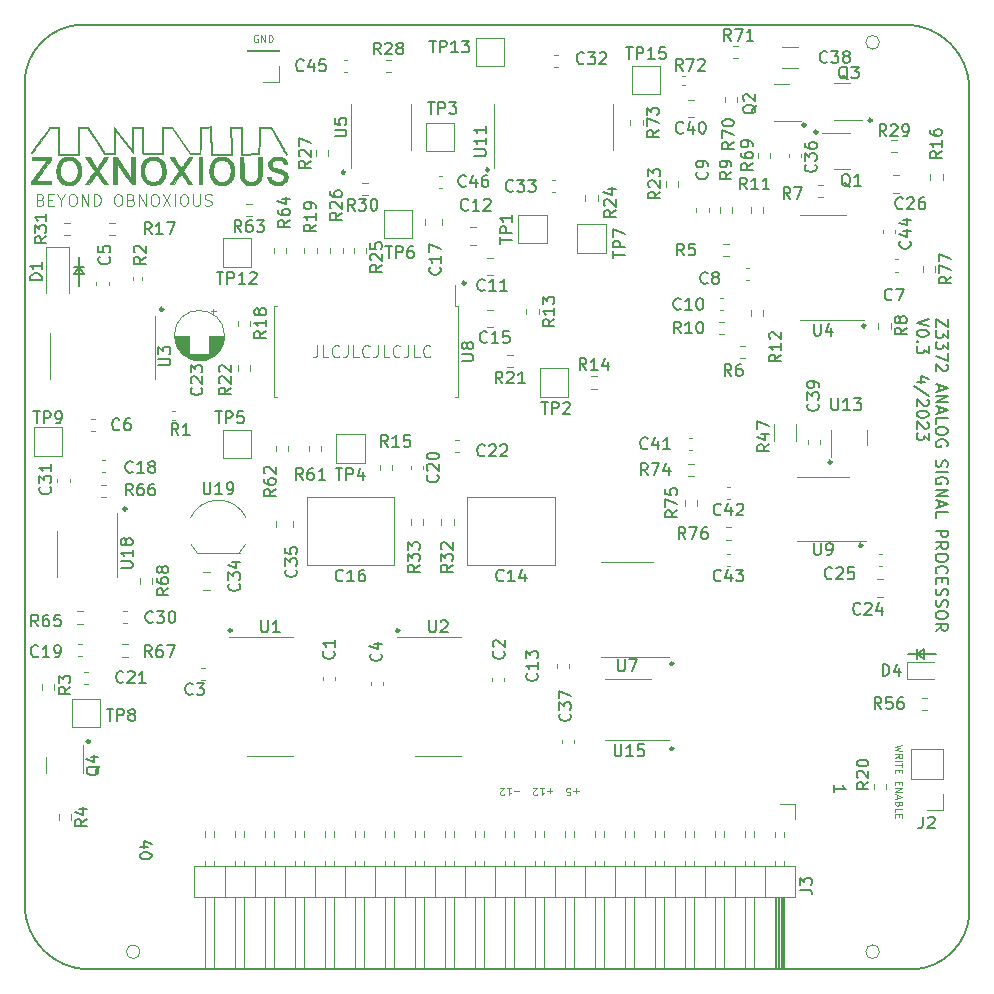
<source format=gbr>
G04 #@! TF.GenerationSoftware,KiCad,Pcbnew,(6.0.7-1)-1*
G04 #@! TF.CreationDate,2023-04-02T22:51:05-07:00*
G04 #@! TF.ProjectId,as3372,61733333-3732-42e6-9b69-6361645f7063,0.2*
G04 #@! TF.SameCoordinates,PX3d83120PY6590fa0*
G04 #@! TF.FileFunction,Legend,Top*
G04 #@! TF.FilePolarity,Positive*
%FSLAX46Y46*%
G04 Gerber Fmt 4.6, Leading zero omitted, Abs format (unit mm)*
G04 Created by KiCad (PCBNEW (6.0.7-1)-1) date 2023-04-02 22:51:05*
%MOMM*%
%LPD*%
G01*
G04 APERTURE LIST*
%ADD10C,0.150000*%
%ADD11C,0.275000*%
G04 #@! TA.AperFunction,Profile*
%ADD12C,0.150000*%
G04 #@! TD*
G04 #@! TA.AperFunction,Profile*
%ADD13C,0.050000*%
G04 #@! TD*
%ADD14C,0.090000*%
%ADD15C,0.120000*%
%ADD16C,0.010000*%
G04 APERTURE END LIST*
D10*
X5900000Y60700000D02*
X5100000Y60700000D01*
X5100000Y60100000D02*
X5900000Y60100000D01*
X5500000Y59100000D02*
X5500000Y61500000D01*
X5900000Y60100000D02*
X5500000Y60700000D01*
X5500000Y60700000D02*
X5100000Y60100000D01*
D11*
X72637500Y73100000D02*
G75*
G03*
X72637500Y73100000I-137500J0D01*
G01*
X55837500Y27100000D02*
G75*
G03*
X55837500Y27100000I-137500J0D01*
G01*
X28037500Y68700000D02*
G75*
G03*
X28037500Y68700000I-137500J0D01*
G01*
D10*
X77087500Y28300000D02*
X76487500Y27900000D01*
D11*
X71837500Y37100000D02*
G75*
G03*
X71837500Y37100000I-137500J0D01*
G01*
X72087500Y55700000D02*
G75*
G03*
X72087500Y55700000I-137500J0D01*
G01*
X9532500Y40210000D02*
G75*
G03*
X9532500Y40210000I-137500J0D01*
G01*
X67037500Y72700000D02*
G75*
G03*
X67037500Y72700000I-137500J0D01*
G01*
D10*
X78087500Y27900000D02*
X75687500Y27900000D01*
D11*
X12637500Y57100000D02*
G75*
G03*
X12637500Y57100000I-137500J0D01*
G01*
D10*
X77087500Y27500000D02*
X77087500Y28300000D01*
D11*
X6437500Y20500000D02*
G75*
G03*
X6437500Y20500000I-137500J0D01*
G01*
D10*
X76487500Y28300000D02*
X76487500Y27500000D01*
D11*
X40237500Y68900000D02*
G75*
G03*
X40237500Y68900000I-137500J0D01*
G01*
X32637500Y29900000D02*
G75*
G03*
X32637500Y29900000I-137500J0D01*
G01*
X18437500Y29900000D02*
G75*
G03*
X18437500Y29900000I-137500J0D01*
G01*
X69237500Y44150000D02*
G75*
G03*
X69237500Y44150000I-137500J0D01*
G01*
X68037500Y72100000D02*
G75*
G03*
X68037500Y72100000I-137500J0D01*
G01*
X38237500Y59300000D02*
G75*
G03*
X38237500Y59300000I-137500J0D01*
G01*
X55837500Y19900000D02*
G75*
G03*
X55837500Y19900000I-137500J0D01*
G01*
D10*
X76487500Y27900000D02*
X77087500Y27500000D01*
D12*
X900000Y6700000D02*
G75*
G03*
X6400000Y1200000I5500000J0D01*
G01*
X75900000Y1200000D02*
G75*
G03*
X80900000Y6200000I0J5000000D01*
G01*
X75900000Y1200000D02*
X6400000Y1200000D01*
X5900000Y81200000D02*
G75*
G03*
X900000Y76200000I0J-5000000D01*
G01*
X80900000Y75700000D02*
G75*
G03*
X75400000Y81200000I-5500000J0D01*
G01*
X5900000Y81200000D02*
X75400000Y81200000D01*
X80900000Y6200000D02*
X80900000Y75700000D01*
X900000Y76200000D02*
X900000Y6700000D01*
D13*
X10676000Y2700000D02*
G75*
G03*
X10676000Y2700000I-576000J0D01*
G01*
X73276000Y79700000D02*
G75*
G03*
X73276000Y79700000I-576000J0D01*
G01*
X73276000Y2700000D02*
G75*
G03*
X73276000Y2700000I-576000J0D01*
G01*
D10*
X79052619Y56259643D02*
X79052619Y55592977D01*
X78052619Y56259643D01*
X78052619Y55592977D01*
X79052619Y55307262D02*
X79052619Y54688215D01*
X78671666Y55021548D01*
X78671666Y54878691D01*
X78624047Y54783453D01*
X78576428Y54735834D01*
X78481190Y54688215D01*
X78243095Y54688215D01*
X78147857Y54735834D01*
X78100238Y54783453D01*
X78052619Y54878691D01*
X78052619Y55164405D01*
X78100238Y55259643D01*
X78147857Y55307262D01*
X79052619Y54354881D02*
X79052619Y53735834D01*
X78671666Y54069167D01*
X78671666Y53926310D01*
X78624047Y53831072D01*
X78576428Y53783453D01*
X78481190Y53735834D01*
X78243095Y53735834D01*
X78147857Y53783453D01*
X78100238Y53831072D01*
X78052619Y53926310D01*
X78052619Y54212024D01*
X78100238Y54307262D01*
X78147857Y54354881D01*
X79052619Y53402500D02*
X79052619Y52735834D01*
X78052619Y53164405D01*
X78957380Y52402500D02*
X79005000Y52354881D01*
X79052619Y52259643D01*
X79052619Y52021548D01*
X79005000Y51926310D01*
X78957380Y51878691D01*
X78862142Y51831072D01*
X78766904Y51831072D01*
X78624047Y51878691D01*
X78052619Y52450120D01*
X78052619Y51831072D01*
X78338333Y50688215D02*
X78338333Y50212024D01*
X78052619Y50783453D02*
X79052619Y50450120D01*
X78052619Y50116786D01*
X78052619Y49783453D02*
X79052619Y49783453D01*
X78052619Y49212024D01*
X79052619Y49212024D01*
X78338333Y48783453D02*
X78338333Y48307262D01*
X78052619Y48878691D02*
X79052619Y48545358D01*
X78052619Y48212024D01*
X78052619Y47402500D02*
X78052619Y47878691D01*
X79052619Y47878691D01*
X79052619Y46878691D02*
X79052619Y46688215D01*
X79005000Y46592977D01*
X78909761Y46497739D01*
X78719285Y46450120D01*
X78385952Y46450120D01*
X78195476Y46497739D01*
X78100238Y46592977D01*
X78052619Y46688215D01*
X78052619Y46878691D01*
X78100238Y46973929D01*
X78195476Y47069167D01*
X78385952Y47116786D01*
X78719285Y47116786D01*
X78909761Y47069167D01*
X79005000Y46973929D01*
X79052619Y46878691D01*
X79005000Y45497739D02*
X79052619Y45592977D01*
X79052619Y45735834D01*
X79005000Y45878691D01*
X78909761Y45973929D01*
X78814523Y46021548D01*
X78624047Y46069167D01*
X78481190Y46069167D01*
X78290714Y46021548D01*
X78195476Y45973929D01*
X78100238Y45878691D01*
X78052619Y45735834D01*
X78052619Y45640596D01*
X78100238Y45497739D01*
X78147857Y45450120D01*
X78481190Y45450120D01*
X78481190Y45640596D01*
X78100238Y44307262D02*
X78052619Y44164405D01*
X78052619Y43926310D01*
X78100238Y43831072D01*
X78147857Y43783453D01*
X78243095Y43735834D01*
X78338333Y43735834D01*
X78433571Y43783453D01*
X78481190Y43831072D01*
X78528809Y43926310D01*
X78576428Y44116786D01*
X78624047Y44212024D01*
X78671666Y44259643D01*
X78766904Y44307262D01*
X78862142Y44307262D01*
X78957380Y44259643D01*
X79005000Y44212024D01*
X79052619Y44116786D01*
X79052619Y43878691D01*
X79005000Y43735834D01*
X78052619Y43307262D02*
X79052619Y43307262D01*
X79005000Y42307262D02*
X79052619Y42402500D01*
X79052619Y42545358D01*
X79005000Y42688215D01*
X78909761Y42783453D01*
X78814523Y42831072D01*
X78624047Y42878691D01*
X78481190Y42878691D01*
X78290714Y42831072D01*
X78195476Y42783453D01*
X78100238Y42688215D01*
X78052619Y42545358D01*
X78052619Y42450120D01*
X78100238Y42307262D01*
X78147857Y42259643D01*
X78481190Y42259643D01*
X78481190Y42450120D01*
X78052619Y41831072D02*
X79052619Y41831072D01*
X78052619Y41259643D01*
X79052619Y41259643D01*
X78338333Y40831072D02*
X78338333Y40354881D01*
X78052619Y40926310D02*
X79052619Y40592977D01*
X78052619Y40259643D01*
X78052619Y39450120D02*
X78052619Y39926310D01*
X79052619Y39926310D01*
X78052619Y38354881D02*
X79052619Y38354881D01*
X79052619Y37973929D01*
X79005000Y37878691D01*
X78957380Y37831072D01*
X78862142Y37783453D01*
X78719285Y37783453D01*
X78624047Y37831072D01*
X78576428Y37878691D01*
X78528809Y37973929D01*
X78528809Y38354881D01*
X78052619Y36783453D02*
X78528809Y37116786D01*
X78052619Y37354881D02*
X79052619Y37354881D01*
X79052619Y36973929D01*
X79005000Y36878691D01*
X78957380Y36831072D01*
X78862142Y36783453D01*
X78719285Y36783453D01*
X78624047Y36831072D01*
X78576428Y36878691D01*
X78528809Y36973929D01*
X78528809Y37354881D01*
X79052619Y36164405D02*
X79052619Y35973929D01*
X79005000Y35878691D01*
X78909761Y35783453D01*
X78719285Y35735834D01*
X78385952Y35735834D01*
X78195476Y35783453D01*
X78100238Y35878691D01*
X78052619Y35973929D01*
X78052619Y36164405D01*
X78100238Y36259643D01*
X78195476Y36354881D01*
X78385952Y36402500D01*
X78719285Y36402500D01*
X78909761Y36354881D01*
X79005000Y36259643D01*
X79052619Y36164405D01*
X78147857Y34735834D02*
X78100238Y34783453D01*
X78052619Y34926310D01*
X78052619Y35021548D01*
X78100238Y35164405D01*
X78195476Y35259643D01*
X78290714Y35307262D01*
X78481190Y35354881D01*
X78624047Y35354881D01*
X78814523Y35307262D01*
X78909761Y35259643D01*
X79005000Y35164405D01*
X79052619Y35021548D01*
X79052619Y34926310D01*
X79005000Y34783453D01*
X78957380Y34735834D01*
X78576428Y34307262D02*
X78576428Y33973929D01*
X78052619Y33831072D02*
X78052619Y34307262D01*
X79052619Y34307262D01*
X79052619Y33831072D01*
X78100238Y33450120D02*
X78052619Y33307262D01*
X78052619Y33069167D01*
X78100238Y32973929D01*
X78147857Y32926310D01*
X78243095Y32878691D01*
X78338333Y32878691D01*
X78433571Y32926310D01*
X78481190Y32973929D01*
X78528809Y33069167D01*
X78576428Y33259643D01*
X78624047Y33354881D01*
X78671666Y33402500D01*
X78766904Y33450120D01*
X78862142Y33450120D01*
X78957380Y33402500D01*
X79005000Y33354881D01*
X79052619Y33259643D01*
X79052619Y33021548D01*
X79005000Y32878691D01*
X78100238Y32497739D02*
X78052619Y32354881D01*
X78052619Y32116786D01*
X78100238Y32021548D01*
X78147857Y31973929D01*
X78243095Y31926310D01*
X78338333Y31926310D01*
X78433571Y31973929D01*
X78481190Y32021548D01*
X78528809Y32116786D01*
X78576428Y32307262D01*
X78624047Y32402500D01*
X78671666Y32450120D01*
X78766904Y32497739D01*
X78862142Y32497739D01*
X78957380Y32450120D01*
X79005000Y32402500D01*
X79052619Y32307262D01*
X79052619Y32069167D01*
X79005000Y31926310D01*
X79052619Y31307262D02*
X79052619Y31116786D01*
X79005000Y31021548D01*
X78909761Y30926310D01*
X78719285Y30878691D01*
X78385952Y30878691D01*
X78195476Y30926310D01*
X78100238Y31021548D01*
X78052619Y31116786D01*
X78052619Y31307262D01*
X78100238Y31402500D01*
X78195476Y31497739D01*
X78385952Y31545358D01*
X78719285Y31545358D01*
X78909761Y31497739D01*
X79005000Y31402500D01*
X79052619Y31307262D01*
X78052619Y29878691D02*
X78528809Y30212024D01*
X78052619Y30450120D02*
X79052619Y30450120D01*
X79052619Y30069167D01*
X79005000Y29973929D01*
X78957380Y29926310D01*
X78862142Y29878691D01*
X78719285Y29878691D01*
X78624047Y29926310D01*
X78576428Y29973929D01*
X78528809Y30069167D01*
X78528809Y30450120D01*
X77442619Y56307262D02*
X76442619Y55973929D01*
X77442619Y55640596D01*
X77442619Y55116786D02*
X77442619Y55021548D01*
X77395000Y54926310D01*
X77347380Y54878691D01*
X77252142Y54831072D01*
X77061666Y54783453D01*
X76823571Y54783453D01*
X76633095Y54831072D01*
X76537857Y54878691D01*
X76490238Y54926310D01*
X76442619Y55021548D01*
X76442619Y55116786D01*
X76490238Y55212024D01*
X76537857Y55259643D01*
X76633095Y55307262D01*
X76823571Y55354881D01*
X77061666Y55354881D01*
X77252142Y55307262D01*
X77347380Y55259643D01*
X77395000Y55212024D01*
X77442619Y55116786D01*
X76537857Y54354881D02*
X76490238Y54307262D01*
X76442619Y54354881D01*
X76490238Y54402500D01*
X76537857Y54354881D01*
X76442619Y54354881D01*
X77442619Y53973929D02*
X77442619Y53354881D01*
X77061666Y53688215D01*
X77061666Y53545358D01*
X77014047Y53450120D01*
X76966428Y53402500D01*
X76871190Y53354881D01*
X76633095Y53354881D01*
X76537857Y53402500D01*
X76490238Y53450120D01*
X76442619Y53545358D01*
X76442619Y53831072D01*
X76490238Y53926310D01*
X76537857Y53973929D01*
X77109285Y50973929D02*
X76442619Y50973929D01*
X77490238Y51212024D02*
X76775952Y51450120D01*
X76775952Y50831072D01*
X77490238Y49735834D02*
X76204523Y50592977D01*
X77347380Y49450120D02*
X77395000Y49402500D01*
X77442619Y49307262D01*
X77442619Y49069167D01*
X77395000Y48973929D01*
X77347380Y48926310D01*
X77252142Y48878691D01*
X77156904Y48878691D01*
X77014047Y48926310D01*
X76442619Y49497739D01*
X76442619Y48878691D01*
X77442619Y48259643D02*
X77442619Y48164405D01*
X77395000Y48069167D01*
X77347380Y48021548D01*
X77252142Y47973929D01*
X77061666Y47926310D01*
X76823571Y47926310D01*
X76633095Y47973929D01*
X76537857Y48021548D01*
X76490238Y48069167D01*
X76442619Y48164405D01*
X76442619Y48259643D01*
X76490238Y48354881D01*
X76537857Y48402500D01*
X76633095Y48450120D01*
X76823571Y48497739D01*
X77061666Y48497739D01*
X77252142Y48450120D01*
X77347380Y48402500D01*
X77395000Y48354881D01*
X77442619Y48259643D01*
X77347380Y47545358D02*
X77395000Y47497739D01*
X77442619Y47402500D01*
X77442619Y47164405D01*
X77395000Y47069167D01*
X77347380Y47021548D01*
X77252142Y46973929D01*
X77156904Y46973929D01*
X77014047Y47021548D01*
X76442619Y47592977D01*
X76442619Y46973929D01*
X77442619Y46640596D02*
X77442619Y46021548D01*
X77061666Y46354881D01*
X77061666Y46212024D01*
X77014047Y46116786D01*
X76966428Y46069167D01*
X76871190Y46021548D01*
X76633095Y46021548D01*
X76537857Y46069167D01*
X76490238Y46116786D01*
X76442619Y46212024D01*
X76442619Y46497739D01*
X76490238Y46592977D01*
X76537857Y46640596D01*
D14*
X47814285Y16342858D02*
X47357142Y16342858D01*
X47585714Y16571429D02*
X47585714Y16114286D01*
X46785714Y15971429D02*
X47071428Y15971429D01*
X47100000Y16257143D01*
X47071428Y16228572D01*
X47014285Y16200000D01*
X46871428Y16200000D01*
X46814285Y16228572D01*
X46785714Y16257143D01*
X46757142Y16314286D01*
X46757142Y16457143D01*
X46785714Y16514286D01*
X46814285Y16542858D01*
X46871428Y16571429D01*
X47014285Y16571429D01*
X47071428Y16542858D01*
X47100000Y16514286D01*
X45585714Y16342858D02*
X45128571Y16342858D01*
X45357142Y16571429D02*
X45357142Y16114286D01*
X44528571Y16571429D02*
X44871428Y16571429D01*
X44700000Y16571429D02*
X44700000Y15971429D01*
X44757142Y16057143D01*
X44814285Y16114286D01*
X44871428Y16142858D01*
X44300000Y16028572D02*
X44271428Y16000000D01*
X44214285Y15971429D01*
X44071428Y15971429D01*
X44014285Y16000000D01*
X43985714Y16028572D01*
X43957142Y16085715D01*
X43957142Y16142858D01*
X43985714Y16228572D01*
X44328571Y16571429D01*
X43957142Y16571429D01*
X42785714Y16342858D02*
X42328571Y16342858D01*
X41728571Y16571429D02*
X42071428Y16571429D01*
X41900000Y16571429D02*
X41900000Y15971429D01*
X41957142Y16057143D01*
X42014285Y16114286D01*
X42071428Y16142858D01*
X41500000Y16028572D02*
X41471428Y16000000D01*
X41414285Y15971429D01*
X41271428Y15971429D01*
X41214285Y16000000D01*
X41185714Y16028572D01*
X41157142Y16085715D01*
X41157142Y16142858D01*
X41185714Y16228572D01*
X41528571Y16571429D01*
X41157142Y16571429D01*
X25680952Y54047620D02*
X25680952Y53333334D01*
X25633333Y53190477D01*
X25538095Y53095239D01*
X25395238Y53047620D01*
X25300000Y53047620D01*
X26633333Y53047620D02*
X26157142Y53047620D01*
X26157142Y54047620D01*
X27538095Y53142858D02*
X27490476Y53095239D01*
X27347619Y53047620D01*
X27252380Y53047620D01*
X27109523Y53095239D01*
X27014285Y53190477D01*
X26966666Y53285715D01*
X26919047Y53476191D01*
X26919047Y53619048D01*
X26966666Y53809524D01*
X27014285Y53904762D01*
X27109523Y54000000D01*
X27252380Y54047620D01*
X27347619Y54047620D01*
X27490476Y54000000D01*
X27538095Y53952381D01*
X28252380Y54047620D02*
X28252380Y53333334D01*
X28204761Y53190477D01*
X28109523Y53095239D01*
X27966666Y53047620D01*
X27871428Y53047620D01*
X29204761Y53047620D02*
X28728571Y53047620D01*
X28728571Y54047620D01*
X30109523Y53142858D02*
X30061904Y53095239D01*
X29919047Y53047620D01*
X29823809Y53047620D01*
X29680952Y53095239D01*
X29585714Y53190477D01*
X29538095Y53285715D01*
X29490476Y53476191D01*
X29490476Y53619048D01*
X29538095Y53809524D01*
X29585714Y53904762D01*
X29680952Y54000000D01*
X29823809Y54047620D01*
X29919047Y54047620D01*
X30061904Y54000000D01*
X30109523Y53952381D01*
X30823809Y54047620D02*
X30823809Y53333334D01*
X30776190Y53190477D01*
X30680952Y53095239D01*
X30538095Y53047620D01*
X30442857Y53047620D01*
X31776190Y53047620D02*
X31300000Y53047620D01*
X31300000Y54047620D01*
X32680952Y53142858D02*
X32633333Y53095239D01*
X32490476Y53047620D01*
X32395238Y53047620D01*
X32252380Y53095239D01*
X32157142Y53190477D01*
X32109523Y53285715D01*
X32061904Y53476191D01*
X32061904Y53619048D01*
X32109523Y53809524D01*
X32157142Y53904762D01*
X32252380Y54000000D01*
X32395238Y54047620D01*
X32490476Y54047620D01*
X32633333Y54000000D01*
X32680952Y53952381D01*
X33395238Y54047620D02*
X33395238Y53333334D01*
X33347619Y53190477D01*
X33252380Y53095239D01*
X33109523Y53047620D01*
X33014285Y53047620D01*
X34347619Y53047620D02*
X33871428Y53047620D01*
X33871428Y54047620D01*
X35252380Y53142858D02*
X35204761Y53095239D01*
X35061904Y53047620D01*
X34966666Y53047620D01*
X34823809Y53095239D01*
X34728571Y53190477D01*
X34680952Y53285715D01*
X34633333Y53476191D01*
X34633333Y53619048D01*
X34680952Y53809524D01*
X34728571Y53904762D01*
X34823809Y54000000D01*
X34966666Y54047620D01*
X35061904Y54047620D01*
X35204761Y54000000D01*
X35252380Y53952381D01*
D10*
X11314285Y11585715D02*
X10647619Y11585715D01*
X11695238Y11823810D02*
X10980952Y12061905D01*
X10980952Y11442858D01*
X11647619Y10871429D02*
X11647619Y10776191D01*
X11600000Y10680953D01*
X11552380Y10633334D01*
X11457142Y10585715D01*
X11266666Y10538096D01*
X11028571Y10538096D01*
X10838095Y10585715D01*
X10742857Y10633334D01*
X10695238Y10680953D01*
X10647619Y10776191D01*
X10647619Y10871429D01*
X10695238Y10966667D01*
X10742857Y11014286D01*
X10838095Y11061905D01*
X11028571Y11109524D01*
X11266666Y11109524D01*
X11457142Y11061905D01*
X11552380Y11014286D01*
X11600000Y10966667D01*
X11647619Y10871429D01*
D14*
X2252380Y66371429D02*
X2395238Y66323810D01*
X2442857Y66276191D01*
X2490476Y66180953D01*
X2490476Y66038096D01*
X2442857Y65942858D01*
X2395238Y65895239D01*
X2300000Y65847620D01*
X1919047Y65847620D01*
X1919047Y66847620D01*
X2252380Y66847620D01*
X2347619Y66800000D01*
X2395238Y66752381D01*
X2442857Y66657143D01*
X2442857Y66561905D01*
X2395238Y66466667D01*
X2347619Y66419048D01*
X2252380Y66371429D01*
X1919047Y66371429D01*
X2919047Y66371429D02*
X3252380Y66371429D01*
X3395238Y65847620D02*
X2919047Y65847620D01*
X2919047Y66847620D01*
X3395238Y66847620D01*
X4014285Y66323810D02*
X4014285Y65847620D01*
X3680952Y66847620D02*
X4014285Y66323810D01*
X4347619Y66847620D01*
X4871428Y66847620D02*
X5061904Y66847620D01*
X5157142Y66800000D01*
X5252380Y66704762D01*
X5300000Y66514286D01*
X5300000Y66180953D01*
X5252380Y65990477D01*
X5157142Y65895239D01*
X5061904Y65847620D01*
X4871428Y65847620D01*
X4776190Y65895239D01*
X4680952Y65990477D01*
X4633333Y66180953D01*
X4633333Y66514286D01*
X4680952Y66704762D01*
X4776190Y66800000D01*
X4871428Y66847620D01*
X5728571Y65847620D02*
X5728571Y66847620D01*
X6300000Y65847620D01*
X6300000Y66847620D01*
X6776190Y65847620D02*
X6776190Y66847620D01*
X7014285Y66847620D01*
X7157142Y66800000D01*
X7252380Y66704762D01*
X7300000Y66609524D01*
X7347619Y66419048D01*
X7347619Y66276191D01*
X7300000Y66085715D01*
X7252380Y65990477D01*
X7157142Y65895239D01*
X7014285Y65847620D01*
X6776190Y65847620D01*
X8728571Y66847620D02*
X8919047Y66847620D01*
X9014285Y66800000D01*
X9109523Y66704762D01*
X9157142Y66514286D01*
X9157142Y66180953D01*
X9109523Y65990477D01*
X9014285Y65895239D01*
X8919047Y65847620D01*
X8728571Y65847620D01*
X8633333Y65895239D01*
X8538095Y65990477D01*
X8490476Y66180953D01*
X8490476Y66514286D01*
X8538095Y66704762D01*
X8633333Y66800000D01*
X8728571Y66847620D01*
X9919047Y66371429D02*
X10061904Y66323810D01*
X10109523Y66276191D01*
X10157142Y66180953D01*
X10157142Y66038096D01*
X10109523Y65942858D01*
X10061904Y65895239D01*
X9966666Y65847620D01*
X9585714Y65847620D01*
X9585714Y66847620D01*
X9919047Y66847620D01*
X10014285Y66800000D01*
X10061904Y66752381D01*
X10109523Y66657143D01*
X10109523Y66561905D01*
X10061904Y66466667D01*
X10014285Y66419048D01*
X9919047Y66371429D01*
X9585714Y66371429D01*
X10585714Y65847620D02*
X10585714Y66847620D01*
X11157142Y65847620D01*
X11157142Y66847620D01*
X11823809Y66847620D02*
X12014285Y66847620D01*
X12109523Y66800000D01*
X12204761Y66704762D01*
X12252380Y66514286D01*
X12252380Y66180953D01*
X12204761Y65990477D01*
X12109523Y65895239D01*
X12014285Y65847620D01*
X11823809Y65847620D01*
X11728571Y65895239D01*
X11633333Y65990477D01*
X11585714Y66180953D01*
X11585714Y66514286D01*
X11633333Y66704762D01*
X11728571Y66800000D01*
X11823809Y66847620D01*
X12585714Y66847620D02*
X13252380Y65847620D01*
X13252380Y66847620D02*
X12585714Y65847620D01*
X13633333Y65847620D02*
X13633333Y66847620D01*
X14300000Y66847620D02*
X14490476Y66847620D01*
X14585714Y66800000D01*
X14680952Y66704762D01*
X14728571Y66514286D01*
X14728571Y66180953D01*
X14680952Y65990477D01*
X14585714Y65895239D01*
X14490476Y65847620D01*
X14300000Y65847620D01*
X14204761Y65895239D01*
X14109523Y65990477D01*
X14061904Y66180953D01*
X14061904Y66514286D01*
X14109523Y66704762D01*
X14204761Y66800000D01*
X14300000Y66847620D01*
X15157142Y66847620D02*
X15157142Y66038096D01*
X15204761Y65942858D01*
X15252380Y65895239D01*
X15347619Y65847620D01*
X15538095Y65847620D01*
X15633333Y65895239D01*
X15680952Y65942858D01*
X15728571Y66038096D01*
X15728571Y66847620D01*
X16157142Y65895239D02*
X16300000Y65847620D01*
X16538095Y65847620D01*
X16633333Y65895239D01*
X16680952Y65942858D01*
X16728571Y66038096D01*
X16728571Y66133334D01*
X16680952Y66228572D01*
X16633333Y66276191D01*
X16538095Y66323810D01*
X16347619Y66371429D01*
X16252380Y66419048D01*
X16204761Y66466667D01*
X16157142Y66561905D01*
X16157142Y66657143D01*
X16204761Y66752381D01*
X16252380Y66800000D01*
X16347619Y66847620D01*
X16585714Y66847620D01*
X16728571Y66800000D01*
X75228571Y20185715D02*
X74628571Y20042858D01*
X75057142Y19928572D01*
X74628571Y19814286D01*
X75228571Y19671429D01*
X74628571Y19100000D02*
X74914285Y19300000D01*
X74628571Y19442858D02*
X75228571Y19442858D01*
X75228571Y19214286D01*
X75200000Y19157143D01*
X75171428Y19128572D01*
X75114285Y19100000D01*
X75028571Y19100000D01*
X74971428Y19128572D01*
X74942857Y19157143D01*
X74914285Y19214286D01*
X74914285Y19442858D01*
X74628571Y18842858D02*
X75228571Y18842858D01*
X75228571Y18642858D02*
X75228571Y18300000D01*
X74628571Y18471429D02*
X75228571Y18471429D01*
X74942857Y18100000D02*
X74942857Y17900000D01*
X74628571Y17814286D02*
X74628571Y18100000D01*
X75228571Y18100000D01*
X75228571Y17814286D01*
X74942857Y17100000D02*
X74942857Y16900000D01*
X74628571Y16814286D02*
X74628571Y17100000D01*
X75228571Y17100000D01*
X75228571Y16814286D01*
X74628571Y16557143D02*
X75228571Y16557143D01*
X74628571Y16214286D01*
X75228571Y16214286D01*
X74800000Y15957143D02*
X74800000Y15671429D01*
X74628571Y16014286D02*
X75228571Y15814286D01*
X74628571Y15614286D01*
X74942857Y15214286D02*
X74914285Y15128572D01*
X74885714Y15100000D01*
X74828571Y15071429D01*
X74742857Y15071429D01*
X74685714Y15100000D01*
X74657142Y15128572D01*
X74628571Y15185715D01*
X74628571Y15414286D01*
X75228571Y15414286D01*
X75228571Y15214286D01*
X75200000Y15157143D01*
X75171428Y15128572D01*
X75114285Y15100000D01*
X75057142Y15100000D01*
X75000000Y15128572D01*
X74971428Y15157143D01*
X74942857Y15214286D01*
X74942857Y15414286D01*
X74628571Y14528572D02*
X74628571Y14814286D01*
X75228571Y14814286D01*
X74942857Y14328572D02*
X74942857Y14128572D01*
X74628571Y14042858D02*
X74628571Y14328572D01*
X75228571Y14328572D01*
X75228571Y14042858D01*
D10*
X69447619Y16214286D02*
X69447619Y16785715D01*
X69447619Y16500000D02*
X70447619Y16500000D01*
X70304761Y16595239D01*
X70209523Y16690477D01*
X70161904Y16785715D01*
D14*
X20642857Y80300000D02*
X20585714Y80328572D01*
X20500000Y80328572D01*
X20414285Y80300000D01*
X20357142Y80242858D01*
X20328571Y80185715D01*
X20300000Y80071429D01*
X20300000Y79985715D01*
X20328571Y79871429D01*
X20357142Y79814286D01*
X20414285Y79757143D01*
X20500000Y79728572D01*
X20557142Y79728572D01*
X20642857Y79757143D01*
X20671428Y79785715D01*
X20671428Y79985715D01*
X20557142Y79985715D01*
X20928571Y79728572D02*
X20928571Y80328572D01*
X21271428Y79728572D01*
X21271428Y80328572D01*
X21557142Y79728572D02*
X21557142Y80328572D01*
X21700000Y80328572D01*
X21785714Y80300000D01*
X21842857Y80242858D01*
X21871428Y80185715D01*
X21900000Y80071429D01*
X21900000Y79985715D01*
X21871428Y79871429D01*
X21842857Y79814286D01*
X21785714Y79757143D01*
X21700000Y79728572D01*
X21557142Y79728572D01*
D10*
X71657142Y31342858D02*
X71609523Y31295239D01*
X71466666Y31247620D01*
X71371428Y31247620D01*
X71228571Y31295239D01*
X71133333Y31390477D01*
X71085714Y31485715D01*
X71038095Y31676191D01*
X71038095Y31819048D01*
X71085714Y32009524D01*
X71133333Y32104762D01*
X71228571Y32200000D01*
X71371428Y32247620D01*
X71466666Y32247620D01*
X71609523Y32200000D01*
X71657142Y32152381D01*
X72038095Y32152381D02*
X72085714Y32200000D01*
X72180952Y32247620D01*
X72419047Y32247620D01*
X72514285Y32200000D01*
X72561904Y32152381D01*
X72609523Y32057143D01*
X72609523Y31961905D01*
X72561904Y31819048D01*
X71990476Y31247620D01*
X72609523Y31247620D01*
X73466666Y31914286D02*
X73466666Y31247620D01*
X73228571Y32295239D02*
X72990476Y31580953D01*
X73609523Y31580953D01*
X69257142Y34342858D02*
X69209523Y34295239D01*
X69066666Y34247620D01*
X68971428Y34247620D01*
X68828571Y34295239D01*
X68733333Y34390477D01*
X68685714Y34485715D01*
X68638095Y34676191D01*
X68638095Y34819048D01*
X68685714Y35009524D01*
X68733333Y35104762D01*
X68828571Y35200000D01*
X68971428Y35247620D01*
X69066666Y35247620D01*
X69209523Y35200000D01*
X69257142Y35152381D01*
X69638095Y35152381D02*
X69685714Y35200000D01*
X69780952Y35247620D01*
X70019047Y35247620D01*
X70114285Y35200000D01*
X70161904Y35152381D01*
X70209523Y35057143D01*
X70209523Y34961905D01*
X70161904Y34819048D01*
X69590476Y34247620D01*
X70209523Y34247620D01*
X71114285Y35247620D02*
X70638095Y35247620D01*
X70590476Y34771429D01*
X70638095Y34819048D01*
X70733333Y34866667D01*
X70971428Y34866667D01*
X71066666Y34819048D01*
X71114285Y34771429D01*
X71161904Y34676191D01*
X71161904Y34438096D01*
X71114285Y34342858D01*
X71066666Y34295239D01*
X70971428Y34247620D01*
X70733333Y34247620D01*
X70638095Y34295239D01*
X70590476Y34342858D01*
X63952380Y45657143D02*
X63476190Y45323810D01*
X63952380Y45085715D02*
X62952380Y45085715D01*
X62952380Y45466667D01*
X63000000Y45561905D01*
X63047619Y45609524D01*
X63142857Y45657143D01*
X63285714Y45657143D01*
X63380952Y45609524D01*
X63428571Y45561905D01*
X63476190Y45466667D01*
X63476190Y45085715D01*
X63285714Y46514286D02*
X63952380Y46514286D01*
X62904761Y46276191D02*
X63619047Y46038096D01*
X63619047Y46657143D01*
X62952380Y46942858D02*
X62952380Y47609524D01*
X63952380Y47180953D01*
X44257142Y26257143D02*
X44304761Y26209524D01*
X44352380Y26066667D01*
X44352380Y25971429D01*
X44304761Y25828572D01*
X44209523Y25733334D01*
X44114285Y25685715D01*
X43923809Y25638096D01*
X43780952Y25638096D01*
X43590476Y25685715D01*
X43495238Y25733334D01*
X43400000Y25828572D01*
X43352380Y25971429D01*
X43352380Y26066667D01*
X43400000Y26209524D01*
X43447619Y26257143D01*
X44352380Y27209524D02*
X44352380Y26638096D01*
X44352380Y26923810D02*
X43352380Y26923810D01*
X43495238Y26828572D01*
X43590476Y26733334D01*
X43638095Y26638096D01*
X43352380Y27542858D02*
X43352380Y28161905D01*
X43733333Y27828572D01*
X43733333Y27971429D01*
X43780952Y28066667D01*
X43828571Y28114286D01*
X43923809Y28161905D01*
X44161904Y28161905D01*
X44257142Y28114286D01*
X44304761Y28066667D01*
X44352380Y27971429D01*
X44352380Y27685715D01*
X44304761Y27590477D01*
X44257142Y27542858D01*
X51138095Y27447620D02*
X51138095Y26638096D01*
X51185714Y26542858D01*
X51233333Y26495239D01*
X51328571Y26447620D01*
X51519047Y26447620D01*
X51614285Y26495239D01*
X51661904Y26542858D01*
X51709523Y26638096D01*
X51709523Y27447620D01*
X52090476Y27447620D02*
X52757142Y27447620D01*
X52328571Y26447620D01*
X73444642Y23247620D02*
X73111309Y23723810D01*
X72873214Y23247620D02*
X72873214Y24247620D01*
X73254166Y24247620D01*
X73349404Y24200000D01*
X73397023Y24152381D01*
X73444642Y24057143D01*
X73444642Y23914286D01*
X73397023Y23819048D01*
X73349404Y23771429D01*
X73254166Y23723810D01*
X72873214Y23723810D01*
X74349404Y24247620D02*
X73873214Y24247620D01*
X73825595Y23771429D01*
X73873214Y23819048D01*
X73968452Y23866667D01*
X74206547Y23866667D01*
X74301785Y23819048D01*
X74349404Y23771429D01*
X74397023Y23676191D01*
X74397023Y23438096D01*
X74349404Y23342858D01*
X74301785Y23295239D01*
X74206547Y23247620D01*
X73968452Y23247620D01*
X73873214Y23295239D01*
X73825595Y23342858D01*
X75254166Y24247620D02*
X75063690Y24247620D01*
X74968452Y24200000D01*
X74920833Y24152381D01*
X74825595Y24009524D01*
X74777976Y23819048D01*
X74777976Y23438096D01*
X74825595Y23342858D01*
X74873214Y23295239D01*
X74968452Y23247620D01*
X75158928Y23247620D01*
X75254166Y23295239D01*
X75301785Y23342858D01*
X75349404Y23438096D01*
X75349404Y23676191D01*
X75301785Y23771429D01*
X75254166Y23819048D01*
X75158928Y23866667D01*
X74968452Y23866667D01*
X74873214Y23819048D01*
X74825595Y23771429D01*
X74777976Y23676191D01*
X73549404Y26047620D02*
X73549404Y27047620D01*
X73787500Y27047620D01*
X73930357Y27000000D01*
X74025595Y26904762D01*
X74073214Y26809524D01*
X74120833Y26619048D01*
X74120833Y26476191D01*
X74073214Y26285715D01*
X74025595Y26190477D01*
X73930357Y26095239D01*
X73787500Y26047620D01*
X73549404Y26047620D01*
X74977976Y26714286D02*
X74977976Y26047620D01*
X74739880Y27095239D02*
X74501785Y26380953D01*
X75120833Y26380953D01*
X66547380Y7961667D02*
X67261666Y7961667D01*
X67404523Y7914048D01*
X67499761Y7818810D01*
X67547380Y7675953D01*
X67547380Y7580715D01*
X66547380Y8342620D02*
X66547380Y8961667D01*
X66928333Y8628334D01*
X66928333Y8771191D01*
X66975952Y8866429D01*
X67023571Y8914048D01*
X67118809Y8961667D01*
X67356904Y8961667D01*
X67452142Y8914048D01*
X67499761Y8866429D01*
X67547380Y8771191D01*
X67547380Y8485477D01*
X67499761Y8390239D01*
X67452142Y8342620D01*
X47057142Y22857143D02*
X47104761Y22809524D01*
X47152380Y22666667D01*
X47152380Y22571429D01*
X47104761Y22428572D01*
X47009523Y22333334D01*
X46914285Y22285715D01*
X46723809Y22238096D01*
X46580952Y22238096D01*
X46390476Y22285715D01*
X46295238Y22333334D01*
X46200000Y22428572D01*
X46152380Y22571429D01*
X46152380Y22666667D01*
X46200000Y22809524D01*
X46247619Y22857143D01*
X46152380Y23190477D02*
X46152380Y23809524D01*
X46533333Y23476191D01*
X46533333Y23619048D01*
X46580952Y23714286D01*
X46628571Y23761905D01*
X46723809Y23809524D01*
X46961904Y23809524D01*
X47057142Y23761905D01*
X47104761Y23714286D01*
X47152380Y23619048D01*
X47152380Y23333334D01*
X47104761Y23238096D01*
X47057142Y23190477D01*
X46152380Y24142858D02*
X46152380Y24809524D01*
X47152380Y24380953D01*
X69211904Y49547620D02*
X69211904Y48738096D01*
X69259523Y48642858D01*
X69307142Y48595239D01*
X69402380Y48547620D01*
X69592857Y48547620D01*
X69688095Y48595239D01*
X69735714Y48642858D01*
X69783333Y48738096D01*
X69783333Y49547620D01*
X70783333Y48547620D02*
X70211904Y48547620D01*
X70497619Y48547620D02*
X70497619Y49547620D01*
X70402380Y49404762D01*
X70307142Y49309524D01*
X70211904Y49261905D01*
X71116666Y49547620D02*
X71735714Y49547620D01*
X71402380Y49166667D01*
X71545238Y49166667D01*
X71640476Y49119048D01*
X71688095Y49071429D01*
X71735714Y48976191D01*
X71735714Y48738096D01*
X71688095Y48642858D01*
X71640476Y48595239D01*
X71545238Y48547620D01*
X71259523Y48547620D01*
X71164285Y48595239D01*
X71116666Y48642858D01*
X68057142Y49107143D02*
X68104761Y49059524D01*
X68152380Y48916667D01*
X68152380Y48821429D01*
X68104761Y48678572D01*
X68009523Y48583334D01*
X67914285Y48535715D01*
X67723809Y48488096D01*
X67580952Y48488096D01*
X67390476Y48535715D01*
X67295238Y48583334D01*
X67200000Y48678572D01*
X67152380Y48821429D01*
X67152380Y48916667D01*
X67200000Y49059524D01*
X67247619Y49107143D01*
X67152380Y49440477D02*
X67152380Y50059524D01*
X67533333Y49726191D01*
X67533333Y49869048D01*
X67580952Y49964286D01*
X67628571Y50011905D01*
X67723809Y50059524D01*
X67961904Y50059524D01*
X68057142Y50011905D01*
X68104761Y49964286D01*
X68152380Y49869048D01*
X68152380Y49583334D01*
X68104761Y49488096D01*
X68057142Y49440477D01*
X68152380Y50535715D02*
X68152380Y50726191D01*
X68104761Y50821429D01*
X68057142Y50869048D01*
X67914285Y50964286D01*
X67723809Y51011905D01*
X67342857Y51011905D01*
X67247619Y50964286D01*
X67200000Y50916667D01*
X67152380Y50821429D01*
X67152380Y50630953D01*
X67200000Y50535715D01*
X67247619Y50488096D01*
X67342857Y50440477D01*
X67580952Y50440477D01*
X67676190Y50488096D01*
X67723809Y50535715D01*
X67771428Y50630953D01*
X67771428Y50821429D01*
X67723809Y50916667D01*
X67676190Y50964286D01*
X67580952Y51011905D01*
X50861904Y20247620D02*
X50861904Y19438096D01*
X50909523Y19342858D01*
X50957142Y19295239D01*
X51052380Y19247620D01*
X51242857Y19247620D01*
X51338095Y19295239D01*
X51385714Y19342858D01*
X51433333Y19438096D01*
X51433333Y20247620D01*
X52433333Y19247620D02*
X51861904Y19247620D01*
X52147619Y19247620D02*
X52147619Y20247620D01*
X52052380Y20104762D01*
X51957142Y20009524D01*
X51861904Y19961905D01*
X53338095Y20247620D02*
X52861904Y20247620D01*
X52814285Y19771429D01*
X52861904Y19819048D01*
X52957142Y19866667D01*
X53195238Y19866667D01*
X53290476Y19819048D01*
X53338095Y19771429D01*
X53385714Y19676191D01*
X53385714Y19438096D01*
X53338095Y19342858D01*
X53290476Y19295239D01*
X53195238Y19247620D01*
X52957142Y19247620D01*
X52861904Y19295239D01*
X52814285Y19342858D01*
X62057142Y67247620D02*
X61723809Y67723810D01*
X61485714Y67247620D02*
X61485714Y68247620D01*
X61866666Y68247620D01*
X61961904Y68200000D01*
X62009523Y68152381D01*
X62057142Y68057143D01*
X62057142Y67914286D01*
X62009523Y67819048D01*
X61961904Y67771429D01*
X61866666Y67723810D01*
X61485714Y67723810D01*
X63009523Y67247620D02*
X62438095Y67247620D01*
X62723809Y67247620D02*
X62723809Y68247620D01*
X62628571Y68104762D01*
X62533333Y68009524D01*
X62438095Y67961905D01*
X63961904Y67247620D02*
X63390476Y67247620D01*
X63676190Y67247620D02*
X63676190Y68247620D01*
X63580952Y68104762D01*
X63485714Y68009524D01*
X63390476Y67961905D01*
X2057142Y30247620D02*
X1723809Y30723810D01*
X1485714Y30247620D02*
X1485714Y31247620D01*
X1866666Y31247620D01*
X1961904Y31200000D01*
X2009523Y31152381D01*
X2057142Y31057143D01*
X2057142Y30914286D01*
X2009523Y30819048D01*
X1961904Y30771429D01*
X1866666Y30723810D01*
X1485714Y30723810D01*
X2914285Y31247620D02*
X2723809Y31247620D01*
X2628571Y31200000D01*
X2580952Y31152381D01*
X2485714Y31009524D01*
X2438095Y30819048D01*
X2438095Y30438096D01*
X2485714Y30342858D01*
X2533333Y30295239D01*
X2628571Y30247620D01*
X2819047Y30247620D01*
X2914285Y30295239D01*
X2961904Y30342858D01*
X3009523Y30438096D01*
X3009523Y30676191D01*
X2961904Y30771429D01*
X2914285Y30819048D01*
X2819047Y30866667D01*
X2628571Y30866667D01*
X2533333Y30819048D01*
X2485714Y30771429D01*
X2438095Y30676191D01*
X3914285Y31247620D02*
X3438095Y31247620D01*
X3390476Y30771429D01*
X3438095Y30819048D01*
X3533333Y30866667D01*
X3771428Y30866667D01*
X3866666Y30819048D01*
X3914285Y30771429D01*
X3961904Y30676191D01*
X3961904Y30438096D01*
X3914285Y30342858D01*
X3866666Y30295239D01*
X3771428Y30247620D01*
X3533333Y30247620D01*
X3438095Y30295239D01*
X3390476Y30342858D01*
X23857142Y35057143D02*
X23904761Y35009524D01*
X23952380Y34866667D01*
X23952380Y34771429D01*
X23904761Y34628572D01*
X23809523Y34533334D01*
X23714285Y34485715D01*
X23523809Y34438096D01*
X23380952Y34438096D01*
X23190476Y34485715D01*
X23095238Y34533334D01*
X23000000Y34628572D01*
X22952380Y34771429D01*
X22952380Y34866667D01*
X23000000Y35009524D01*
X23047619Y35057143D01*
X22952380Y35390477D02*
X22952380Y36009524D01*
X23333333Y35676191D01*
X23333333Y35819048D01*
X23380952Y35914286D01*
X23428571Y35961905D01*
X23523809Y36009524D01*
X23761904Y36009524D01*
X23857142Y35961905D01*
X23904761Y35914286D01*
X23952380Y35819048D01*
X23952380Y35533334D01*
X23904761Y35438096D01*
X23857142Y35390477D01*
X22952380Y36914286D02*
X22952380Y36438096D01*
X23428571Y36390477D01*
X23380952Y36438096D01*
X23333333Y36533334D01*
X23333333Y36771429D01*
X23380952Y36866667D01*
X23428571Y36914286D01*
X23523809Y36961905D01*
X23761904Y36961905D01*
X23857142Y36914286D01*
X23904761Y36866667D01*
X23952380Y36771429D01*
X23952380Y36533334D01*
X23904761Y36438096D01*
X23857142Y36390477D01*
X25552380Y64257143D02*
X25076190Y63923810D01*
X25552380Y63685715D02*
X24552380Y63685715D01*
X24552380Y64066667D01*
X24600000Y64161905D01*
X24647619Y64209524D01*
X24742857Y64257143D01*
X24885714Y64257143D01*
X24980952Y64209524D01*
X25028571Y64161905D01*
X25076190Y64066667D01*
X25076190Y63685715D01*
X25552380Y65209524D02*
X25552380Y64638096D01*
X25552380Y64923810D02*
X24552380Y64923810D01*
X24695238Y64828572D01*
X24790476Y64733334D01*
X24838095Y64638096D01*
X25552380Y65685715D02*
X25552380Y65876191D01*
X25504761Y65971429D01*
X25457142Y66019048D01*
X25314285Y66114286D01*
X25123809Y66161905D01*
X24742857Y66161905D01*
X24647619Y66114286D01*
X24600000Y66066667D01*
X24552380Y65971429D01*
X24552380Y65780953D01*
X24600000Y65685715D01*
X24647619Y65638096D01*
X24742857Y65590477D01*
X24980952Y65590477D01*
X25076190Y65638096D01*
X25123809Y65685715D01*
X25171428Y65780953D01*
X25171428Y65971429D01*
X25123809Y66066667D01*
X25076190Y66114286D01*
X24980952Y66161905D01*
X76966666Y14147620D02*
X76966666Y13433334D01*
X76919047Y13290477D01*
X76823809Y13195239D01*
X76680952Y13147620D01*
X76585714Y13147620D01*
X77395238Y14052381D02*
X77442857Y14100000D01*
X77538095Y14147620D01*
X77776190Y14147620D01*
X77871428Y14100000D01*
X77919047Y14052381D01*
X77966666Y13957143D01*
X77966666Y13861905D01*
X77919047Y13719048D01*
X77347619Y13147620D01*
X77966666Y13147620D01*
X37152380Y35457143D02*
X36676190Y35123810D01*
X37152380Y34885715D02*
X36152380Y34885715D01*
X36152380Y35266667D01*
X36200000Y35361905D01*
X36247619Y35409524D01*
X36342857Y35457143D01*
X36485714Y35457143D01*
X36580952Y35409524D01*
X36628571Y35361905D01*
X36676190Y35266667D01*
X36676190Y34885715D01*
X36152380Y35790477D02*
X36152380Y36409524D01*
X36533333Y36076191D01*
X36533333Y36219048D01*
X36580952Y36314286D01*
X36628571Y36361905D01*
X36723809Y36409524D01*
X36961904Y36409524D01*
X37057142Y36361905D01*
X37104761Y36314286D01*
X37152380Y36219048D01*
X37152380Y35933334D01*
X37104761Y35838096D01*
X37057142Y35790477D01*
X36247619Y36790477D02*
X36200000Y36838096D01*
X36152380Y36933334D01*
X36152380Y37171429D01*
X36200000Y37266667D01*
X36247619Y37314286D01*
X36342857Y37361905D01*
X36438095Y37361905D01*
X36580952Y37314286D01*
X37152380Y36742858D01*
X37152380Y37361905D01*
X40057142Y54342858D02*
X40009523Y54295239D01*
X39866666Y54247620D01*
X39771428Y54247620D01*
X39628571Y54295239D01*
X39533333Y54390477D01*
X39485714Y54485715D01*
X39438095Y54676191D01*
X39438095Y54819048D01*
X39485714Y55009524D01*
X39533333Y55104762D01*
X39628571Y55200000D01*
X39771428Y55247620D01*
X39866666Y55247620D01*
X40009523Y55200000D01*
X40057142Y55152381D01*
X41009523Y54247620D02*
X40438095Y54247620D01*
X40723809Y54247620D02*
X40723809Y55247620D01*
X40628571Y55104762D01*
X40533333Y55009524D01*
X40438095Y54961905D01*
X41914285Y55247620D02*
X41438095Y55247620D01*
X41390476Y54771429D01*
X41438095Y54819048D01*
X41533333Y54866667D01*
X41771428Y54866667D01*
X41866666Y54819048D01*
X41914285Y54771429D01*
X41961904Y54676191D01*
X41961904Y54438096D01*
X41914285Y54342858D01*
X41866666Y54295239D01*
X41771428Y54247620D01*
X41533333Y54247620D01*
X41438095Y54295239D01*
X41390476Y54342858D01*
X2752380Y63257143D02*
X2276190Y62923810D01*
X2752380Y62685715D02*
X1752380Y62685715D01*
X1752380Y63066667D01*
X1800000Y63161905D01*
X1847619Y63209524D01*
X1942857Y63257143D01*
X2085714Y63257143D01*
X2180952Y63209524D01*
X2228571Y63161905D01*
X2276190Y63066667D01*
X2276190Y62685715D01*
X1752380Y63590477D02*
X1752380Y64209524D01*
X2133333Y63876191D01*
X2133333Y64019048D01*
X2180952Y64114286D01*
X2228571Y64161905D01*
X2323809Y64209524D01*
X2561904Y64209524D01*
X2657142Y64161905D01*
X2704761Y64114286D01*
X2752380Y64019048D01*
X2752380Y63733334D01*
X2704761Y63638096D01*
X2657142Y63590477D01*
X2752380Y65161905D02*
X2752380Y64590477D01*
X2752380Y64876191D02*
X1752380Y64876191D01*
X1895238Y64780953D01*
X1990476Y64685715D01*
X2038095Y64590477D01*
X53657142Y43047620D02*
X53323809Y43523810D01*
X53085714Y43047620D02*
X53085714Y44047620D01*
X53466666Y44047620D01*
X53561904Y44000000D01*
X53609523Y43952381D01*
X53657142Y43857143D01*
X53657142Y43714286D01*
X53609523Y43619048D01*
X53561904Y43571429D01*
X53466666Y43523810D01*
X53085714Y43523810D01*
X53990476Y44047620D02*
X54657142Y44047620D01*
X54228571Y43047620D01*
X55466666Y43714286D02*
X55466666Y43047620D01*
X55228571Y44095239D02*
X54990476Y43380953D01*
X55609523Y43380953D01*
X19057142Y33857143D02*
X19104761Y33809524D01*
X19152380Y33666667D01*
X19152380Y33571429D01*
X19104761Y33428572D01*
X19009523Y33333334D01*
X18914285Y33285715D01*
X18723809Y33238096D01*
X18580952Y33238096D01*
X18390476Y33285715D01*
X18295238Y33333334D01*
X18200000Y33428572D01*
X18152380Y33571429D01*
X18152380Y33666667D01*
X18200000Y33809524D01*
X18247619Y33857143D01*
X18152380Y34190477D02*
X18152380Y34809524D01*
X18533333Y34476191D01*
X18533333Y34619048D01*
X18580952Y34714286D01*
X18628571Y34761905D01*
X18723809Y34809524D01*
X18961904Y34809524D01*
X19057142Y34761905D01*
X19104761Y34714286D01*
X19152380Y34619048D01*
X19152380Y34333334D01*
X19104761Y34238096D01*
X19057142Y34190477D01*
X18485714Y35666667D02*
X19152380Y35666667D01*
X18104761Y35428572D02*
X18819047Y35190477D01*
X18819047Y35809524D01*
X56608392Y77297620D02*
X56275059Y77773810D01*
X56036964Y77297620D02*
X56036964Y78297620D01*
X56417916Y78297620D01*
X56513154Y78250000D01*
X56560773Y78202381D01*
X56608392Y78107143D01*
X56608392Y77964286D01*
X56560773Y77869048D01*
X56513154Y77821429D01*
X56417916Y77773810D01*
X56036964Y77773810D01*
X56941726Y78297620D02*
X57608392Y78297620D01*
X57179821Y77297620D01*
X57941726Y78202381D02*
X57989345Y78250000D01*
X58084583Y78297620D01*
X58322678Y78297620D01*
X58417916Y78250000D01*
X58465535Y78202381D01*
X58513154Y78107143D01*
X58513154Y78011905D01*
X58465535Y77869048D01*
X57894107Y77297620D01*
X58513154Y77297620D01*
X73857142Y71747620D02*
X73523809Y72223810D01*
X73285714Y71747620D02*
X73285714Y72747620D01*
X73666666Y72747620D01*
X73761904Y72700000D01*
X73809523Y72652381D01*
X73857142Y72557143D01*
X73857142Y72414286D01*
X73809523Y72319048D01*
X73761904Y72271429D01*
X73666666Y72223810D01*
X73285714Y72223810D01*
X74238095Y72652381D02*
X74285714Y72700000D01*
X74380952Y72747620D01*
X74619047Y72747620D01*
X74714285Y72700000D01*
X74761904Y72652381D01*
X74809523Y72557143D01*
X74809523Y72461905D01*
X74761904Y72319048D01*
X74190476Y71747620D01*
X74809523Y71747620D01*
X75285714Y71747620D02*
X75476190Y71747620D01*
X75571428Y71795239D01*
X75619047Y71842858D01*
X75714285Y71985715D01*
X75761904Y72176191D01*
X75761904Y72557143D01*
X75714285Y72652381D01*
X75666666Y72700000D01*
X75571428Y72747620D01*
X75380952Y72747620D01*
X75285714Y72700000D01*
X75238095Y72652381D01*
X75190476Y72557143D01*
X75190476Y72319048D01*
X75238095Y72223810D01*
X75285714Y72176191D01*
X75380952Y72128572D01*
X75571428Y72128572D01*
X75666666Y72176191D01*
X75714285Y72223810D01*
X75761904Y72319048D01*
X56152380Y40057143D02*
X55676190Y39723810D01*
X56152380Y39485715D02*
X55152380Y39485715D01*
X55152380Y39866667D01*
X55200000Y39961905D01*
X55247619Y40009524D01*
X55342857Y40057143D01*
X55485714Y40057143D01*
X55580952Y40009524D01*
X55628571Y39961905D01*
X55676190Y39866667D01*
X55676190Y39485715D01*
X55152380Y40390477D02*
X55152380Y41057143D01*
X56152380Y40628572D01*
X55152380Y41914286D02*
X55152380Y41438096D01*
X55628571Y41390477D01*
X55580952Y41438096D01*
X55533333Y41533334D01*
X55533333Y41771429D01*
X55580952Y41866667D01*
X55628571Y41914286D01*
X55723809Y41961905D01*
X55961904Y41961905D01*
X56057142Y41914286D01*
X56104761Y41866667D01*
X56152380Y41771429D01*
X56152380Y41533334D01*
X56104761Y41438096D01*
X56057142Y41390477D01*
X48457142Y51947620D02*
X48123809Y52423810D01*
X47885714Y51947620D02*
X47885714Y52947620D01*
X48266666Y52947620D01*
X48361904Y52900000D01*
X48409523Y52852381D01*
X48457142Y52757143D01*
X48457142Y52614286D01*
X48409523Y52519048D01*
X48361904Y52471429D01*
X48266666Y52423810D01*
X47885714Y52423810D01*
X49409523Y51947620D02*
X48838095Y51947620D01*
X49123809Y51947620D02*
X49123809Y52947620D01*
X49028571Y52804762D01*
X48933333Y52709524D01*
X48838095Y52661905D01*
X50266666Y52614286D02*
X50266666Y51947620D01*
X50028571Y52995239D02*
X49790476Y52280953D01*
X50409523Y52280953D01*
X2352380Y59561905D02*
X1352380Y59561905D01*
X1352380Y59800000D01*
X1400000Y59942858D01*
X1495238Y60038096D01*
X1590476Y60085715D01*
X1780952Y60133334D01*
X1923809Y60133334D01*
X2114285Y60085715D01*
X2209523Y60038096D01*
X2304761Y59942858D01*
X2352380Y59800000D01*
X2352380Y59561905D01*
X2352380Y61085715D02*
X2352380Y60514286D01*
X2352380Y60800000D02*
X1352380Y60800000D01*
X1495238Y60704762D01*
X1590476Y60609524D01*
X1638095Y60514286D01*
X56457142Y57142858D02*
X56409523Y57095239D01*
X56266666Y57047620D01*
X56171428Y57047620D01*
X56028571Y57095239D01*
X55933333Y57190477D01*
X55885714Y57285715D01*
X55838095Y57476191D01*
X55838095Y57619048D01*
X55885714Y57809524D01*
X55933333Y57904762D01*
X56028571Y58000000D01*
X56171428Y58047620D01*
X56266666Y58047620D01*
X56409523Y58000000D01*
X56457142Y57952381D01*
X57409523Y57047620D02*
X56838095Y57047620D01*
X57123809Y57047620D02*
X57123809Y58047620D01*
X57028571Y57904762D01*
X56933333Y57809524D01*
X56838095Y57761905D01*
X58028571Y58047620D02*
X58123809Y58047620D01*
X58219047Y58000000D01*
X58266666Y57952381D01*
X58314285Y57857143D01*
X58361904Y57666667D01*
X58361904Y57428572D01*
X58314285Y57238096D01*
X58266666Y57142858D01*
X58219047Y57095239D01*
X58123809Y57047620D01*
X58028571Y57047620D01*
X57933333Y57095239D01*
X57885714Y57142858D01*
X57838095Y57238096D01*
X57790476Y57428572D01*
X57790476Y57666667D01*
X57838095Y57857143D01*
X57885714Y57952381D01*
X57933333Y58000000D01*
X58028571Y58047620D01*
X79352380Y59857143D02*
X78876190Y59523810D01*
X79352380Y59285715D02*
X78352380Y59285715D01*
X78352380Y59666667D01*
X78400000Y59761905D01*
X78447619Y59809524D01*
X78542857Y59857143D01*
X78685714Y59857143D01*
X78780952Y59809524D01*
X78828571Y59761905D01*
X78876190Y59666667D01*
X78876190Y59285715D01*
X78352380Y60190477D02*
X78352380Y60857143D01*
X79352380Y60428572D01*
X78352380Y61142858D02*
X78352380Y61809524D01*
X79352380Y61380953D01*
X44638095Y49247620D02*
X45209523Y49247620D01*
X44923809Y48247620D02*
X44923809Y49247620D01*
X45542857Y48247620D02*
X45542857Y49247620D01*
X45923809Y49247620D01*
X46019047Y49200000D01*
X46066666Y49152381D01*
X46114285Y49057143D01*
X46114285Y48914286D01*
X46066666Y48819048D01*
X46019047Y48771429D01*
X45923809Y48723810D01*
X45542857Y48723810D01*
X46495238Y49152381D02*
X46542857Y49200000D01*
X46638095Y49247620D01*
X46876190Y49247620D01*
X46971428Y49200000D01*
X47019047Y49152381D01*
X47066666Y49057143D01*
X47066666Y48961905D01*
X47019047Y48819048D01*
X46447619Y48247620D01*
X47066666Y48247620D01*
X56657142Y72062858D02*
X56609523Y72015239D01*
X56466666Y71967620D01*
X56371428Y71967620D01*
X56228571Y72015239D01*
X56133333Y72110477D01*
X56085714Y72205715D01*
X56038095Y72396191D01*
X56038095Y72539048D01*
X56085714Y72729524D01*
X56133333Y72824762D01*
X56228571Y72920000D01*
X56371428Y72967620D01*
X56466666Y72967620D01*
X56609523Y72920000D01*
X56657142Y72872381D01*
X57514285Y72634286D02*
X57514285Y71967620D01*
X57276190Y73015239D02*
X57038095Y72300953D01*
X57657142Y72300953D01*
X58228571Y72967620D02*
X58323809Y72967620D01*
X58419047Y72920000D01*
X58466666Y72872381D01*
X58514285Y72777143D01*
X58561904Y72586667D01*
X58561904Y72348572D01*
X58514285Y72158096D01*
X58466666Y72062858D01*
X58419047Y72015239D01*
X58323809Y71967620D01*
X58228571Y71967620D01*
X58133333Y72015239D01*
X58085714Y72062858D01*
X58038095Y72158096D01*
X57990476Y72348572D01*
X57990476Y72586667D01*
X58038095Y72777143D01*
X58085714Y72872381D01*
X58133333Y72920000D01*
X58228571Y72967620D01*
X27152380Y71738096D02*
X27961904Y71738096D01*
X28057142Y71785715D01*
X28104761Y71833334D01*
X28152380Y71928572D01*
X28152380Y72119048D01*
X28104761Y72214286D01*
X28057142Y72261905D01*
X27961904Y72309524D01*
X27152380Y72309524D01*
X27152380Y73261905D02*
X27152380Y72785715D01*
X27628571Y72738096D01*
X27580952Y72785715D01*
X27533333Y72880953D01*
X27533333Y73119048D01*
X27580952Y73214286D01*
X27628571Y73261905D01*
X27723809Y73309524D01*
X27961904Y73309524D01*
X28057142Y73261905D01*
X28104761Y73214286D01*
X28152380Y73119048D01*
X28152380Y72880953D01*
X28104761Y72785715D01*
X28057142Y72738096D01*
X31152380Y60857143D02*
X30676190Y60523810D01*
X31152380Y60285715D02*
X30152380Y60285715D01*
X30152380Y60666667D01*
X30200000Y60761905D01*
X30247619Y60809524D01*
X30342857Y60857143D01*
X30485714Y60857143D01*
X30580952Y60809524D01*
X30628571Y60761905D01*
X30676190Y60666667D01*
X30676190Y60285715D01*
X30247619Y61238096D02*
X30200000Y61285715D01*
X30152380Y61380953D01*
X30152380Y61619048D01*
X30200000Y61714286D01*
X30247619Y61761905D01*
X30342857Y61809524D01*
X30438095Y61809524D01*
X30580952Y61761905D01*
X31152380Y61190477D01*
X31152380Y61809524D01*
X30152380Y62714286D02*
X30152380Y62238096D01*
X30628571Y62190477D01*
X30580952Y62238096D01*
X30533333Y62333334D01*
X30533333Y62571429D01*
X30580952Y62666667D01*
X30628571Y62714286D01*
X30723809Y62761905D01*
X30961904Y62761905D01*
X31057142Y62714286D01*
X31104761Y62666667D01*
X31152380Y62571429D01*
X31152380Y62333334D01*
X31104761Y62238096D01*
X31057142Y62190477D01*
X67738095Y37297620D02*
X67738095Y36488096D01*
X67785714Y36392858D01*
X67833333Y36345239D01*
X67928571Y36297620D01*
X68119047Y36297620D01*
X68214285Y36345239D01*
X68261904Y36392858D01*
X68309523Y36488096D01*
X68309523Y37297620D01*
X68833333Y36297620D02*
X69023809Y36297620D01*
X69119047Y36345239D01*
X69166666Y36392858D01*
X69261904Y36535715D01*
X69309523Y36726191D01*
X69309523Y37107143D01*
X69261904Y37202381D01*
X69214285Y37250000D01*
X69119047Y37297620D01*
X68928571Y37297620D01*
X68833333Y37250000D01*
X68785714Y37202381D01*
X68738095Y37107143D01*
X68738095Y36869048D01*
X68785714Y36773810D01*
X68833333Y36726191D01*
X68928571Y36678572D01*
X69119047Y36678572D01*
X69214285Y36726191D01*
X69261904Y36773810D01*
X69309523Y36869048D01*
X38952380Y70061905D02*
X39761904Y70061905D01*
X39857142Y70109524D01*
X39904761Y70157143D01*
X39952380Y70252381D01*
X39952380Y70442858D01*
X39904761Y70538096D01*
X39857142Y70585715D01*
X39761904Y70633334D01*
X38952380Y70633334D01*
X39952380Y71633334D02*
X39952380Y71061905D01*
X39952380Y71347620D02*
X38952380Y71347620D01*
X39095238Y71252381D01*
X39190476Y71157143D01*
X39238095Y71061905D01*
X39952380Y72585715D02*
X39952380Y72014286D01*
X39952380Y72300000D02*
X38952380Y72300000D01*
X39095238Y72204762D01*
X39190476Y72109524D01*
X39238095Y72014286D01*
X24517142Y77342858D02*
X24469523Y77295239D01*
X24326666Y77247620D01*
X24231428Y77247620D01*
X24088571Y77295239D01*
X23993333Y77390477D01*
X23945714Y77485715D01*
X23898095Y77676191D01*
X23898095Y77819048D01*
X23945714Y78009524D01*
X23993333Y78104762D01*
X24088571Y78200000D01*
X24231428Y78247620D01*
X24326666Y78247620D01*
X24469523Y78200000D01*
X24517142Y78152381D01*
X25374285Y77914286D02*
X25374285Y77247620D01*
X25136190Y78295239D02*
X24898095Y77580953D01*
X25517142Y77580953D01*
X26374285Y78247620D02*
X25898095Y78247620D01*
X25850476Y77771429D01*
X25898095Y77819048D01*
X25993333Y77866667D01*
X26231428Y77866667D01*
X26326666Y77819048D01*
X26374285Y77771429D01*
X26421904Y77676191D01*
X26421904Y77438096D01*
X26374285Y77342858D01*
X26326666Y77295239D01*
X26231428Y77247620D01*
X25993333Y77247620D01*
X25898095Y77295239D01*
X25850476Y77342858D01*
X53657142Y45342858D02*
X53609523Y45295239D01*
X53466666Y45247620D01*
X53371428Y45247620D01*
X53228571Y45295239D01*
X53133333Y45390477D01*
X53085714Y45485715D01*
X53038095Y45676191D01*
X53038095Y45819048D01*
X53085714Y46009524D01*
X53133333Y46104762D01*
X53228571Y46200000D01*
X53371428Y46247620D01*
X53466666Y46247620D01*
X53609523Y46200000D01*
X53657142Y46152381D01*
X54514285Y45914286D02*
X54514285Y45247620D01*
X54276190Y46295239D02*
X54038095Y45580953D01*
X54657142Y45580953D01*
X55561904Y45247620D02*
X54990476Y45247620D01*
X55276190Y45247620D02*
X55276190Y46247620D01*
X55180952Y46104762D01*
X55085714Y46009524D01*
X54990476Y45961905D01*
X68857142Y78042858D02*
X68809523Y77995239D01*
X68666666Y77947620D01*
X68571428Y77947620D01*
X68428571Y77995239D01*
X68333333Y78090477D01*
X68285714Y78185715D01*
X68238095Y78376191D01*
X68238095Y78519048D01*
X68285714Y78709524D01*
X68333333Y78804762D01*
X68428571Y78900000D01*
X68571428Y78947620D01*
X68666666Y78947620D01*
X68809523Y78900000D01*
X68857142Y78852381D01*
X69190476Y78947620D02*
X69809523Y78947620D01*
X69476190Y78566667D01*
X69619047Y78566667D01*
X69714285Y78519048D01*
X69761904Y78471429D01*
X69809523Y78376191D01*
X69809523Y78138096D01*
X69761904Y78042858D01*
X69714285Y77995239D01*
X69619047Y77947620D01*
X69333333Y77947620D01*
X69238095Y77995239D01*
X69190476Y78042858D01*
X70380952Y78519048D02*
X70285714Y78566667D01*
X70238095Y78614286D01*
X70190476Y78709524D01*
X70190476Y78757143D01*
X70238095Y78852381D01*
X70285714Y78900000D01*
X70380952Y78947620D01*
X70571428Y78947620D01*
X70666666Y78900000D01*
X70714285Y78852381D01*
X70761904Y78757143D01*
X70761904Y78709524D01*
X70714285Y78614286D01*
X70666666Y78566667D01*
X70571428Y78519048D01*
X70380952Y78519048D01*
X70285714Y78471429D01*
X70238095Y78423810D01*
X70190476Y78328572D01*
X70190476Y78138096D01*
X70238095Y78042858D01*
X70285714Y77995239D01*
X70380952Y77947620D01*
X70571428Y77947620D01*
X70666666Y77995239D01*
X70714285Y78042858D01*
X70761904Y78138096D01*
X70761904Y78328572D01*
X70714285Y78423810D01*
X70666666Y78471429D01*
X70571428Y78519048D01*
X4782380Y25133334D02*
X4306190Y24800000D01*
X4782380Y24561905D02*
X3782380Y24561905D01*
X3782380Y24942858D01*
X3830000Y25038096D01*
X3877619Y25085715D01*
X3972857Y25133334D01*
X4115714Y25133334D01*
X4210952Y25085715D01*
X4258571Y25038096D01*
X4306190Y24942858D01*
X4306190Y24561905D01*
X3782380Y25466667D02*
X3782380Y26085715D01*
X4163333Y25752381D01*
X4163333Y25895239D01*
X4210952Y25990477D01*
X4258571Y26038096D01*
X4353809Y26085715D01*
X4591904Y26085715D01*
X4687142Y26038096D01*
X4734761Y25990477D01*
X4782380Y25895239D01*
X4782380Y25609524D01*
X4734761Y25514286D01*
X4687142Y25466667D01*
X67857142Y69341563D02*
X67904761Y69293944D01*
X67952380Y69151087D01*
X67952380Y69055849D01*
X67904761Y68912992D01*
X67809523Y68817754D01*
X67714285Y68770135D01*
X67523809Y68722516D01*
X67380952Y68722516D01*
X67190476Y68770135D01*
X67095238Y68817754D01*
X67000000Y68912992D01*
X66952380Y69055849D01*
X66952380Y69151087D01*
X67000000Y69293944D01*
X67047619Y69341563D01*
X66952380Y69674897D02*
X66952380Y70293944D01*
X67333333Y69960611D01*
X67333333Y70103468D01*
X67380952Y70198706D01*
X67428571Y70246325D01*
X67523809Y70293944D01*
X67761904Y70293944D01*
X67857142Y70246325D01*
X67904761Y70198706D01*
X67952380Y70103468D01*
X67952380Y69817754D01*
X67904761Y69722516D01*
X67857142Y69674897D01*
X66952380Y71151087D02*
X66952380Y70960611D01*
X67000000Y70865373D01*
X67047619Y70817754D01*
X67190476Y70722516D01*
X67380952Y70674897D01*
X67761904Y70674897D01*
X67857142Y70722516D01*
X67904761Y70770135D01*
X67952380Y70865373D01*
X67952380Y71055849D01*
X67904761Y71151087D01*
X67857142Y71198706D01*
X67761904Y71246325D01*
X67523809Y71246325D01*
X67428571Y71198706D01*
X67380952Y71151087D01*
X67333333Y71055849D01*
X67333333Y70865373D01*
X67380952Y70770135D01*
X67428571Y70722516D01*
X67523809Y70674897D01*
X50752380Y61438096D02*
X50752380Y62009524D01*
X51752380Y61723810D02*
X50752380Y61723810D01*
X51752380Y62342858D02*
X50752380Y62342858D01*
X50752380Y62723810D01*
X50800000Y62819048D01*
X50847619Y62866667D01*
X50942857Y62914286D01*
X51085714Y62914286D01*
X51180952Y62866667D01*
X51228571Y62819048D01*
X51276190Y62723810D01*
X51276190Y62342858D01*
X50752380Y63247620D02*
X50752380Y63914286D01*
X51752380Y63485715D01*
X11152380Y61533334D02*
X10676190Y61200000D01*
X11152380Y60961905D02*
X10152380Y60961905D01*
X10152380Y61342858D01*
X10200000Y61438096D01*
X10247619Y61485715D01*
X10342857Y61533334D01*
X10485714Y61533334D01*
X10580952Y61485715D01*
X10628571Y61438096D01*
X10676190Y61342858D01*
X10676190Y60961905D01*
X10247619Y61914286D02*
X10200000Y61961905D01*
X10152380Y62057143D01*
X10152380Y62295239D01*
X10200000Y62390477D01*
X10247619Y62438096D01*
X10342857Y62485715D01*
X10438095Y62485715D01*
X10580952Y62438096D01*
X11152380Y61866667D01*
X11152380Y62485715D01*
X74333333Y57942858D02*
X74285714Y57895239D01*
X74142857Y57847620D01*
X74047619Y57847620D01*
X73904761Y57895239D01*
X73809523Y57990477D01*
X73761904Y58085715D01*
X73714285Y58276191D01*
X73714285Y58419048D01*
X73761904Y58609524D01*
X73809523Y58704762D01*
X73904761Y58800000D01*
X74047619Y58847620D01*
X74142857Y58847620D01*
X74285714Y58800000D01*
X74333333Y58752381D01*
X74666666Y58847620D02*
X75333333Y58847620D01*
X74904761Y57847620D01*
X38457142Y65542858D02*
X38409523Y65495239D01*
X38266666Y65447620D01*
X38171428Y65447620D01*
X38028571Y65495239D01*
X37933333Y65590477D01*
X37885714Y65685715D01*
X37838095Y65876191D01*
X37838095Y66019048D01*
X37885714Y66209524D01*
X37933333Y66304762D01*
X38028571Y66400000D01*
X38171428Y66447620D01*
X38266666Y66447620D01*
X38409523Y66400000D01*
X38457142Y66352381D01*
X39409523Y65447620D02*
X38838095Y65447620D01*
X39123809Y65447620D02*
X39123809Y66447620D01*
X39028571Y66304762D01*
X38933333Y66209524D01*
X38838095Y66161905D01*
X39790476Y66352381D02*
X39838095Y66400000D01*
X39933333Y66447620D01*
X40171428Y66447620D01*
X40266666Y66400000D01*
X40314285Y66352381D01*
X40361904Y66257143D01*
X40361904Y66161905D01*
X40314285Y66019048D01*
X39742857Y65447620D01*
X40361904Y65447620D01*
X35038095Y74647620D02*
X35609523Y74647620D01*
X35323809Y73647620D02*
X35323809Y74647620D01*
X35942857Y73647620D02*
X35942857Y74647620D01*
X36323809Y74647620D01*
X36419047Y74600000D01*
X36466666Y74552381D01*
X36514285Y74457143D01*
X36514285Y74314286D01*
X36466666Y74219048D01*
X36419047Y74171429D01*
X36323809Y74123810D01*
X35942857Y74123810D01*
X36847619Y74647620D02*
X37466666Y74647620D01*
X37133333Y74266667D01*
X37276190Y74266667D01*
X37371428Y74219048D01*
X37419047Y74171429D01*
X37466666Y74076191D01*
X37466666Y73838096D01*
X37419047Y73742858D01*
X37371428Y73695239D01*
X37276190Y73647620D01*
X36990476Y73647620D01*
X36895238Y73695239D01*
X36847619Y73742858D01*
X56857142Y37647620D02*
X56523809Y38123810D01*
X56285714Y37647620D02*
X56285714Y38647620D01*
X56666666Y38647620D01*
X56761904Y38600000D01*
X56809523Y38552381D01*
X56857142Y38457143D01*
X56857142Y38314286D01*
X56809523Y38219048D01*
X56761904Y38171429D01*
X56666666Y38123810D01*
X56285714Y38123810D01*
X57190476Y38647620D02*
X57857142Y38647620D01*
X57428571Y37647620D01*
X58666666Y38647620D02*
X58476190Y38647620D01*
X58380952Y38600000D01*
X58333333Y38552381D01*
X58238095Y38409524D01*
X58190476Y38219048D01*
X58190476Y37838096D01*
X58238095Y37742858D01*
X58285714Y37695239D01*
X58380952Y37647620D01*
X58571428Y37647620D01*
X58666666Y37695239D01*
X58714285Y37742858D01*
X58761904Y37838096D01*
X58761904Y38076191D01*
X58714285Y38171429D01*
X58666666Y38219048D01*
X58571428Y38266667D01*
X58380952Y38266667D01*
X58285714Y38219048D01*
X58238095Y38171429D01*
X58190476Y38076191D01*
X41457142Y34142858D02*
X41409523Y34095239D01*
X41266666Y34047620D01*
X41171428Y34047620D01*
X41028571Y34095239D01*
X40933333Y34190477D01*
X40885714Y34285715D01*
X40838095Y34476191D01*
X40838095Y34619048D01*
X40885714Y34809524D01*
X40933333Y34904762D01*
X41028571Y35000000D01*
X41171428Y35047620D01*
X41266666Y35047620D01*
X41409523Y35000000D01*
X41457142Y34952381D01*
X42409523Y34047620D02*
X41838095Y34047620D01*
X42123809Y34047620D02*
X42123809Y35047620D01*
X42028571Y34904762D01*
X41933333Y34809524D01*
X41838095Y34761905D01*
X43266666Y34714286D02*
X43266666Y34047620D01*
X43028571Y35095239D02*
X42790476Y34380953D01*
X43409523Y34380953D01*
X9257142Y25542858D02*
X9209523Y25495239D01*
X9066666Y25447620D01*
X8971428Y25447620D01*
X8828571Y25495239D01*
X8733333Y25590477D01*
X8685714Y25685715D01*
X8638095Y25876191D01*
X8638095Y26019048D01*
X8685714Y26209524D01*
X8733333Y26304762D01*
X8828571Y26400000D01*
X8971428Y26447620D01*
X9066666Y26447620D01*
X9209523Y26400000D01*
X9257142Y26352381D01*
X9638095Y26352381D02*
X9685714Y26400000D01*
X9780952Y26447620D01*
X10019047Y26447620D01*
X10114285Y26400000D01*
X10161904Y26352381D01*
X10209523Y26257143D01*
X10209523Y26161905D01*
X10161904Y26019048D01*
X9590476Y25447620D01*
X10209523Y25447620D01*
X11161904Y25447620D02*
X10590476Y25447620D01*
X10876190Y25447620D02*
X10876190Y26447620D01*
X10780952Y26304762D01*
X10685714Y26209524D01*
X10590476Y26161905D01*
X8933333Y46942858D02*
X8885714Y46895239D01*
X8742857Y46847620D01*
X8647619Y46847620D01*
X8504761Y46895239D01*
X8409523Y46990477D01*
X8361904Y47085715D01*
X8314285Y47276191D01*
X8314285Y47419048D01*
X8361904Y47609524D01*
X8409523Y47704762D01*
X8504761Y47800000D01*
X8647619Y47847620D01*
X8742857Y47847620D01*
X8885714Y47800000D01*
X8933333Y47752381D01*
X9790476Y47847620D02*
X9600000Y47847620D01*
X9504761Y47800000D01*
X9457142Y47752381D01*
X9361904Y47609524D01*
X9314285Y47419048D01*
X9314285Y47038096D01*
X9361904Y46942858D01*
X9409523Y46895239D01*
X9504761Y46847620D01*
X9695238Y46847620D01*
X9790476Y46895239D01*
X9838095Y46942858D01*
X9885714Y47038096D01*
X9885714Y47276191D01*
X9838095Y47371429D01*
X9790476Y47419048D01*
X9695238Y47466667D01*
X9504761Y47466667D01*
X9409523Y47419048D01*
X9361904Y47371429D01*
X9314285Y47276191D01*
X27238095Y43647620D02*
X27809523Y43647620D01*
X27523809Y42647620D02*
X27523809Y43647620D01*
X28142857Y42647620D02*
X28142857Y43647620D01*
X28523809Y43647620D01*
X28619047Y43600000D01*
X28666666Y43552381D01*
X28714285Y43457143D01*
X28714285Y43314286D01*
X28666666Y43219048D01*
X28619047Y43171429D01*
X28523809Y43123810D01*
X28142857Y43123810D01*
X29571428Y43314286D02*
X29571428Y42647620D01*
X29333333Y43695239D02*
X29095238Y42980953D01*
X29714285Y42980953D01*
X62847619Y74404762D02*
X62800000Y74309524D01*
X62704761Y74214286D01*
X62561904Y74071429D01*
X62514285Y73976191D01*
X62514285Y73880953D01*
X62752380Y73928572D02*
X62704761Y73833334D01*
X62609523Y73738096D01*
X62419047Y73690477D01*
X62085714Y73690477D01*
X61895238Y73738096D01*
X61800000Y73833334D01*
X61752380Y73928572D01*
X61752380Y74119048D01*
X61800000Y74214286D01*
X61895238Y74309524D01*
X62085714Y74357143D01*
X62419047Y74357143D01*
X62609523Y74309524D01*
X62704761Y74214286D01*
X62752380Y74119048D01*
X62752380Y73928572D01*
X61847619Y74738096D02*
X61800000Y74785715D01*
X61752380Y74880953D01*
X61752380Y75119048D01*
X61800000Y75214286D01*
X61847619Y75261905D01*
X61942857Y75309524D01*
X62038095Y75309524D01*
X62180952Y75261905D01*
X62752380Y74690477D01*
X62752380Y75309524D01*
X10057142Y41337620D02*
X9723809Y41813810D01*
X9485714Y41337620D02*
X9485714Y42337620D01*
X9866666Y42337620D01*
X9961904Y42290000D01*
X10009523Y42242381D01*
X10057142Y42147143D01*
X10057142Y42004286D01*
X10009523Y41909048D01*
X9961904Y41861429D01*
X9866666Y41813810D01*
X9485714Y41813810D01*
X10914285Y42337620D02*
X10723809Y42337620D01*
X10628571Y42290000D01*
X10580952Y42242381D01*
X10485714Y42099524D01*
X10438095Y41909048D01*
X10438095Y41528096D01*
X10485714Y41432858D01*
X10533333Y41385239D01*
X10628571Y41337620D01*
X10819047Y41337620D01*
X10914285Y41385239D01*
X10961904Y41432858D01*
X11009523Y41528096D01*
X11009523Y41766191D01*
X10961904Y41861429D01*
X10914285Y41909048D01*
X10819047Y41956667D01*
X10628571Y41956667D01*
X10533333Y41909048D01*
X10485714Y41861429D01*
X10438095Y41766191D01*
X11866666Y42337620D02*
X11676190Y42337620D01*
X11580952Y42290000D01*
X11533333Y42242381D01*
X11438095Y42099524D01*
X11390476Y41909048D01*
X11390476Y41528096D01*
X11438095Y41432858D01*
X11485714Y41385239D01*
X11580952Y41337620D01*
X11771428Y41337620D01*
X11866666Y41385239D01*
X11914285Y41432858D01*
X11961904Y41528096D01*
X11961904Y41766191D01*
X11914285Y41861429D01*
X11866666Y41909048D01*
X11771428Y41956667D01*
X11580952Y41956667D01*
X11485714Y41909048D01*
X11438095Y41861429D01*
X11390476Y41766191D01*
X20938095Y30747620D02*
X20938095Y29938096D01*
X20985714Y29842858D01*
X21033333Y29795239D01*
X21128571Y29747620D01*
X21319047Y29747620D01*
X21414285Y29795239D01*
X21461904Y29842858D01*
X21509523Y29938096D01*
X21509523Y30747620D01*
X22509523Y29747620D02*
X21938095Y29747620D01*
X22223809Y29747620D02*
X22223809Y30747620D01*
X22128571Y30604762D01*
X22033333Y30509524D01*
X21938095Y30461905D01*
X70804761Y67452381D02*
X70709523Y67500000D01*
X70614285Y67595239D01*
X70471428Y67738096D01*
X70376190Y67785715D01*
X70280952Y67785715D01*
X70328571Y67547620D02*
X70233333Y67595239D01*
X70138095Y67690477D01*
X70090476Y67880953D01*
X70090476Y68214286D01*
X70138095Y68404762D01*
X70233333Y68500000D01*
X70328571Y68547620D01*
X70519047Y68547620D01*
X70614285Y68500000D01*
X70709523Y68404762D01*
X70757142Y68214286D01*
X70757142Y67880953D01*
X70709523Y67690477D01*
X70614285Y67595239D01*
X70519047Y67547620D01*
X70328571Y67547620D01*
X71709523Y67547620D02*
X71138095Y67547620D01*
X71423809Y67547620D02*
X71423809Y68547620D01*
X71328571Y68404762D01*
X71233333Y68309524D01*
X71138095Y68261905D01*
X37902380Y52738096D02*
X38711904Y52738096D01*
X38807142Y52785715D01*
X38854761Y52833334D01*
X38902380Y52928572D01*
X38902380Y53119048D01*
X38854761Y53214286D01*
X38807142Y53261905D01*
X38711904Y53309524D01*
X37902380Y53309524D01*
X38330952Y53928572D02*
X38283333Y53833334D01*
X38235714Y53785715D01*
X38140476Y53738096D01*
X38092857Y53738096D01*
X37997619Y53785715D01*
X37950000Y53833334D01*
X37902380Y53928572D01*
X37902380Y54119048D01*
X37950000Y54214286D01*
X37997619Y54261905D01*
X38092857Y54309524D01*
X38140476Y54309524D01*
X38235714Y54261905D01*
X38283333Y54214286D01*
X38330952Y54119048D01*
X38330952Y53928572D01*
X38378571Y53833334D01*
X38426190Y53785715D01*
X38521428Y53738096D01*
X38711904Y53738096D01*
X38807142Y53785715D01*
X38854761Y53833334D01*
X38902380Y53928572D01*
X38902380Y54119048D01*
X38854761Y54214286D01*
X38807142Y54261905D01*
X38711904Y54309524D01*
X38521428Y54309524D01*
X38426190Y54261905D01*
X38378571Y54214286D01*
X38330952Y54119048D01*
X58657142Y68733334D02*
X58704761Y68685715D01*
X58752380Y68542858D01*
X58752380Y68447620D01*
X58704761Y68304762D01*
X58609523Y68209524D01*
X58514285Y68161905D01*
X58323809Y68114286D01*
X58180952Y68114286D01*
X57990476Y68161905D01*
X57895238Y68209524D01*
X57800000Y68304762D01*
X57752380Y68447620D01*
X57752380Y68542858D01*
X57800000Y68685715D01*
X57847619Y68733334D01*
X58752380Y69209524D02*
X58752380Y69400000D01*
X58704761Y69495239D01*
X58657142Y69542858D01*
X58514285Y69638096D01*
X58323809Y69685715D01*
X57942857Y69685715D01*
X57847619Y69638096D01*
X57800000Y69590477D01*
X57752380Y69495239D01*
X57752380Y69304762D01*
X57800000Y69209524D01*
X57847619Y69161905D01*
X57942857Y69114286D01*
X58180952Y69114286D01*
X58276190Y69161905D01*
X58323809Y69209524D01*
X58371428Y69304762D01*
X58371428Y69495239D01*
X58323809Y69590477D01*
X58276190Y69638096D01*
X58180952Y69685715D01*
X6182380Y13933334D02*
X5706190Y13600000D01*
X6182380Y13361905D02*
X5182380Y13361905D01*
X5182380Y13742858D01*
X5230000Y13838096D01*
X5277619Y13885715D01*
X5372857Y13933334D01*
X5515714Y13933334D01*
X5610952Y13885715D01*
X5658571Y13838096D01*
X5706190Y13742858D01*
X5706190Y13361905D01*
X5515714Y14790477D02*
X6182380Y14790477D01*
X5134761Y14552381D02*
X5849047Y14314286D01*
X5849047Y14933334D01*
X75857142Y62857143D02*
X75904761Y62809524D01*
X75952380Y62666667D01*
X75952380Y62571429D01*
X75904761Y62428572D01*
X75809523Y62333334D01*
X75714285Y62285715D01*
X75523809Y62238096D01*
X75380952Y62238096D01*
X75190476Y62285715D01*
X75095238Y62333334D01*
X75000000Y62428572D01*
X74952380Y62571429D01*
X74952380Y62666667D01*
X75000000Y62809524D01*
X75047619Y62857143D01*
X75285714Y63714286D02*
X75952380Y63714286D01*
X74904761Y63476191D02*
X75619047Y63238096D01*
X75619047Y63857143D01*
X75285714Y64666667D02*
X75952380Y64666667D01*
X74904761Y64428572D02*
X75619047Y64190477D01*
X75619047Y64809524D01*
X3057142Y42057143D02*
X3104761Y42009524D01*
X3152380Y41866667D01*
X3152380Y41771429D01*
X3104761Y41628572D01*
X3009523Y41533334D01*
X2914285Y41485715D01*
X2723809Y41438096D01*
X2580952Y41438096D01*
X2390476Y41485715D01*
X2295238Y41533334D01*
X2200000Y41628572D01*
X2152380Y41771429D01*
X2152380Y41866667D01*
X2200000Y42009524D01*
X2247619Y42057143D01*
X2152380Y42390477D02*
X2152380Y43009524D01*
X2533333Y42676191D01*
X2533333Y42819048D01*
X2580952Y42914286D01*
X2628571Y42961905D01*
X2723809Y43009524D01*
X2961904Y43009524D01*
X3057142Y42961905D01*
X3104761Y42914286D01*
X3152380Y42819048D01*
X3152380Y42533334D01*
X3104761Y42438096D01*
X3057142Y42390477D01*
X3152380Y43961905D02*
X3152380Y43390477D01*
X3152380Y43676191D02*
X2152380Y43676191D01*
X2295238Y43580953D01*
X2390476Y43485715D01*
X2438095Y43390477D01*
X31657142Y45447620D02*
X31323809Y45923810D01*
X31085714Y45447620D02*
X31085714Y46447620D01*
X31466666Y46447620D01*
X31561904Y46400000D01*
X31609523Y46352381D01*
X31657142Y46257143D01*
X31657142Y46114286D01*
X31609523Y46019048D01*
X31561904Y45971429D01*
X31466666Y45923810D01*
X31085714Y45923810D01*
X32609523Y45447620D02*
X32038095Y45447620D01*
X32323809Y45447620D02*
X32323809Y46447620D01*
X32228571Y46304762D01*
X32133333Y46209524D01*
X32038095Y46161905D01*
X33514285Y46447620D02*
X33038095Y46447620D01*
X32990476Y45971429D01*
X33038095Y46019048D01*
X33133333Y46066667D01*
X33371428Y46066667D01*
X33466666Y46019048D01*
X33514285Y45971429D01*
X33561904Y45876191D01*
X33561904Y45638096D01*
X33514285Y45542858D01*
X33466666Y45495239D01*
X33371428Y45447620D01*
X33133333Y45447620D01*
X33038095Y45495239D01*
X32990476Y45542858D01*
X27752380Y65257143D02*
X27276190Y64923810D01*
X27752380Y64685715D02*
X26752380Y64685715D01*
X26752380Y65066667D01*
X26800000Y65161905D01*
X26847619Y65209524D01*
X26942857Y65257143D01*
X27085714Y65257143D01*
X27180952Y65209524D01*
X27228571Y65161905D01*
X27276190Y65066667D01*
X27276190Y64685715D01*
X26847619Y65638096D02*
X26800000Y65685715D01*
X26752380Y65780953D01*
X26752380Y66019048D01*
X26800000Y66114286D01*
X26847619Y66161905D01*
X26942857Y66209524D01*
X27038095Y66209524D01*
X27180952Y66161905D01*
X27752380Y65590477D01*
X27752380Y66209524D01*
X26752380Y67066667D02*
X26752380Y66876191D01*
X26800000Y66780953D01*
X26847619Y66733334D01*
X26990476Y66638096D01*
X27180952Y66590477D01*
X27561904Y66590477D01*
X27657142Y66638096D01*
X27704761Y66685715D01*
X27752380Y66780953D01*
X27752380Y66971429D01*
X27704761Y67066667D01*
X27657142Y67114286D01*
X27561904Y67161905D01*
X27323809Y67161905D01*
X27228571Y67114286D01*
X27180952Y67066667D01*
X27133333Y66971429D01*
X27133333Y66780953D01*
X27180952Y66685715D01*
X27228571Y66638096D01*
X27323809Y66590477D01*
X38257142Y67542858D02*
X38209523Y67495239D01*
X38066666Y67447620D01*
X37971428Y67447620D01*
X37828571Y67495239D01*
X37733333Y67590477D01*
X37685714Y67685715D01*
X37638095Y67876191D01*
X37638095Y68019048D01*
X37685714Y68209524D01*
X37733333Y68304762D01*
X37828571Y68400000D01*
X37971428Y68447620D01*
X38066666Y68447620D01*
X38209523Y68400000D01*
X38257142Y68352381D01*
X39114285Y68114286D02*
X39114285Y67447620D01*
X38876190Y68495239D02*
X38638095Y67780953D01*
X39257142Y67780953D01*
X40066666Y68447620D02*
X39876190Y68447620D01*
X39780952Y68400000D01*
X39733333Y68352381D01*
X39638095Y68209524D01*
X39590476Y68019048D01*
X39590476Y67638096D01*
X39638095Y67542858D01*
X39685714Y67495239D01*
X39780952Y67447620D01*
X39971428Y67447620D01*
X40066666Y67495239D01*
X40114285Y67542858D01*
X40161904Y67638096D01*
X40161904Y67876191D01*
X40114285Y67971429D01*
X40066666Y68019048D01*
X39971428Y68066667D01*
X39780952Y68066667D01*
X39685714Y68019048D01*
X39638095Y67971429D01*
X39590476Y67876191D01*
X11657142Y27647620D02*
X11323809Y28123810D01*
X11085714Y27647620D02*
X11085714Y28647620D01*
X11466666Y28647620D01*
X11561904Y28600000D01*
X11609523Y28552381D01*
X11657142Y28457143D01*
X11657142Y28314286D01*
X11609523Y28219048D01*
X11561904Y28171429D01*
X11466666Y28123810D01*
X11085714Y28123810D01*
X12514285Y28647620D02*
X12323809Y28647620D01*
X12228571Y28600000D01*
X12180952Y28552381D01*
X12085714Y28409524D01*
X12038095Y28219048D01*
X12038095Y27838096D01*
X12085714Y27742858D01*
X12133333Y27695239D01*
X12228571Y27647620D01*
X12419047Y27647620D01*
X12514285Y27695239D01*
X12561904Y27742858D01*
X12609523Y27838096D01*
X12609523Y28076191D01*
X12561904Y28171429D01*
X12514285Y28219048D01*
X12419047Y28266667D01*
X12228571Y28266667D01*
X12133333Y28219048D01*
X12085714Y28171429D01*
X12038095Y28076191D01*
X12942857Y28647620D02*
X13609523Y28647620D01*
X13180952Y27647620D01*
X31438095Y62447620D02*
X32009523Y62447620D01*
X31723809Y61447620D02*
X31723809Y62447620D01*
X32342857Y61447620D02*
X32342857Y62447620D01*
X32723809Y62447620D01*
X32819047Y62400000D01*
X32866666Y62352381D01*
X32914285Y62257143D01*
X32914285Y62114286D01*
X32866666Y62019048D01*
X32819047Y61971429D01*
X32723809Y61923810D01*
X32342857Y61923810D01*
X33771428Y62447620D02*
X33580952Y62447620D01*
X33485714Y62400000D01*
X33438095Y62352381D01*
X33342857Y62209524D01*
X33295238Y62019048D01*
X33295238Y61638096D01*
X33342857Y61542858D01*
X33390476Y61495239D01*
X33485714Y61447620D01*
X33676190Y61447620D01*
X33771428Y61495239D01*
X33819047Y61542858D01*
X33866666Y61638096D01*
X33866666Y61876191D01*
X33819047Y61971429D01*
X33771428Y62019048D01*
X33676190Y62066667D01*
X33485714Y62066667D01*
X33390476Y62019048D01*
X33342857Y61971429D01*
X33295238Y61876191D01*
X41357142Y50817620D02*
X41023809Y51293810D01*
X40785714Y50817620D02*
X40785714Y51817620D01*
X41166666Y51817620D01*
X41261904Y51770000D01*
X41309523Y51722381D01*
X41357142Y51627143D01*
X41357142Y51484286D01*
X41309523Y51389048D01*
X41261904Y51341429D01*
X41166666Y51293810D01*
X40785714Y51293810D01*
X41738095Y51722381D02*
X41785714Y51770000D01*
X41880952Y51817620D01*
X42119047Y51817620D01*
X42214285Y51770000D01*
X42261904Y51722381D01*
X42309523Y51627143D01*
X42309523Y51531905D01*
X42261904Y51389048D01*
X41690476Y50817620D01*
X42309523Y50817620D01*
X43261904Y50817620D02*
X42690476Y50817620D01*
X42976190Y50817620D02*
X42976190Y51817620D01*
X42880952Y51674762D01*
X42785714Y51579524D01*
X42690476Y51531905D01*
X54722380Y67057143D02*
X54246190Y66723810D01*
X54722380Y66485715D02*
X53722380Y66485715D01*
X53722380Y66866667D01*
X53770000Y66961905D01*
X53817619Y67009524D01*
X53912857Y67057143D01*
X54055714Y67057143D01*
X54150952Y67009524D01*
X54198571Y66961905D01*
X54246190Y66866667D01*
X54246190Y66485715D01*
X53817619Y67438096D02*
X53770000Y67485715D01*
X53722380Y67580953D01*
X53722380Y67819048D01*
X53770000Y67914286D01*
X53817619Y67961905D01*
X53912857Y68009524D01*
X54008095Y68009524D01*
X54150952Y67961905D01*
X54722380Y67390477D01*
X54722380Y68009524D01*
X53722380Y68342858D02*
X53722380Y68961905D01*
X54103333Y68628572D01*
X54103333Y68771429D01*
X54150952Y68866667D01*
X54198571Y68914286D01*
X54293809Y68961905D01*
X54531904Y68961905D01*
X54627142Y68914286D01*
X54674761Y68866667D01*
X54722380Y68771429D01*
X54722380Y68485715D01*
X54674761Y68390477D01*
X54627142Y68342858D01*
X75582380Y55533334D02*
X75106190Y55200000D01*
X75582380Y54961905D02*
X74582380Y54961905D01*
X74582380Y55342858D01*
X74630000Y55438096D01*
X74677619Y55485715D01*
X74772857Y55533334D01*
X74915714Y55533334D01*
X75010952Y55485715D01*
X75058571Y55438096D01*
X75106190Y55342858D01*
X75106190Y54961905D01*
X75010952Y56104762D02*
X74963333Y56009524D01*
X74915714Y55961905D01*
X74820476Y55914286D01*
X74772857Y55914286D01*
X74677619Y55961905D01*
X74630000Y56009524D01*
X74582380Y56104762D01*
X74582380Y56295239D01*
X74630000Y56390477D01*
X74677619Y56438096D01*
X74772857Y56485715D01*
X74820476Y56485715D01*
X74915714Y56438096D01*
X74963333Y56390477D01*
X75010952Y56295239D01*
X75010952Y56104762D01*
X75058571Y56009524D01*
X75106190Y55961905D01*
X75201428Y55914286D01*
X75391904Y55914286D01*
X75487142Y55961905D01*
X75534761Y56009524D01*
X75582380Y56104762D01*
X75582380Y56295239D01*
X75534761Y56390477D01*
X75487142Y56438096D01*
X75391904Y56485715D01*
X75201428Y56485715D01*
X75106190Y56438096D01*
X75058571Y56390477D01*
X75010952Y56295239D01*
X15857142Y50457143D02*
X15904761Y50409524D01*
X15952380Y50266667D01*
X15952380Y50171429D01*
X15904761Y50028572D01*
X15809523Y49933334D01*
X15714285Y49885715D01*
X15523809Y49838096D01*
X15380952Y49838096D01*
X15190476Y49885715D01*
X15095238Y49933334D01*
X15000000Y50028572D01*
X14952380Y50171429D01*
X14952380Y50266667D01*
X15000000Y50409524D01*
X15047619Y50457143D01*
X15047619Y50838096D02*
X15000000Y50885715D01*
X14952380Y50980953D01*
X14952380Y51219048D01*
X15000000Y51314286D01*
X15047619Y51361905D01*
X15142857Y51409524D01*
X15238095Y51409524D01*
X15380952Y51361905D01*
X15952380Y50790477D01*
X15952380Y51409524D01*
X14952380Y51742858D02*
X14952380Y52361905D01*
X15333333Y52028572D01*
X15333333Y52171429D01*
X15380952Y52266667D01*
X15428571Y52314286D01*
X15523809Y52361905D01*
X15761904Y52361905D01*
X15857142Y52314286D01*
X15904761Y52266667D01*
X15952380Y52171429D01*
X15952380Y51885715D01*
X15904761Y51790477D01*
X15857142Y51742858D01*
X59857142Y34142858D02*
X59809523Y34095239D01*
X59666666Y34047620D01*
X59571428Y34047620D01*
X59428571Y34095239D01*
X59333333Y34190477D01*
X59285714Y34285715D01*
X59238095Y34476191D01*
X59238095Y34619048D01*
X59285714Y34809524D01*
X59333333Y34904762D01*
X59428571Y35000000D01*
X59571428Y35047620D01*
X59666666Y35047620D01*
X59809523Y35000000D01*
X59857142Y34952381D01*
X60714285Y34714286D02*
X60714285Y34047620D01*
X60476190Y35095239D02*
X60238095Y34380953D01*
X60857142Y34380953D01*
X61142857Y35047620D02*
X61761904Y35047620D01*
X61428571Y34666667D01*
X61571428Y34666667D01*
X61666666Y34619048D01*
X61714285Y34571429D01*
X61761904Y34476191D01*
X61761904Y34238096D01*
X61714285Y34142858D01*
X61666666Y34095239D01*
X61571428Y34047620D01*
X61285714Y34047620D01*
X61190476Y34095239D01*
X61142857Y34142858D01*
X13933333Y46447620D02*
X13600000Y46923810D01*
X13361904Y46447620D02*
X13361904Y47447620D01*
X13742857Y47447620D01*
X13838095Y47400000D01*
X13885714Y47352381D01*
X13933333Y47257143D01*
X13933333Y47114286D01*
X13885714Y47019048D01*
X13838095Y46971429D01*
X13742857Y46923810D01*
X13361904Y46923810D01*
X14885714Y46447620D02*
X14314285Y46447620D01*
X14600000Y46447620D02*
X14600000Y47447620D01*
X14504761Y47304762D01*
X14409523Y47209524D01*
X14314285Y47161905D01*
X24457142Y42647620D02*
X24123809Y43123810D01*
X23885714Y42647620D02*
X23885714Y43647620D01*
X24266666Y43647620D01*
X24361904Y43600000D01*
X24409523Y43552381D01*
X24457142Y43457143D01*
X24457142Y43314286D01*
X24409523Y43219048D01*
X24361904Y43171429D01*
X24266666Y43123810D01*
X23885714Y43123810D01*
X25314285Y43647620D02*
X25123809Y43647620D01*
X25028571Y43600000D01*
X24980952Y43552381D01*
X24885714Y43409524D01*
X24838095Y43219048D01*
X24838095Y42838096D01*
X24885714Y42742858D01*
X24933333Y42695239D01*
X25028571Y42647620D01*
X25219047Y42647620D01*
X25314285Y42695239D01*
X25361904Y42742858D01*
X25409523Y42838096D01*
X25409523Y43076191D01*
X25361904Y43171429D01*
X25314285Y43219048D01*
X25219047Y43266667D01*
X25028571Y43266667D01*
X24933333Y43219048D01*
X24885714Y43171429D01*
X24838095Y43076191D01*
X26361904Y42647620D02*
X25790476Y42647620D01*
X26076190Y42647620D02*
X26076190Y43647620D01*
X25980952Y43504762D01*
X25885714Y43409524D01*
X25790476Y43361905D01*
X60752380Y68733334D02*
X60276190Y68400000D01*
X60752380Y68161905D02*
X59752380Y68161905D01*
X59752380Y68542858D01*
X59800000Y68638096D01*
X59847619Y68685715D01*
X59942857Y68733334D01*
X60085714Y68733334D01*
X60180952Y68685715D01*
X60228571Y68638096D01*
X60276190Y68542858D01*
X60276190Y68161905D01*
X60752380Y69209524D02*
X60752380Y69400000D01*
X60704761Y69495239D01*
X60657142Y69542858D01*
X60514285Y69638096D01*
X60323809Y69685715D01*
X59942857Y69685715D01*
X59847619Y69638096D01*
X59800000Y69590477D01*
X59752380Y69495239D01*
X59752380Y69304762D01*
X59800000Y69209524D01*
X59847619Y69161905D01*
X59942857Y69114286D01*
X60180952Y69114286D01*
X60276190Y69161905D01*
X60323809Y69209524D01*
X60371428Y69304762D01*
X60371428Y69495239D01*
X60323809Y69590477D01*
X60276190Y69638096D01*
X60180952Y69685715D01*
X41152380Y62638096D02*
X41152380Y63209524D01*
X42152380Y62923810D02*
X41152380Y62923810D01*
X42152380Y63542858D02*
X41152380Y63542858D01*
X41152380Y63923810D01*
X41200000Y64019048D01*
X41247619Y64066667D01*
X41342857Y64114286D01*
X41485714Y64114286D01*
X41580952Y64066667D01*
X41628571Y64019048D01*
X41676190Y63923810D01*
X41676190Y63542858D01*
X42152380Y65066667D02*
X42152380Y64495239D01*
X42152380Y64780953D02*
X41152380Y64780953D01*
X41295238Y64685715D01*
X41390476Y64590477D01*
X41438095Y64495239D01*
X17038095Y48447620D02*
X17609523Y48447620D01*
X17323809Y47447620D02*
X17323809Y48447620D01*
X17942857Y47447620D02*
X17942857Y48447620D01*
X18323809Y48447620D01*
X18419047Y48400000D01*
X18466666Y48352381D01*
X18514285Y48257143D01*
X18514285Y48114286D01*
X18466666Y48019048D01*
X18419047Y47971429D01*
X18323809Y47923810D01*
X17942857Y47923810D01*
X19419047Y48447620D02*
X18942857Y48447620D01*
X18895238Y47971429D01*
X18942857Y48019048D01*
X19038095Y48066667D01*
X19276190Y48066667D01*
X19371428Y48019048D01*
X19419047Y47971429D01*
X19466666Y47876191D01*
X19466666Y47638096D01*
X19419047Y47542858D01*
X19371428Y47495239D01*
X19276190Y47447620D01*
X19038095Y47447620D01*
X18942857Y47495239D01*
X18895238Y47542858D01*
X22152380Y41857143D02*
X21676190Y41523810D01*
X22152380Y41285715D02*
X21152380Y41285715D01*
X21152380Y41666667D01*
X21200000Y41761905D01*
X21247619Y41809524D01*
X21342857Y41857143D01*
X21485714Y41857143D01*
X21580952Y41809524D01*
X21628571Y41761905D01*
X21676190Y41666667D01*
X21676190Y41285715D01*
X21152380Y42714286D02*
X21152380Y42523810D01*
X21200000Y42428572D01*
X21247619Y42380953D01*
X21390476Y42285715D01*
X21580952Y42238096D01*
X21961904Y42238096D01*
X22057142Y42285715D01*
X22104761Y42333334D01*
X22152380Y42428572D01*
X22152380Y42619048D01*
X22104761Y42714286D01*
X22057142Y42761905D01*
X21961904Y42809524D01*
X21723809Y42809524D01*
X21628571Y42761905D01*
X21580952Y42714286D01*
X21533333Y42619048D01*
X21533333Y42428572D01*
X21580952Y42333334D01*
X21628571Y42285715D01*
X21723809Y42238096D01*
X21247619Y43190477D02*
X21200000Y43238096D01*
X21152380Y43333334D01*
X21152380Y43571429D01*
X21200000Y43666667D01*
X21247619Y43714286D01*
X21342857Y43761905D01*
X21438095Y43761905D01*
X21580952Y43714286D01*
X22152380Y43142858D01*
X22152380Y43761905D01*
X51824404Y79297620D02*
X52395833Y79297620D01*
X52110119Y78297620D02*
X52110119Y79297620D01*
X52729166Y78297620D02*
X52729166Y79297620D01*
X53110119Y79297620D01*
X53205357Y79250000D01*
X53252976Y79202381D01*
X53300595Y79107143D01*
X53300595Y78964286D01*
X53252976Y78869048D01*
X53205357Y78821429D01*
X53110119Y78773810D01*
X52729166Y78773810D01*
X54252976Y78297620D02*
X53681547Y78297620D01*
X53967261Y78297620D02*
X53967261Y79297620D01*
X53872023Y79154762D01*
X53776785Y79059524D01*
X53681547Y79011905D01*
X55157738Y79297620D02*
X54681547Y79297620D01*
X54633928Y78821429D01*
X54681547Y78869048D01*
X54776785Y78916667D01*
X55014880Y78916667D01*
X55110119Y78869048D01*
X55157738Y78821429D01*
X55205357Y78726191D01*
X55205357Y78488096D01*
X55157738Y78392858D01*
X55110119Y78345239D01*
X55014880Y78297620D01*
X54776785Y78297620D01*
X54681547Y78345239D01*
X54633928Y78392858D01*
X67738095Y55867620D02*
X67738095Y55058096D01*
X67785714Y54962858D01*
X67833333Y54915239D01*
X67928571Y54867620D01*
X68119047Y54867620D01*
X68214285Y54915239D01*
X68261904Y54962858D01*
X68309523Y55058096D01*
X68309523Y55867620D01*
X69214285Y55534286D02*
X69214285Y54867620D01*
X68976190Y55915239D02*
X68738095Y55200953D01*
X69357142Y55200953D01*
X64952380Y53257143D02*
X64476190Y52923810D01*
X64952380Y52685715D02*
X63952380Y52685715D01*
X63952380Y53066667D01*
X64000000Y53161905D01*
X64047619Y53209524D01*
X64142857Y53257143D01*
X64285714Y53257143D01*
X64380952Y53209524D01*
X64428571Y53161905D01*
X64476190Y53066667D01*
X64476190Y52685715D01*
X64952380Y54209524D02*
X64952380Y53638096D01*
X64952380Y53923810D02*
X63952380Y53923810D01*
X64095238Y53828572D01*
X64190476Y53733334D01*
X64238095Y53638096D01*
X64047619Y54590477D02*
X64000000Y54638096D01*
X63952380Y54733334D01*
X63952380Y54971429D01*
X64000000Y55066667D01*
X64047619Y55114286D01*
X64142857Y55161905D01*
X64238095Y55161905D01*
X64380952Y55114286D01*
X64952380Y54542858D01*
X64952380Y55161905D01*
X35857142Y43057143D02*
X35904761Y43009524D01*
X35952380Y42866667D01*
X35952380Y42771429D01*
X35904761Y42628572D01*
X35809523Y42533334D01*
X35714285Y42485715D01*
X35523809Y42438096D01*
X35380952Y42438096D01*
X35190476Y42485715D01*
X35095238Y42533334D01*
X35000000Y42628572D01*
X34952380Y42771429D01*
X34952380Y42866667D01*
X35000000Y43009524D01*
X35047619Y43057143D01*
X35047619Y43438096D02*
X35000000Y43485715D01*
X34952380Y43580953D01*
X34952380Y43819048D01*
X35000000Y43914286D01*
X35047619Y43961905D01*
X35142857Y44009524D01*
X35238095Y44009524D01*
X35380952Y43961905D01*
X35952380Y43390477D01*
X35952380Y44009524D01*
X34952380Y44628572D02*
X34952380Y44723810D01*
X35000000Y44819048D01*
X35047619Y44866667D01*
X35142857Y44914286D01*
X35333333Y44961905D01*
X35571428Y44961905D01*
X35761904Y44914286D01*
X35857142Y44866667D01*
X35904761Y44819048D01*
X35952380Y44723810D01*
X35952380Y44628572D01*
X35904761Y44533334D01*
X35857142Y44485715D01*
X35761904Y44438096D01*
X35571428Y44390477D01*
X35333333Y44390477D01*
X35142857Y44438096D01*
X35047619Y44485715D01*
X35000000Y44533334D01*
X34952380Y44628572D01*
X7838095Y23247620D02*
X8409523Y23247620D01*
X8123809Y22247620D02*
X8123809Y23247620D01*
X8742857Y22247620D02*
X8742857Y23247620D01*
X9123809Y23247620D01*
X9219047Y23200000D01*
X9266666Y23152381D01*
X9314285Y23057143D01*
X9314285Y22914286D01*
X9266666Y22819048D01*
X9219047Y22771429D01*
X9123809Y22723810D01*
X8742857Y22723810D01*
X9885714Y22819048D02*
X9790476Y22866667D01*
X9742857Y22914286D01*
X9695238Y23009524D01*
X9695238Y23057143D01*
X9742857Y23152381D01*
X9790476Y23200000D01*
X9885714Y23247620D01*
X10076190Y23247620D01*
X10171428Y23200000D01*
X10219047Y23152381D01*
X10266666Y23057143D01*
X10266666Y23009524D01*
X10219047Y22914286D01*
X10171428Y22866667D01*
X10076190Y22819048D01*
X9885714Y22819048D01*
X9790476Y22771429D01*
X9742857Y22723810D01*
X9695238Y22628572D01*
X9695238Y22438096D01*
X9742857Y22342858D01*
X9790476Y22295239D01*
X9885714Y22247620D01*
X10076190Y22247620D01*
X10171428Y22295239D01*
X10219047Y22342858D01*
X10266666Y22438096D01*
X10266666Y22628572D01*
X10219047Y22723810D01*
X10171428Y22771429D01*
X10076190Y22819048D01*
X10057142Y43342858D02*
X10009523Y43295239D01*
X9866666Y43247620D01*
X9771428Y43247620D01*
X9628571Y43295239D01*
X9533333Y43390477D01*
X9485714Y43485715D01*
X9438095Y43676191D01*
X9438095Y43819048D01*
X9485714Y44009524D01*
X9533333Y44104762D01*
X9628571Y44200000D01*
X9771428Y44247620D01*
X9866666Y44247620D01*
X10009523Y44200000D01*
X10057142Y44152381D01*
X11009523Y43247620D02*
X10438095Y43247620D01*
X10723809Y43247620D02*
X10723809Y44247620D01*
X10628571Y44104762D01*
X10533333Y44009524D01*
X10438095Y43961905D01*
X11580952Y43819048D02*
X11485714Y43866667D01*
X11438095Y43914286D01*
X11390476Y44009524D01*
X11390476Y44057143D01*
X11438095Y44152381D01*
X11485714Y44200000D01*
X11580952Y44247620D01*
X11771428Y44247620D01*
X11866666Y44200000D01*
X11914285Y44152381D01*
X11961904Y44057143D01*
X11961904Y44009524D01*
X11914285Y43914286D01*
X11866666Y43866667D01*
X11771428Y43819048D01*
X11580952Y43819048D01*
X11485714Y43771429D01*
X11438095Y43723810D01*
X11390476Y43628572D01*
X11390476Y43438096D01*
X11438095Y43342858D01*
X11485714Y43295239D01*
X11580952Y43247620D01*
X11771428Y43247620D01*
X11866666Y43295239D01*
X11914285Y43342858D01*
X11961904Y43438096D01*
X11961904Y43628572D01*
X11914285Y43723810D01*
X11866666Y43771429D01*
X11771428Y43819048D01*
X8057142Y61533334D02*
X8104761Y61485715D01*
X8152380Y61342858D01*
X8152380Y61247620D01*
X8104761Y61104762D01*
X8009523Y61009524D01*
X7914285Y60961905D01*
X7723809Y60914286D01*
X7580952Y60914286D01*
X7390476Y60961905D01*
X7295238Y61009524D01*
X7200000Y61104762D01*
X7152380Y61247620D01*
X7152380Y61342858D01*
X7200000Y61485715D01*
X7247619Y61533334D01*
X7152380Y62438096D02*
X7152380Y61961905D01*
X7628571Y61914286D01*
X7580952Y61961905D01*
X7533333Y62057143D01*
X7533333Y62295239D01*
X7580952Y62390477D01*
X7628571Y62438096D01*
X7723809Y62485715D01*
X7961904Y62485715D01*
X8057142Y62438096D01*
X8104761Y62390477D01*
X8152380Y62295239D01*
X8152380Y62057143D01*
X8104761Y61961905D01*
X8057142Y61914286D01*
X39857142Y58742858D02*
X39809523Y58695239D01*
X39666666Y58647620D01*
X39571428Y58647620D01*
X39428571Y58695239D01*
X39333333Y58790477D01*
X39285714Y58885715D01*
X39238095Y59076191D01*
X39238095Y59219048D01*
X39285714Y59409524D01*
X39333333Y59504762D01*
X39428571Y59600000D01*
X39571428Y59647620D01*
X39666666Y59647620D01*
X39809523Y59600000D01*
X39857142Y59552381D01*
X40809523Y58647620D02*
X40238095Y58647620D01*
X40523809Y58647620D02*
X40523809Y59647620D01*
X40428571Y59504762D01*
X40333333Y59409524D01*
X40238095Y59361905D01*
X41761904Y58647620D02*
X41190476Y58647620D01*
X41476190Y58647620D02*
X41476190Y59647620D01*
X41380952Y59504762D01*
X41285714Y59409524D01*
X41190476Y59361905D01*
X60952380Y71257143D02*
X60476190Y70923810D01*
X60952380Y70685715D02*
X59952380Y70685715D01*
X59952380Y71066667D01*
X60000000Y71161905D01*
X60047619Y71209524D01*
X60142857Y71257143D01*
X60285714Y71257143D01*
X60380952Y71209524D01*
X60428571Y71161905D01*
X60476190Y71066667D01*
X60476190Y70685715D01*
X59952380Y71590477D02*
X59952380Y72257143D01*
X60952380Y71828572D01*
X59952380Y72828572D02*
X59952380Y72923810D01*
X60000000Y73019048D01*
X60047619Y73066667D01*
X60142857Y73114286D01*
X60333333Y73161905D01*
X60571428Y73161905D01*
X60761904Y73114286D01*
X60857142Y73066667D01*
X60904761Y73019048D01*
X60952380Y72923810D01*
X60952380Y72828572D01*
X60904761Y72733334D01*
X60857142Y72685715D01*
X60761904Y72638096D01*
X60571428Y72590477D01*
X60333333Y72590477D01*
X60142857Y72638096D01*
X60047619Y72685715D01*
X60000000Y72733334D01*
X59952380Y72828572D01*
X70604761Y76552381D02*
X70509523Y76600000D01*
X70414285Y76695239D01*
X70271428Y76838096D01*
X70176190Y76885715D01*
X70080952Y76885715D01*
X70128571Y76647620D02*
X70033333Y76695239D01*
X69938095Y76790477D01*
X69890476Y76980953D01*
X69890476Y77314286D01*
X69938095Y77504762D01*
X70033333Y77600000D01*
X70128571Y77647620D01*
X70319047Y77647620D01*
X70414285Y77600000D01*
X70509523Y77504762D01*
X70557142Y77314286D01*
X70557142Y76980953D01*
X70509523Y76790477D01*
X70414285Y76695239D01*
X70319047Y76647620D01*
X70128571Y76647620D01*
X70890476Y77647620D02*
X71509523Y77647620D01*
X71176190Y77266667D01*
X71319047Y77266667D01*
X71414285Y77219048D01*
X71461904Y77171429D01*
X71509523Y77076191D01*
X71509523Y76838096D01*
X71461904Y76742858D01*
X71414285Y76695239D01*
X71319047Y76647620D01*
X71033333Y76647620D01*
X70938095Y76695239D01*
X70890476Y76742858D01*
X23352380Y64657143D02*
X22876190Y64323810D01*
X23352380Y64085715D02*
X22352380Y64085715D01*
X22352380Y64466667D01*
X22400000Y64561905D01*
X22447619Y64609524D01*
X22542857Y64657143D01*
X22685714Y64657143D01*
X22780952Y64609524D01*
X22828571Y64561905D01*
X22876190Y64466667D01*
X22876190Y64085715D01*
X22352380Y65514286D02*
X22352380Y65323810D01*
X22400000Y65228572D01*
X22447619Y65180953D01*
X22590476Y65085715D01*
X22780952Y65038096D01*
X23161904Y65038096D01*
X23257142Y65085715D01*
X23304761Y65133334D01*
X23352380Y65228572D01*
X23352380Y65419048D01*
X23304761Y65514286D01*
X23257142Y65561905D01*
X23161904Y65609524D01*
X22923809Y65609524D01*
X22828571Y65561905D01*
X22780952Y65514286D01*
X22733333Y65419048D01*
X22733333Y65228572D01*
X22780952Y65133334D01*
X22828571Y65085715D01*
X22923809Y65038096D01*
X22685714Y66466667D02*
X23352380Y66466667D01*
X22304761Y66228572D02*
X23019047Y65990477D01*
X23019047Y66609524D01*
X13077380Y33457143D02*
X12601190Y33123810D01*
X13077380Y32885715D02*
X12077380Y32885715D01*
X12077380Y33266667D01*
X12125000Y33361905D01*
X12172619Y33409524D01*
X12267857Y33457143D01*
X12410714Y33457143D01*
X12505952Y33409524D01*
X12553571Y33361905D01*
X12601190Y33266667D01*
X12601190Y32885715D01*
X12077380Y34314286D02*
X12077380Y34123810D01*
X12125000Y34028572D01*
X12172619Y33980953D01*
X12315476Y33885715D01*
X12505952Y33838096D01*
X12886904Y33838096D01*
X12982142Y33885715D01*
X13029761Y33933334D01*
X13077380Y34028572D01*
X13077380Y34219048D01*
X13029761Y34314286D01*
X12982142Y34361905D01*
X12886904Y34409524D01*
X12648809Y34409524D01*
X12553571Y34361905D01*
X12505952Y34314286D01*
X12458333Y34219048D01*
X12458333Y34028572D01*
X12505952Y33933334D01*
X12553571Y33885715D01*
X12648809Y33838096D01*
X12505952Y34980953D02*
X12458333Y34885715D01*
X12410714Y34838096D01*
X12315476Y34790477D01*
X12267857Y34790477D01*
X12172619Y34838096D01*
X12125000Y34885715D01*
X12077380Y34980953D01*
X12077380Y35171429D01*
X12125000Y35266667D01*
X12172619Y35314286D01*
X12267857Y35361905D01*
X12315476Y35361905D01*
X12410714Y35314286D01*
X12458333Y35266667D01*
X12505952Y35171429D01*
X12505952Y34980953D01*
X12553571Y34885715D01*
X12601190Y34838096D01*
X12696428Y34790477D01*
X12886904Y34790477D01*
X12982142Y34838096D01*
X13029761Y34885715D01*
X13077380Y34980953D01*
X13077380Y35171429D01*
X13029761Y35266667D01*
X12982142Y35314286D01*
X12886904Y35361905D01*
X12696428Y35361905D01*
X12601190Y35314286D01*
X12553571Y35266667D01*
X12505952Y35171429D01*
X31057142Y78677620D02*
X30723809Y79153810D01*
X30485714Y78677620D02*
X30485714Y79677620D01*
X30866666Y79677620D01*
X30961904Y79630000D01*
X31009523Y79582381D01*
X31057142Y79487143D01*
X31057142Y79344286D01*
X31009523Y79249048D01*
X30961904Y79201429D01*
X30866666Y79153810D01*
X30485714Y79153810D01*
X31438095Y79582381D02*
X31485714Y79630000D01*
X31580952Y79677620D01*
X31819047Y79677620D01*
X31914285Y79630000D01*
X31961904Y79582381D01*
X32009523Y79487143D01*
X32009523Y79391905D01*
X31961904Y79249048D01*
X31390476Y78677620D01*
X32009523Y78677620D01*
X32580952Y79249048D02*
X32485714Y79296667D01*
X32438095Y79344286D01*
X32390476Y79439524D01*
X32390476Y79487143D01*
X32438095Y79582381D01*
X32485714Y79630000D01*
X32580952Y79677620D01*
X32771428Y79677620D01*
X32866666Y79630000D01*
X32914285Y79582381D01*
X32961904Y79487143D01*
X32961904Y79439524D01*
X32914285Y79344286D01*
X32866666Y79296667D01*
X32771428Y79249048D01*
X32580952Y79249048D01*
X32485714Y79201429D01*
X32438095Y79153810D01*
X32390476Y79058572D01*
X32390476Y78868096D01*
X32438095Y78772858D01*
X32485714Y78725239D01*
X32580952Y78677620D01*
X32771428Y78677620D01*
X32866666Y78725239D01*
X32914285Y78772858D01*
X32961904Y78868096D01*
X32961904Y79058572D01*
X32914285Y79153810D01*
X32866666Y79201429D01*
X32771428Y79249048D01*
X1638095Y48445620D02*
X2209523Y48445620D01*
X1923809Y47445620D02*
X1923809Y48445620D01*
X2542857Y47445620D02*
X2542857Y48445620D01*
X2923809Y48445620D01*
X3019047Y48398000D01*
X3066666Y48350381D01*
X3114285Y48255143D01*
X3114285Y48112286D01*
X3066666Y48017048D01*
X3019047Y47969429D01*
X2923809Y47921810D01*
X2542857Y47921810D01*
X3590476Y47445620D02*
X3780952Y47445620D01*
X3876190Y47493239D01*
X3923809Y47540858D01*
X4019047Y47683715D01*
X4066666Y47874191D01*
X4066666Y48255143D01*
X4019047Y48350381D01*
X3971428Y48398000D01*
X3876190Y48445620D01*
X3685714Y48445620D01*
X3590476Y48398000D01*
X3542857Y48350381D01*
X3495238Y48255143D01*
X3495238Y48017048D01*
X3542857Y47921810D01*
X3590476Y47874191D01*
X3685714Y47826572D01*
X3876190Y47826572D01*
X3971428Y47874191D01*
X4019047Y47921810D01*
X4066666Y48017048D01*
X56733333Y61647620D02*
X56400000Y62123810D01*
X56161904Y61647620D02*
X56161904Y62647620D01*
X56542857Y62647620D01*
X56638095Y62600000D01*
X56685714Y62552381D01*
X56733333Y62457143D01*
X56733333Y62314286D01*
X56685714Y62219048D01*
X56638095Y62171429D01*
X56542857Y62123810D01*
X56161904Y62123810D01*
X57638095Y62647620D02*
X57161904Y62647620D01*
X57114285Y62171429D01*
X57161904Y62219048D01*
X57257142Y62266667D01*
X57495238Y62266667D01*
X57590476Y62219048D01*
X57638095Y62171429D01*
X57685714Y62076191D01*
X57685714Y61838096D01*
X57638095Y61742858D01*
X57590476Y61695239D01*
X57495238Y61647620D01*
X57257142Y61647620D01*
X57161904Y61695239D01*
X57114285Y61742858D01*
X17161904Y60247620D02*
X17733333Y60247620D01*
X17447619Y59247620D02*
X17447619Y60247620D01*
X18066666Y59247620D02*
X18066666Y60247620D01*
X18447619Y60247620D01*
X18542857Y60200000D01*
X18590476Y60152381D01*
X18638095Y60057143D01*
X18638095Y59914286D01*
X18590476Y59819048D01*
X18542857Y59771429D01*
X18447619Y59723810D01*
X18066666Y59723810D01*
X19590476Y59247620D02*
X19019047Y59247620D01*
X19304761Y59247620D02*
X19304761Y60247620D01*
X19209523Y60104762D01*
X19114285Y60009524D01*
X19019047Y59961905D01*
X19971428Y60152381D02*
X20019047Y60200000D01*
X20114285Y60247620D01*
X20352380Y60247620D01*
X20447619Y60200000D01*
X20495238Y60152381D01*
X20542857Y60057143D01*
X20542857Y59961905D01*
X20495238Y59819048D01*
X19923809Y59247620D01*
X20542857Y59247620D01*
X75257142Y65662858D02*
X75209523Y65615239D01*
X75066666Y65567620D01*
X74971428Y65567620D01*
X74828571Y65615239D01*
X74733333Y65710477D01*
X74685714Y65805715D01*
X74638095Y65996191D01*
X74638095Y66139048D01*
X74685714Y66329524D01*
X74733333Y66424762D01*
X74828571Y66520000D01*
X74971428Y66567620D01*
X75066666Y66567620D01*
X75209523Y66520000D01*
X75257142Y66472381D01*
X75638095Y66472381D02*
X75685714Y66520000D01*
X75780952Y66567620D01*
X76019047Y66567620D01*
X76114285Y66520000D01*
X76161904Y66472381D01*
X76209523Y66377143D01*
X76209523Y66281905D01*
X76161904Y66139048D01*
X75590476Y65567620D01*
X76209523Y65567620D01*
X77066666Y66567620D02*
X76876190Y66567620D01*
X76780952Y66520000D01*
X76733333Y66472381D01*
X76638095Y66329524D01*
X76590476Y66139048D01*
X76590476Y65758096D01*
X76638095Y65662858D01*
X76685714Y65615239D01*
X76780952Y65567620D01*
X76971428Y65567620D01*
X77066666Y65615239D01*
X77114285Y65662858D01*
X77161904Y65758096D01*
X77161904Y65996191D01*
X77114285Y66091429D01*
X77066666Y66139048D01*
X76971428Y66186667D01*
X76780952Y66186667D01*
X76685714Y66139048D01*
X76638095Y66091429D01*
X76590476Y65996191D01*
X50952380Y65457143D02*
X50476190Y65123810D01*
X50952380Y64885715D02*
X49952380Y64885715D01*
X49952380Y65266667D01*
X50000000Y65361905D01*
X50047619Y65409524D01*
X50142857Y65457143D01*
X50285714Y65457143D01*
X50380952Y65409524D01*
X50428571Y65361905D01*
X50476190Y65266667D01*
X50476190Y64885715D01*
X50047619Y65838096D02*
X50000000Y65885715D01*
X49952380Y65980953D01*
X49952380Y66219048D01*
X50000000Y66314286D01*
X50047619Y66361905D01*
X50142857Y66409524D01*
X50238095Y66409524D01*
X50380952Y66361905D01*
X50952380Y65790477D01*
X50952380Y66409524D01*
X50285714Y67266667D02*
X50952380Y67266667D01*
X49904761Y67028572D02*
X50619047Y66790477D01*
X50619047Y67409524D01*
X56457142Y55047620D02*
X56123809Y55523810D01*
X55885714Y55047620D02*
X55885714Y56047620D01*
X56266666Y56047620D01*
X56361904Y56000000D01*
X56409523Y55952381D01*
X56457142Y55857143D01*
X56457142Y55714286D01*
X56409523Y55619048D01*
X56361904Y55571429D01*
X56266666Y55523810D01*
X55885714Y55523810D01*
X57409523Y55047620D02*
X56838095Y55047620D01*
X57123809Y55047620D02*
X57123809Y56047620D01*
X57028571Y55904762D01*
X56933333Y55809524D01*
X56838095Y55761905D01*
X58028571Y56047620D02*
X58123809Y56047620D01*
X58219047Y56000000D01*
X58266666Y55952381D01*
X58314285Y55857143D01*
X58361904Y55666667D01*
X58361904Y55428572D01*
X58314285Y55238096D01*
X58266666Y55142858D01*
X58219047Y55095239D01*
X58123809Y55047620D01*
X58028571Y55047620D01*
X57933333Y55095239D01*
X57885714Y55142858D01*
X57838095Y55238096D01*
X57790476Y55428572D01*
X57790476Y55666667D01*
X57838095Y55857143D01*
X57885714Y55952381D01*
X57933333Y56000000D01*
X58028571Y56047620D01*
X34352380Y35457143D02*
X33876190Y35123810D01*
X34352380Y34885715D02*
X33352380Y34885715D01*
X33352380Y35266667D01*
X33400000Y35361905D01*
X33447619Y35409524D01*
X33542857Y35457143D01*
X33685714Y35457143D01*
X33780952Y35409524D01*
X33828571Y35361905D01*
X33876190Y35266667D01*
X33876190Y34885715D01*
X33352380Y35790477D02*
X33352380Y36409524D01*
X33733333Y36076191D01*
X33733333Y36219048D01*
X33780952Y36314286D01*
X33828571Y36361905D01*
X33923809Y36409524D01*
X34161904Y36409524D01*
X34257142Y36361905D01*
X34304761Y36314286D01*
X34352380Y36219048D01*
X34352380Y35933334D01*
X34304761Y35838096D01*
X34257142Y35790477D01*
X33352380Y36742858D02*
X33352380Y37361905D01*
X33733333Y37028572D01*
X33733333Y37171429D01*
X33780952Y37266667D01*
X33828571Y37314286D01*
X33923809Y37361905D01*
X34161904Y37361905D01*
X34257142Y37314286D01*
X34304761Y37266667D01*
X34352380Y37171429D01*
X34352380Y36885715D01*
X34304761Y36790477D01*
X34257142Y36742858D01*
X35161904Y79847620D02*
X35733333Y79847620D01*
X35447619Y78847620D02*
X35447619Y79847620D01*
X36066666Y78847620D02*
X36066666Y79847620D01*
X36447619Y79847620D01*
X36542857Y79800000D01*
X36590476Y79752381D01*
X36638095Y79657143D01*
X36638095Y79514286D01*
X36590476Y79419048D01*
X36542857Y79371429D01*
X36447619Y79323810D01*
X36066666Y79323810D01*
X37590476Y78847620D02*
X37019047Y78847620D01*
X37304761Y78847620D02*
X37304761Y79847620D01*
X37209523Y79704762D01*
X37114285Y79609524D01*
X37019047Y79561905D01*
X37923809Y79847620D02*
X38542857Y79847620D01*
X38209523Y79466667D01*
X38352380Y79466667D01*
X38447619Y79419048D01*
X38495238Y79371429D01*
X38542857Y79276191D01*
X38542857Y79038096D01*
X38495238Y78942858D01*
X38447619Y78895239D01*
X38352380Y78847620D01*
X38066666Y78847620D01*
X37971428Y78895239D01*
X37923809Y78942858D01*
X60694400Y79847620D02*
X60361067Y80323810D01*
X60122972Y79847620D02*
X60122972Y80847620D01*
X60503924Y80847620D01*
X60599162Y80800000D01*
X60646781Y80752381D01*
X60694400Y80657143D01*
X60694400Y80514286D01*
X60646781Y80419048D01*
X60599162Y80371429D01*
X60503924Y80323810D01*
X60122972Y80323810D01*
X61027734Y80847620D02*
X61694400Y80847620D01*
X61265829Y79847620D01*
X62599162Y79847620D02*
X62027734Y79847620D01*
X62313448Y79847620D02*
X62313448Y80847620D01*
X62218210Y80704762D01*
X62122972Y80609524D01*
X62027734Y80561905D01*
X60733333Y51447620D02*
X60400000Y51923810D01*
X60161904Y51447620D02*
X60161904Y52447620D01*
X60542857Y52447620D01*
X60638095Y52400000D01*
X60685714Y52352381D01*
X60733333Y52257143D01*
X60733333Y52114286D01*
X60685714Y52019048D01*
X60638095Y51971429D01*
X60542857Y51923810D01*
X60161904Y51923810D01*
X61590476Y52447620D02*
X61400000Y52447620D01*
X61304761Y52400000D01*
X61257142Y52352381D01*
X61161904Y52209524D01*
X61114285Y52019048D01*
X61114285Y51638096D01*
X61161904Y51542858D01*
X61209523Y51495239D01*
X61304761Y51447620D01*
X61495238Y51447620D01*
X61590476Y51495239D01*
X61638095Y51542858D01*
X61685714Y51638096D01*
X61685714Y51876191D01*
X61638095Y51971429D01*
X61590476Y52019048D01*
X61495238Y52066667D01*
X61304761Y52066667D01*
X61209523Y52019048D01*
X61161904Y51971429D01*
X61114285Y51876191D01*
X18352380Y50457143D02*
X17876190Y50123810D01*
X18352380Y49885715D02*
X17352380Y49885715D01*
X17352380Y50266667D01*
X17400000Y50361905D01*
X17447619Y50409524D01*
X17542857Y50457143D01*
X17685714Y50457143D01*
X17780952Y50409524D01*
X17828571Y50361905D01*
X17876190Y50266667D01*
X17876190Y49885715D01*
X17447619Y50838096D02*
X17400000Y50885715D01*
X17352380Y50980953D01*
X17352380Y51219048D01*
X17400000Y51314286D01*
X17447619Y51361905D01*
X17542857Y51409524D01*
X17638095Y51409524D01*
X17780952Y51361905D01*
X18352380Y50790477D01*
X18352380Y51409524D01*
X17447619Y51790477D02*
X17400000Y51838096D01*
X17352380Y51933334D01*
X17352380Y52171429D01*
X17400000Y52266667D01*
X17447619Y52314286D01*
X17542857Y52361905D01*
X17638095Y52361905D01*
X17780952Y52314286D01*
X18352380Y51742858D01*
X18352380Y52361905D01*
X59857142Y39742858D02*
X59809523Y39695239D01*
X59666666Y39647620D01*
X59571428Y39647620D01*
X59428571Y39695239D01*
X59333333Y39790477D01*
X59285714Y39885715D01*
X59238095Y40076191D01*
X59238095Y40219048D01*
X59285714Y40409524D01*
X59333333Y40504762D01*
X59428571Y40600000D01*
X59571428Y40647620D01*
X59666666Y40647620D01*
X59809523Y40600000D01*
X59857142Y40552381D01*
X60714285Y40314286D02*
X60714285Y39647620D01*
X60476190Y40695239D02*
X60238095Y39980953D01*
X60857142Y39980953D01*
X61190476Y40552381D02*
X61238095Y40600000D01*
X61333333Y40647620D01*
X61571428Y40647620D01*
X61666666Y40600000D01*
X61714285Y40552381D01*
X61761904Y40457143D01*
X61761904Y40361905D01*
X61714285Y40219048D01*
X61142857Y39647620D01*
X61761904Y39647620D01*
X31057142Y27933334D02*
X31104761Y27885715D01*
X31152380Y27742858D01*
X31152380Y27647620D01*
X31104761Y27504762D01*
X31009523Y27409524D01*
X30914285Y27361905D01*
X30723809Y27314286D01*
X30580952Y27314286D01*
X30390476Y27361905D01*
X30295238Y27409524D01*
X30200000Y27504762D01*
X30152380Y27647620D01*
X30152380Y27742858D01*
X30200000Y27885715D01*
X30247619Y27933334D01*
X30485714Y28790477D02*
X31152380Y28790477D01*
X30104761Y28552381D02*
X30819047Y28314286D01*
X30819047Y28933334D01*
X41457142Y28133334D02*
X41504761Y28085715D01*
X41552380Y27942858D01*
X41552380Y27847620D01*
X41504761Y27704762D01*
X41409523Y27609524D01*
X41314285Y27561905D01*
X41123809Y27514286D01*
X40980952Y27514286D01*
X40790476Y27561905D01*
X40695238Y27609524D01*
X40600000Y27704762D01*
X40552380Y27847620D01*
X40552380Y27942858D01*
X40600000Y28085715D01*
X40647619Y28133334D01*
X40647619Y28514286D02*
X40600000Y28561905D01*
X40552380Y28657143D01*
X40552380Y28895239D01*
X40600000Y28990477D01*
X40647619Y29038096D01*
X40742857Y29085715D01*
X40838095Y29085715D01*
X40980952Y29038096D01*
X41552380Y28466667D01*
X41552380Y29085715D01*
X11757142Y30642858D02*
X11709523Y30595239D01*
X11566666Y30547620D01*
X11471428Y30547620D01*
X11328571Y30595239D01*
X11233333Y30690477D01*
X11185714Y30785715D01*
X11138095Y30976191D01*
X11138095Y31119048D01*
X11185714Y31309524D01*
X11233333Y31404762D01*
X11328571Y31500000D01*
X11471428Y31547620D01*
X11566666Y31547620D01*
X11709523Y31500000D01*
X11757142Y31452381D01*
X12090476Y31547620D02*
X12709523Y31547620D01*
X12376190Y31166667D01*
X12519047Y31166667D01*
X12614285Y31119048D01*
X12661904Y31071429D01*
X12709523Y30976191D01*
X12709523Y30738096D01*
X12661904Y30642858D01*
X12614285Y30595239D01*
X12519047Y30547620D01*
X12233333Y30547620D01*
X12138095Y30595239D01*
X12090476Y30642858D01*
X13328571Y31547620D02*
X13423809Y31547620D01*
X13519047Y31500000D01*
X13566666Y31452381D01*
X13614285Y31357143D01*
X13661904Y31166667D01*
X13661904Y30928572D01*
X13614285Y30738096D01*
X13566666Y30642858D01*
X13519047Y30595239D01*
X13423809Y30547620D01*
X13328571Y30547620D01*
X13233333Y30595239D01*
X13185714Y30642858D01*
X13138095Y30738096D01*
X13090476Y30928572D01*
X13090476Y31166667D01*
X13138095Y31357143D01*
X13185714Y31452381D01*
X13233333Y31500000D01*
X13328571Y31547620D01*
X58733333Y59342858D02*
X58685714Y59295239D01*
X58542857Y59247620D01*
X58447619Y59247620D01*
X58304761Y59295239D01*
X58209523Y59390477D01*
X58161904Y59485715D01*
X58114285Y59676191D01*
X58114285Y59819048D01*
X58161904Y60009524D01*
X58209523Y60104762D01*
X58304761Y60200000D01*
X58447619Y60247620D01*
X58542857Y60247620D01*
X58685714Y60200000D01*
X58733333Y60152381D01*
X59304761Y59819048D02*
X59209523Y59866667D01*
X59161904Y59914286D01*
X59114285Y60009524D01*
X59114285Y60057143D01*
X59161904Y60152381D01*
X59209523Y60200000D01*
X59304761Y60247620D01*
X59495238Y60247620D01*
X59590476Y60200000D01*
X59638095Y60152381D01*
X59685714Y60057143D01*
X59685714Y60009524D01*
X59638095Y59914286D01*
X59590476Y59866667D01*
X59495238Y59819048D01*
X59304761Y59819048D01*
X59209523Y59771429D01*
X59161904Y59723810D01*
X59114285Y59628572D01*
X59114285Y59438096D01*
X59161904Y59342858D01*
X59209523Y59295239D01*
X59304761Y59247620D01*
X59495238Y59247620D01*
X59590476Y59295239D01*
X59638095Y59342858D01*
X59685714Y59438096D01*
X59685714Y59628572D01*
X59638095Y59723810D01*
X59590476Y59771429D01*
X59495238Y59819048D01*
X21352380Y55257143D02*
X20876190Y54923810D01*
X21352380Y54685715D02*
X20352380Y54685715D01*
X20352380Y55066667D01*
X20400000Y55161905D01*
X20447619Y55209524D01*
X20542857Y55257143D01*
X20685714Y55257143D01*
X20780952Y55209524D01*
X20828571Y55161905D01*
X20876190Y55066667D01*
X20876190Y54685715D01*
X21352380Y56209524D02*
X21352380Y55638096D01*
X21352380Y55923810D02*
X20352380Y55923810D01*
X20495238Y55828572D01*
X20590476Y55733334D01*
X20638095Y55638096D01*
X20780952Y56780953D02*
X20733333Y56685715D01*
X20685714Y56638096D01*
X20590476Y56590477D01*
X20542857Y56590477D01*
X20447619Y56638096D01*
X20400000Y56685715D01*
X20352380Y56780953D01*
X20352380Y56971429D01*
X20400000Y57066667D01*
X20447619Y57114286D01*
X20542857Y57161905D01*
X20590476Y57161905D01*
X20685714Y57114286D01*
X20733333Y57066667D01*
X20780952Y56971429D01*
X20780952Y56780953D01*
X20828571Y56685715D01*
X20876190Y56638096D01*
X20971428Y56590477D01*
X21161904Y56590477D01*
X21257142Y56638096D01*
X21304761Y56685715D01*
X21352380Y56780953D01*
X21352380Y56971429D01*
X21304761Y57066667D01*
X21257142Y57114286D01*
X21161904Y57161905D01*
X20971428Y57161905D01*
X20876190Y57114286D01*
X20828571Y57066667D01*
X20780952Y56971429D01*
X72352380Y17057143D02*
X71876190Y16723810D01*
X72352380Y16485715D02*
X71352380Y16485715D01*
X71352380Y16866667D01*
X71400000Y16961905D01*
X71447619Y17009524D01*
X71542857Y17057143D01*
X71685714Y17057143D01*
X71780952Y17009524D01*
X71828571Y16961905D01*
X71876190Y16866667D01*
X71876190Y16485715D01*
X71447619Y17438096D02*
X71400000Y17485715D01*
X71352380Y17580953D01*
X71352380Y17819048D01*
X71400000Y17914286D01*
X71447619Y17961905D01*
X71542857Y18009524D01*
X71638095Y18009524D01*
X71780952Y17961905D01*
X72352380Y17390477D01*
X72352380Y18009524D01*
X71352380Y18628572D02*
X71352380Y18723810D01*
X71400000Y18819048D01*
X71447619Y18866667D01*
X71542857Y18914286D01*
X71733333Y18961905D01*
X71971428Y18961905D01*
X72161904Y18914286D01*
X72257142Y18866667D01*
X72304761Y18819048D01*
X72352380Y18723810D01*
X72352380Y18628572D01*
X72304761Y18533334D01*
X72257142Y18485715D01*
X72161904Y18438096D01*
X71971428Y18390477D01*
X71733333Y18390477D01*
X71542857Y18438096D01*
X71447619Y18485715D01*
X71400000Y18533334D01*
X71352380Y18628572D01*
X54582380Y72257143D02*
X54106190Y71923810D01*
X54582380Y71685715D02*
X53582380Y71685715D01*
X53582380Y72066667D01*
X53630000Y72161905D01*
X53677619Y72209524D01*
X53772857Y72257143D01*
X53915714Y72257143D01*
X54010952Y72209524D01*
X54058571Y72161905D01*
X54106190Y72066667D01*
X54106190Y71685715D01*
X53582380Y72590477D02*
X53582380Y73257143D01*
X54582380Y72828572D01*
X53582380Y73542858D02*
X53582380Y74161905D01*
X53963333Y73828572D01*
X53963333Y73971429D01*
X54010952Y74066667D01*
X54058571Y74114286D01*
X54153809Y74161905D01*
X54391904Y74161905D01*
X54487142Y74114286D01*
X54534761Y74066667D01*
X54582380Y73971429D01*
X54582380Y73685715D01*
X54534761Y73590477D01*
X54487142Y73542858D01*
X36057142Y60657143D02*
X36104761Y60609524D01*
X36152380Y60466667D01*
X36152380Y60371429D01*
X36104761Y60228572D01*
X36009523Y60133334D01*
X35914285Y60085715D01*
X35723809Y60038096D01*
X35580952Y60038096D01*
X35390476Y60085715D01*
X35295238Y60133334D01*
X35200000Y60228572D01*
X35152380Y60371429D01*
X35152380Y60466667D01*
X35200000Y60609524D01*
X35247619Y60657143D01*
X36152380Y61609524D02*
X36152380Y61038096D01*
X36152380Y61323810D02*
X35152380Y61323810D01*
X35295238Y61228572D01*
X35390476Y61133334D01*
X35438095Y61038096D01*
X35152380Y61942858D02*
X35152380Y62609524D01*
X36152380Y62180953D01*
X62552380Y69482143D02*
X62076190Y69148810D01*
X62552380Y68910715D02*
X61552380Y68910715D01*
X61552380Y69291667D01*
X61600000Y69386905D01*
X61647619Y69434524D01*
X61742857Y69482143D01*
X61885714Y69482143D01*
X61980952Y69434524D01*
X62028571Y69386905D01*
X62076190Y69291667D01*
X62076190Y68910715D01*
X61552380Y70339286D02*
X61552380Y70148810D01*
X61600000Y70053572D01*
X61647619Y70005953D01*
X61790476Y69910715D01*
X61980952Y69863096D01*
X62361904Y69863096D01*
X62457142Y69910715D01*
X62504761Y69958334D01*
X62552380Y70053572D01*
X62552380Y70244048D01*
X62504761Y70339286D01*
X62457142Y70386905D01*
X62361904Y70434524D01*
X62123809Y70434524D01*
X62028571Y70386905D01*
X61980952Y70339286D01*
X61933333Y70244048D01*
X61933333Y70053572D01*
X61980952Y69958334D01*
X62028571Y69910715D01*
X62123809Y69863096D01*
X62552380Y70910715D02*
X62552380Y71101191D01*
X62504761Y71196429D01*
X62457142Y71244048D01*
X62314285Y71339286D01*
X62123809Y71386905D01*
X61742857Y71386905D01*
X61647619Y71339286D01*
X61600000Y71291667D01*
X61552380Y71196429D01*
X61552380Y71005953D01*
X61600000Y70910715D01*
X61647619Y70863096D01*
X61742857Y70815477D01*
X61980952Y70815477D01*
X62076190Y70863096D01*
X62123809Y70910715D01*
X62171428Y71005953D01*
X62171428Y71196429D01*
X62123809Y71291667D01*
X62076190Y71339286D01*
X61980952Y71386905D01*
X7247619Y18404762D02*
X7200000Y18309524D01*
X7104761Y18214286D01*
X6961904Y18071429D01*
X6914285Y17976191D01*
X6914285Y17880953D01*
X7152380Y17928572D02*
X7104761Y17833334D01*
X7009523Y17738096D01*
X6819047Y17690477D01*
X6485714Y17690477D01*
X6295238Y17738096D01*
X6200000Y17833334D01*
X6152380Y17928572D01*
X6152380Y18119048D01*
X6200000Y18214286D01*
X6295238Y18309524D01*
X6485714Y18357143D01*
X6819047Y18357143D01*
X7009523Y18309524D01*
X7104761Y18214286D01*
X7152380Y18119048D01*
X7152380Y17928572D01*
X6485714Y19214286D02*
X7152380Y19214286D01*
X6104761Y18976191D02*
X6819047Y18738096D01*
X6819047Y19357143D01*
X15133333Y24542858D02*
X15085714Y24495239D01*
X14942857Y24447620D01*
X14847619Y24447620D01*
X14704761Y24495239D01*
X14609523Y24590477D01*
X14561904Y24685715D01*
X14514285Y24876191D01*
X14514285Y25019048D01*
X14561904Y25209524D01*
X14609523Y25304762D01*
X14704761Y25400000D01*
X14847619Y25447620D01*
X14942857Y25447620D01*
X15085714Y25400000D01*
X15133333Y25352381D01*
X15466666Y25447620D02*
X16085714Y25447620D01*
X15752380Y25066667D01*
X15895238Y25066667D01*
X15990476Y25019048D01*
X16038095Y24971429D01*
X16085714Y24876191D01*
X16085714Y24638096D01*
X16038095Y24542858D01*
X15990476Y24495239D01*
X15895238Y24447620D01*
X15609523Y24447620D01*
X15514285Y24495239D01*
X15466666Y24542858D01*
X48257142Y77942858D02*
X48209523Y77895239D01*
X48066666Y77847620D01*
X47971428Y77847620D01*
X47828571Y77895239D01*
X47733333Y77990477D01*
X47685714Y78085715D01*
X47638095Y78276191D01*
X47638095Y78419048D01*
X47685714Y78609524D01*
X47733333Y78704762D01*
X47828571Y78800000D01*
X47971428Y78847620D01*
X48066666Y78847620D01*
X48209523Y78800000D01*
X48257142Y78752381D01*
X48590476Y78847620D02*
X49209523Y78847620D01*
X48876190Y78466667D01*
X49019047Y78466667D01*
X49114285Y78419048D01*
X49161904Y78371429D01*
X49209523Y78276191D01*
X49209523Y78038096D01*
X49161904Y77942858D01*
X49114285Y77895239D01*
X49019047Y77847620D01*
X48733333Y77847620D01*
X48638095Y77895239D01*
X48590476Y77942858D01*
X49590476Y78752381D02*
X49638095Y78800000D01*
X49733333Y78847620D01*
X49971428Y78847620D01*
X50066666Y78800000D01*
X50114285Y78752381D01*
X50161904Y78657143D01*
X50161904Y78561905D01*
X50114285Y78419048D01*
X49542857Y77847620D01*
X50161904Y77847620D01*
X27857142Y34142858D02*
X27809523Y34095239D01*
X27666666Y34047620D01*
X27571428Y34047620D01*
X27428571Y34095239D01*
X27333333Y34190477D01*
X27285714Y34285715D01*
X27238095Y34476191D01*
X27238095Y34619048D01*
X27285714Y34809524D01*
X27333333Y34904762D01*
X27428571Y35000000D01*
X27571428Y35047620D01*
X27666666Y35047620D01*
X27809523Y35000000D01*
X27857142Y34952381D01*
X28809523Y34047620D02*
X28238095Y34047620D01*
X28523809Y34047620D02*
X28523809Y35047620D01*
X28428571Y34904762D01*
X28333333Y34809524D01*
X28238095Y34761905D01*
X29666666Y35047620D02*
X29476190Y35047620D01*
X29380952Y35000000D01*
X29333333Y34952381D01*
X29238095Y34809524D01*
X29190476Y34619048D01*
X29190476Y34238096D01*
X29238095Y34142858D01*
X29285714Y34095239D01*
X29380952Y34047620D01*
X29571428Y34047620D01*
X29666666Y34095239D01*
X29714285Y34142858D01*
X29761904Y34238096D01*
X29761904Y34476191D01*
X29714285Y34571429D01*
X29666666Y34619048D01*
X29571428Y34666667D01*
X29380952Y34666667D01*
X29285714Y34619048D01*
X29238095Y34571429D01*
X29190476Y34476191D01*
X42257142Y67142858D02*
X42209523Y67095239D01*
X42066666Y67047620D01*
X41971428Y67047620D01*
X41828571Y67095239D01*
X41733333Y67190477D01*
X41685714Y67285715D01*
X41638095Y67476191D01*
X41638095Y67619048D01*
X41685714Y67809524D01*
X41733333Y67904762D01*
X41828571Y68000000D01*
X41971428Y68047620D01*
X42066666Y68047620D01*
X42209523Y68000000D01*
X42257142Y67952381D01*
X42590476Y68047620D02*
X43209523Y68047620D01*
X42876190Y67666667D01*
X43019047Y67666667D01*
X43114285Y67619048D01*
X43161904Y67571429D01*
X43209523Y67476191D01*
X43209523Y67238096D01*
X43161904Y67142858D01*
X43114285Y67095239D01*
X43019047Y67047620D01*
X42733333Y67047620D01*
X42638095Y67095239D01*
X42590476Y67142858D01*
X43542857Y68047620D02*
X44161904Y68047620D01*
X43828571Y67666667D01*
X43971428Y67666667D01*
X44066666Y67619048D01*
X44114285Y67571429D01*
X44161904Y67476191D01*
X44161904Y67238096D01*
X44114285Y67142858D01*
X44066666Y67095239D01*
X43971428Y67047620D01*
X43685714Y67047620D01*
X43590476Y67095239D01*
X43542857Y67142858D01*
X35138095Y30747620D02*
X35138095Y29938096D01*
X35185714Y29842858D01*
X35233333Y29795239D01*
X35328571Y29747620D01*
X35519047Y29747620D01*
X35614285Y29795239D01*
X35661904Y29842858D01*
X35709523Y29938096D01*
X35709523Y30747620D01*
X36138095Y30652381D02*
X36185714Y30700000D01*
X36280952Y30747620D01*
X36519047Y30747620D01*
X36614285Y30700000D01*
X36661904Y30652381D01*
X36709523Y30557143D01*
X36709523Y30461905D01*
X36661904Y30319048D01*
X36090476Y29747620D01*
X36709523Y29747620D01*
X27057142Y28133334D02*
X27104761Y28085715D01*
X27152380Y27942858D01*
X27152380Y27847620D01*
X27104761Y27704762D01*
X27009523Y27609524D01*
X26914285Y27561905D01*
X26723809Y27514286D01*
X26580952Y27514286D01*
X26390476Y27561905D01*
X26295238Y27609524D01*
X26200000Y27704762D01*
X26152380Y27847620D01*
X26152380Y27942858D01*
X26200000Y28085715D01*
X26247619Y28133334D01*
X27152380Y29085715D02*
X27152380Y28514286D01*
X27152380Y28800000D02*
X26152380Y28800000D01*
X26295238Y28704762D01*
X26390476Y28609524D01*
X26438095Y28514286D01*
X39857142Y44742858D02*
X39809523Y44695239D01*
X39666666Y44647620D01*
X39571428Y44647620D01*
X39428571Y44695239D01*
X39333333Y44790477D01*
X39285714Y44885715D01*
X39238095Y45076191D01*
X39238095Y45219048D01*
X39285714Y45409524D01*
X39333333Y45504762D01*
X39428571Y45600000D01*
X39571428Y45647620D01*
X39666666Y45647620D01*
X39809523Y45600000D01*
X39857142Y45552381D01*
X40238095Y45552381D02*
X40285714Y45600000D01*
X40380952Y45647620D01*
X40619047Y45647620D01*
X40714285Y45600000D01*
X40761904Y45552381D01*
X40809523Y45457143D01*
X40809523Y45361905D01*
X40761904Y45219048D01*
X40190476Y44647620D01*
X40809523Y44647620D01*
X41190476Y45552381D02*
X41238095Y45600000D01*
X41333333Y45647620D01*
X41571428Y45647620D01*
X41666666Y45600000D01*
X41714285Y45552381D01*
X41761904Y45457143D01*
X41761904Y45361905D01*
X41714285Y45219048D01*
X41142857Y44647620D01*
X41761904Y44647620D01*
X2057142Y27742858D02*
X2009523Y27695239D01*
X1866666Y27647620D01*
X1771428Y27647620D01*
X1628571Y27695239D01*
X1533333Y27790477D01*
X1485714Y27885715D01*
X1438095Y28076191D01*
X1438095Y28219048D01*
X1485714Y28409524D01*
X1533333Y28504762D01*
X1628571Y28600000D01*
X1771428Y28647620D01*
X1866666Y28647620D01*
X2009523Y28600000D01*
X2057142Y28552381D01*
X3009523Y27647620D02*
X2438095Y27647620D01*
X2723809Y27647620D02*
X2723809Y28647620D01*
X2628571Y28504762D01*
X2533333Y28409524D01*
X2438095Y28361905D01*
X3485714Y27647620D02*
X3676190Y27647620D01*
X3771428Y27695239D01*
X3819047Y27742858D01*
X3914285Y27885715D01*
X3961904Y28076191D01*
X3961904Y28457143D01*
X3914285Y28552381D01*
X3866666Y28600000D01*
X3771428Y28647620D01*
X3580952Y28647620D01*
X3485714Y28600000D01*
X3438095Y28552381D01*
X3390476Y28457143D01*
X3390476Y28219048D01*
X3438095Y28123810D01*
X3485714Y28076191D01*
X3580952Y28028572D01*
X3771428Y28028572D01*
X3866666Y28076191D01*
X3914285Y28123810D01*
X3961904Y28219048D01*
X45752380Y56257143D02*
X45276190Y55923810D01*
X45752380Y55685715D02*
X44752380Y55685715D01*
X44752380Y56066667D01*
X44800000Y56161905D01*
X44847619Y56209524D01*
X44942857Y56257143D01*
X45085714Y56257143D01*
X45180952Y56209524D01*
X45228571Y56161905D01*
X45276190Y56066667D01*
X45276190Y55685715D01*
X45752380Y57209524D02*
X45752380Y56638096D01*
X45752380Y56923810D02*
X44752380Y56923810D01*
X44895238Y56828572D01*
X44990476Y56733334D01*
X45038095Y56638096D01*
X44752380Y57542858D02*
X44752380Y58161905D01*
X45133333Y57828572D01*
X45133333Y57971429D01*
X45180952Y58066667D01*
X45228571Y58114286D01*
X45323809Y58161905D01*
X45561904Y58161905D01*
X45657142Y58114286D01*
X45704761Y58066667D01*
X45752380Y57971429D01*
X45752380Y57685715D01*
X45704761Y57590477D01*
X45657142Y57542858D01*
X11657142Y63447620D02*
X11323809Y63923810D01*
X11085714Y63447620D02*
X11085714Y64447620D01*
X11466666Y64447620D01*
X11561904Y64400000D01*
X11609523Y64352381D01*
X11657142Y64257143D01*
X11657142Y64114286D01*
X11609523Y64019048D01*
X11561904Y63971429D01*
X11466666Y63923810D01*
X11085714Y63923810D01*
X12609523Y63447620D02*
X12038095Y63447620D01*
X12323809Y63447620D02*
X12323809Y64447620D01*
X12228571Y64304762D01*
X12133333Y64209524D01*
X12038095Y64161905D01*
X12942857Y64447620D02*
X13609523Y64447620D01*
X13180952Y63447620D01*
X19257142Y63647620D02*
X18923809Y64123810D01*
X18685714Y63647620D02*
X18685714Y64647620D01*
X19066666Y64647620D01*
X19161904Y64600000D01*
X19209523Y64552381D01*
X19257142Y64457143D01*
X19257142Y64314286D01*
X19209523Y64219048D01*
X19161904Y64171429D01*
X19066666Y64123810D01*
X18685714Y64123810D01*
X20114285Y64647620D02*
X19923809Y64647620D01*
X19828571Y64600000D01*
X19780952Y64552381D01*
X19685714Y64409524D01*
X19638095Y64219048D01*
X19638095Y63838096D01*
X19685714Y63742858D01*
X19733333Y63695239D01*
X19828571Y63647620D01*
X20019047Y63647620D01*
X20114285Y63695239D01*
X20161904Y63742858D01*
X20209523Y63838096D01*
X20209523Y64076191D01*
X20161904Y64171429D01*
X20114285Y64219048D01*
X20019047Y64266667D01*
X19828571Y64266667D01*
X19733333Y64219048D01*
X19685714Y64171429D01*
X19638095Y64076191D01*
X20542857Y64647620D02*
X21161904Y64647620D01*
X20828571Y64266667D01*
X20971428Y64266667D01*
X21066666Y64219048D01*
X21114285Y64171429D01*
X21161904Y64076191D01*
X21161904Y63838096D01*
X21114285Y63742858D01*
X21066666Y63695239D01*
X20971428Y63647620D01*
X20685714Y63647620D01*
X20590476Y63695239D01*
X20542857Y63742858D01*
X25122380Y69657143D02*
X24646190Y69323810D01*
X25122380Y69085715D02*
X24122380Y69085715D01*
X24122380Y69466667D01*
X24170000Y69561905D01*
X24217619Y69609524D01*
X24312857Y69657143D01*
X24455714Y69657143D01*
X24550952Y69609524D01*
X24598571Y69561905D01*
X24646190Y69466667D01*
X24646190Y69085715D01*
X24217619Y70038096D02*
X24170000Y70085715D01*
X24122380Y70180953D01*
X24122380Y70419048D01*
X24170000Y70514286D01*
X24217619Y70561905D01*
X24312857Y70609524D01*
X24408095Y70609524D01*
X24550952Y70561905D01*
X25122380Y69990477D01*
X25122380Y70609524D01*
X24122380Y70942858D02*
X24122380Y71609524D01*
X25122380Y71180953D01*
X9047380Y35171905D02*
X9856904Y35171905D01*
X9952142Y35219524D01*
X9999761Y35267143D01*
X10047380Y35362381D01*
X10047380Y35552858D01*
X9999761Y35648096D01*
X9952142Y35695715D01*
X9856904Y35743334D01*
X9047380Y35743334D01*
X10047380Y36743334D02*
X10047380Y36171905D01*
X10047380Y36457620D02*
X9047380Y36457620D01*
X9190238Y36362381D01*
X9285476Y36267143D01*
X9333095Y36171905D01*
X9475952Y37314762D02*
X9428333Y37219524D01*
X9380714Y37171905D01*
X9285476Y37124286D01*
X9237857Y37124286D01*
X9142619Y37171905D01*
X9095000Y37219524D01*
X9047380Y37314762D01*
X9047380Y37505239D01*
X9095000Y37600477D01*
X9142619Y37648096D01*
X9237857Y37695715D01*
X9285476Y37695715D01*
X9380714Y37648096D01*
X9428333Y37600477D01*
X9475952Y37505239D01*
X9475952Y37314762D01*
X9523571Y37219524D01*
X9571190Y37171905D01*
X9666428Y37124286D01*
X9856904Y37124286D01*
X9952142Y37171905D01*
X9999761Y37219524D01*
X10047380Y37314762D01*
X10047380Y37505239D01*
X9999761Y37600477D01*
X9952142Y37648096D01*
X9856904Y37695715D01*
X9666428Y37695715D01*
X9571190Y37648096D01*
X9523571Y37600477D01*
X9475952Y37505239D01*
X16061904Y42447620D02*
X16061904Y41638096D01*
X16109523Y41542858D01*
X16157142Y41495239D01*
X16252380Y41447620D01*
X16442857Y41447620D01*
X16538095Y41495239D01*
X16585714Y41542858D01*
X16633333Y41638096D01*
X16633333Y42447620D01*
X17633333Y41447620D02*
X17061904Y41447620D01*
X17347619Y41447620D02*
X17347619Y42447620D01*
X17252380Y42304762D01*
X17157142Y42209524D01*
X17061904Y42161905D01*
X18109523Y41447620D02*
X18300000Y41447620D01*
X18395238Y41495239D01*
X18442857Y41542858D01*
X18538095Y41685715D01*
X18585714Y41876191D01*
X18585714Y42257143D01*
X18538095Y42352381D01*
X18490476Y42400000D01*
X18395238Y42447620D01*
X18204761Y42447620D01*
X18109523Y42400000D01*
X18061904Y42352381D01*
X18014285Y42257143D01*
X18014285Y42019048D01*
X18061904Y41923810D01*
X18109523Y41876191D01*
X18204761Y41828572D01*
X18395238Y41828572D01*
X18490476Y41876191D01*
X18538095Y41923810D01*
X18585714Y42019048D01*
X65733333Y66447620D02*
X65400000Y66923810D01*
X65161904Y66447620D02*
X65161904Y67447620D01*
X65542857Y67447620D01*
X65638095Y67400000D01*
X65685714Y67352381D01*
X65733333Y67257143D01*
X65733333Y67114286D01*
X65685714Y67019048D01*
X65638095Y66971429D01*
X65542857Y66923810D01*
X65161904Y66923810D01*
X66066666Y67447620D02*
X66733333Y67447620D01*
X66304761Y66447620D01*
X28857142Y65447620D02*
X28523809Y65923810D01*
X28285714Y65447620D02*
X28285714Y66447620D01*
X28666666Y66447620D01*
X28761904Y66400000D01*
X28809523Y66352381D01*
X28857142Y66257143D01*
X28857142Y66114286D01*
X28809523Y66019048D01*
X28761904Y65971429D01*
X28666666Y65923810D01*
X28285714Y65923810D01*
X29190476Y66447620D02*
X29809523Y66447620D01*
X29476190Y66066667D01*
X29619047Y66066667D01*
X29714285Y66019048D01*
X29761904Y65971429D01*
X29809523Y65876191D01*
X29809523Y65638096D01*
X29761904Y65542858D01*
X29714285Y65495239D01*
X29619047Y65447620D01*
X29333333Y65447620D01*
X29238095Y65495239D01*
X29190476Y65542858D01*
X30428571Y66447620D02*
X30523809Y66447620D01*
X30619047Y66400000D01*
X30666666Y66352381D01*
X30714285Y66257143D01*
X30761904Y66066667D01*
X30761904Y65828572D01*
X30714285Y65638096D01*
X30666666Y65542858D01*
X30619047Y65495239D01*
X30523809Y65447620D01*
X30428571Y65447620D01*
X30333333Y65495239D01*
X30285714Y65542858D01*
X30238095Y65638096D01*
X30190476Y65828572D01*
X30190476Y66066667D01*
X30238095Y66257143D01*
X30285714Y66352381D01*
X30333333Y66400000D01*
X30428571Y66447620D01*
X12232380Y52338096D02*
X13041904Y52338096D01*
X13137142Y52385715D01*
X13184761Y52433334D01*
X13232380Y52528572D01*
X13232380Y52719048D01*
X13184761Y52814286D01*
X13137142Y52861905D01*
X13041904Y52909524D01*
X12232380Y52909524D01*
X12232380Y53290477D02*
X12232380Y53909524D01*
X12613333Y53576191D01*
X12613333Y53719048D01*
X12660952Y53814286D01*
X12708571Y53861905D01*
X12803809Y53909524D01*
X13041904Y53909524D01*
X13137142Y53861905D01*
X13184761Y53814286D01*
X13232380Y53719048D01*
X13232380Y53433334D01*
X13184761Y53338096D01*
X13137142Y53290477D01*
X78552380Y70457143D02*
X78076190Y70123810D01*
X78552380Y69885715D02*
X77552380Y69885715D01*
X77552380Y70266667D01*
X77600000Y70361905D01*
X77647619Y70409524D01*
X77742857Y70457143D01*
X77885714Y70457143D01*
X77980952Y70409524D01*
X78028571Y70361905D01*
X78076190Y70266667D01*
X78076190Y69885715D01*
X78552380Y71409524D02*
X78552380Y70838096D01*
X78552380Y71123810D02*
X77552380Y71123810D01*
X77695238Y71028572D01*
X77790476Y70933334D01*
X77838095Y70838096D01*
X77552380Y72266667D02*
X77552380Y72076191D01*
X77600000Y71980953D01*
X77647619Y71933334D01*
X77790476Y71838096D01*
X77980952Y71790477D01*
X78361904Y71790477D01*
X78457142Y71838096D01*
X78504761Y71885715D01*
X78552380Y71980953D01*
X78552380Y72171429D01*
X78504761Y72266667D01*
X78457142Y72314286D01*
X78361904Y72361905D01*
X78123809Y72361905D01*
X78028571Y72314286D01*
X77980952Y72266667D01*
X77933333Y72171429D01*
X77933333Y71980953D01*
X77980952Y71885715D01*
X78028571Y71838096D01*
X78123809Y71790477D01*
D15*
X73611252Y32765000D02*
X73088748Y32765000D01*
X73611252Y34235000D02*
X73088748Y34235000D01*
X73490580Y36410000D02*
X73209420Y36410000D01*
X73490580Y35390000D02*
X73209420Y35390000D01*
X66210000Y47377064D02*
X66210000Y45922936D01*
X64390000Y47377064D02*
X64390000Y45922936D01*
X45990000Y26759420D02*
X45990000Y27040580D01*
X47010000Y26759420D02*
X47010000Y27040580D01*
X51900000Y35735000D02*
X54100000Y35735000D01*
X51900000Y27665000D02*
X55500000Y27665000D01*
X51900000Y27665000D02*
X49700000Y27665000D01*
X51900000Y35735000D02*
X49700000Y35735000D01*
G36*
X16553825Y68964505D02*
G01*
X16558629Y69033548D01*
X16564559Y69086963D01*
X16566120Y69096700D01*
X16606893Y69269788D01*
X16665477Y69427306D01*
X16741157Y69568220D01*
X16833215Y69691493D01*
X16940939Y69796089D01*
X17063611Y69880973D01*
X17132350Y69916642D01*
X17203616Y69947969D01*
X17267605Y69971022D01*
X17330619Y69986996D01*
X17398958Y69997085D01*
X17478926Y70002481D01*
X17576822Y70004379D01*
X17595900Y70004440D01*
X17697195Y70003395D01*
X17779595Y69999036D01*
X17849525Y69990024D01*
X17913413Y69975024D01*
X17977687Y69952699D01*
X18048772Y69921712D01*
X18091200Y69901420D01*
X18147787Y69872359D01*
X18193875Y69844293D01*
X18236607Y69811922D01*
X18283124Y69769949D01*
X18328122Y69725633D01*
X18380639Y69671427D01*
X18419617Y69626702D01*
X18450453Y69584007D01*
X18478541Y69535891D01*
X18508491Y69476525D01*
X18568005Y69336437D01*
X18610396Y69194785D01*
X18636670Y69046269D01*
X18647829Y68885589D01*
X18646653Y68747450D01*
X18638156Y68613122D01*
X18622456Y68495375D01*
X18598043Y68386036D01*
X18563404Y68276933D01*
X18555807Y68256264D01*
X18513669Y68154841D01*
X18467686Y68069504D01*
X18412243Y67991533D01*
X18341725Y67912211D01*
X18319800Y67889861D01*
X18211749Y67794830D01*
X18097196Y67721639D01*
X17970145Y67666732D01*
X17913052Y67648680D01*
X17843011Y67633729D01*
X17755663Y67622858D01*
X17658815Y67616356D01*
X17560277Y67614513D01*
X17467855Y67617617D01*
X17389359Y67625956D01*
X17373650Y67628731D01*
X17218658Y67670879D01*
X17077881Y67733893D01*
X16951999Y67817147D01*
X16841691Y67920016D01*
X16747636Y68041874D01*
X16670514Y68182093D01*
X16614605Y68328350D01*
X16587125Y68426381D01*
X16567952Y68521264D01*
X16556034Y68620789D01*
X16550320Y68732745D01*
X16549431Y68810950D01*
X16549827Y68836813D01*
X16847963Y68836813D01*
X16850581Y68731291D01*
X16858040Y68627787D01*
X16869976Y68534368D01*
X16883596Y68468050D01*
X16930676Y68330046D01*
X16995287Y68207296D01*
X17075964Y68101380D01*
X17171239Y68013881D01*
X17279647Y67946378D01*
X17399719Y67900453D01*
X17413590Y67896783D01*
X17482148Y67885604D01*
X17565447Y67881322D01*
X17654604Y67883568D01*
X17740738Y67891976D01*
X17814968Y67906179D01*
X17842535Y67914509D01*
X17963484Y67969325D01*
X18067798Y68042438D01*
X18155692Y68134172D01*
X18227378Y68244854D01*
X18283071Y68374807D01*
X18322984Y68524358D01*
X18346030Y68680323D01*
X18353103Y68843446D01*
X18341914Y69001137D01*
X18313284Y69150358D01*
X18268034Y69288072D01*
X18206987Y69411241D01*
X18130964Y69516828D01*
X18114962Y69534580D01*
X18031071Y69608660D01*
X17932004Y69670617D01*
X17826245Y69715662D01*
X17764973Y69732194D01*
X17696309Y69740913D01*
X17613812Y69743004D01*
X17526327Y69738988D01*
X17442698Y69729389D01*
X17371770Y69714726D01*
X17349275Y69707681D01*
X17232002Y69652654D01*
X17128722Y69576990D01*
X17040173Y69481721D01*
X16967089Y69367875D01*
X16910208Y69236482D01*
X16870267Y69088572D01*
X16858701Y69021644D01*
X16850549Y68936287D01*
X16847963Y68836813D01*
X16549827Y68836813D01*
X16550606Y68887687D01*
X16553825Y68964505D01*
G37*
D16*
X16553825Y68964505D02*
X16558629Y69033548D01*
X16564559Y69086963D01*
X16566120Y69096700D01*
X16606893Y69269788D01*
X16665477Y69427306D01*
X16741157Y69568220D01*
X16833215Y69691493D01*
X16940939Y69796089D01*
X17063611Y69880973D01*
X17132350Y69916642D01*
X17203616Y69947969D01*
X17267605Y69971022D01*
X17330619Y69986996D01*
X17398958Y69997085D01*
X17478926Y70002481D01*
X17576822Y70004379D01*
X17595900Y70004440D01*
X17697195Y70003395D01*
X17779595Y69999036D01*
X17849525Y69990024D01*
X17913413Y69975024D01*
X17977687Y69952699D01*
X18048772Y69921712D01*
X18091200Y69901420D01*
X18147787Y69872359D01*
X18193875Y69844293D01*
X18236607Y69811922D01*
X18283124Y69769949D01*
X18328122Y69725633D01*
X18380639Y69671427D01*
X18419617Y69626702D01*
X18450453Y69584007D01*
X18478541Y69535891D01*
X18508491Y69476525D01*
X18568005Y69336437D01*
X18610396Y69194785D01*
X18636670Y69046269D01*
X18647829Y68885589D01*
X18646653Y68747450D01*
X18638156Y68613122D01*
X18622456Y68495375D01*
X18598043Y68386036D01*
X18563404Y68276933D01*
X18555807Y68256264D01*
X18513669Y68154841D01*
X18467686Y68069504D01*
X18412243Y67991533D01*
X18341725Y67912211D01*
X18319800Y67889861D01*
X18211749Y67794830D01*
X18097196Y67721639D01*
X17970145Y67666732D01*
X17913052Y67648680D01*
X17843011Y67633729D01*
X17755663Y67622858D01*
X17658815Y67616356D01*
X17560277Y67614513D01*
X17467855Y67617617D01*
X17389359Y67625956D01*
X17373650Y67628731D01*
X17218658Y67670879D01*
X17077881Y67733893D01*
X16951999Y67817147D01*
X16841691Y67920016D01*
X16747636Y68041874D01*
X16670514Y68182093D01*
X16614605Y68328350D01*
X16587125Y68426381D01*
X16567952Y68521264D01*
X16556034Y68620789D01*
X16550320Y68732745D01*
X16549431Y68810950D01*
X16549827Y68836813D01*
X16847963Y68836813D01*
X16850581Y68731291D01*
X16858040Y68627787D01*
X16869976Y68534368D01*
X16883596Y68468050D01*
X16930676Y68330046D01*
X16995287Y68207296D01*
X17075964Y68101380D01*
X17171239Y68013881D01*
X17279647Y67946378D01*
X17399719Y67900453D01*
X17413590Y67896783D01*
X17482148Y67885604D01*
X17565447Y67881322D01*
X17654604Y67883568D01*
X17740738Y67891976D01*
X17814968Y67906179D01*
X17842535Y67914509D01*
X17963484Y67969325D01*
X18067798Y68042438D01*
X18155692Y68134172D01*
X18227378Y68244854D01*
X18283071Y68374807D01*
X18322984Y68524358D01*
X18346030Y68680323D01*
X18353103Y68843446D01*
X18341914Y69001137D01*
X18313284Y69150358D01*
X18268034Y69288072D01*
X18206987Y69411241D01*
X18130964Y69516828D01*
X18114962Y69534580D01*
X18031071Y69608660D01*
X17932004Y69670617D01*
X17826245Y69715662D01*
X17764973Y69732194D01*
X17696309Y69740913D01*
X17613812Y69743004D01*
X17526327Y69738988D01*
X17442698Y69729389D01*
X17371770Y69714726D01*
X17349275Y69707681D01*
X17232002Y69652654D01*
X17128722Y69576990D01*
X17040173Y69481721D01*
X16967089Y69367875D01*
X16910208Y69236482D01*
X16870267Y69088572D01*
X16858701Y69021644D01*
X16850549Y68936287D01*
X16847963Y68836813D01*
X16549827Y68836813D01*
X16550606Y68887687D01*
X16553825Y68964505D01*
G36*
X15087116Y69925376D02*
G01*
X15075426Y69907935D01*
X15050874Y69871845D01*
X15015013Y69819369D01*
X14969396Y69752772D01*
X14915574Y69674318D01*
X14855100Y69586271D01*
X14789526Y69490897D01*
X14732377Y69407850D01*
X14662945Y69306978D01*
X14596641Y69210622D01*
X14535129Y69121199D01*
X14480070Y69041129D01*
X14433129Y68972830D01*
X14395968Y68918722D01*
X14370250Y68881223D01*
X14359185Y68865033D01*
X14318227Y68804815D01*
X14697262Y68249083D01*
X14769804Y68142690D01*
X14838149Y68042390D01*
X14900933Y67950186D01*
X14956796Y67868081D01*
X15004375Y67798080D01*
X15042307Y67742184D01*
X15069230Y67702399D01*
X15083783Y67680727D01*
X15085898Y67677475D01*
X15084507Y67670885D01*
X15069069Y67666291D01*
X15036629Y67663406D01*
X14984235Y67661942D01*
X14922830Y67661600D01*
X14750160Y67661600D01*
X14451319Y68112450D01*
X14387615Y68208009D01*
X14327812Y68296662D01*
X14273435Y68376226D01*
X14226009Y68444518D01*
X14187058Y68499355D01*
X14158107Y68538553D01*
X14140680Y68559928D01*
X14136492Y68563300D01*
X14126231Y68553092D01*
X14103427Y68523911D01*
X14069615Y68477924D01*
X14026334Y68417298D01*
X13975121Y68344201D01*
X13917513Y68260798D01*
X13855047Y68169257D01*
X13816678Y68112518D01*
X13512850Y67661735D01*
X13349464Y67661668D01*
X13186078Y67661600D01*
X13208570Y67696525D01*
X13220006Y67713702D01*
X13244274Y67749716D01*
X13279909Y67802411D01*
X13325450Y67869629D01*
X13379434Y67949212D01*
X13440397Y68039003D01*
X13506876Y68136843D01*
X13577409Y68240575D01*
X13590999Y68260554D01*
X13661582Y68364475D01*
X13727877Y68462401D01*
X13788494Y68552256D01*
X13842043Y68631964D01*
X13887134Y68699451D01*
X13922377Y68752640D01*
X13946382Y68789456D01*
X13957759Y68807824D01*
X13958426Y68809177D01*
X13953038Y68824385D01*
X13933338Y68859639D01*
X13899745Y68914290D01*
X13852677Y68987691D01*
X13792553Y69079195D01*
X13719790Y69188155D01*
X13634808Y69313923D01*
X13583808Y69388857D01*
X13511301Y69495253D01*
X13443294Y69595244D01*
X13381101Y69686884D01*
X13326037Y69768228D01*
X13279415Y69837329D01*
X13242551Y69892241D01*
X13216758Y69931019D01*
X13203350Y69951715D01*
X13201700Y69954659D01*
X13213627Y69956724D01*
X13246318Y69958450D01*
X13295139Y69959684D01*
X13355455Y69960272D01*
X13372592Y69960300D01*
X13543485Y69960300D01*
X13845667Y69503232D01*
X13909573Y69407012D01*
X13969454Y69317699D01*
X14023816Y69237460D01*
X14071167Y69168461D01*
X14110012Y69112866D01*
X14138859Y69072843D01*
X14156213Y69050557D01*
X14160550Y69046597D01*
X14170055Y69056922D01*
X14192074Y69086266D01*
X14225105Y69132467D01*
X14267644Y69193363D01*
X14318188Y69266790D01*
X14375234Y69350585D01*
X14437280Y69442588D01*
X14478050Y69503475D01*
X14782850Y69959919D01*
X14946235Y69960110D01*
X15109621Y69960301D01*
X15087116Y69925376D01*
G37*
X15087116Y69925376D02*
X15075426Y69907935D01*
X15050874Y69871845D01*
X15015013Y69819369D01*
X14969396Y69752772D01*
X14915574Y69674318D01*
X14855100Y69586271D01*
X14789526Y69490897D01*
X14732377Y69407850D01*
X14662945Y69306978D01*
X14596641Y69210622D01*
X14535129Y69121199D01*
X14480070Y69041129D01*
X14433129Y68972830D01*
X14395968Y68918722D01*
X14370250Y68881223D01*
X14359185Y68865033D01*
X14318227Y68804815D01*
X14697262Y68249083D01*
X14769804Y68142690D01*
X14838149Y68042390D01*
X14900933Y67950186D01*
X14956796Y67868081D01*
X15004375Y67798080D01*
X15042307Y67742184D01*
X15069230Y67702399D01*
X15083783Y67680727D01*
X15085898Y67677475D01*
X15084507Y67670885D01*
X15069069Y67666291D01*
X15036629Y67663406D01*
X14984235Y67661942D01*
X14922830Y67661600D01*
X14750160Y67661600D01*
X14451319Y68112450D01*
X14387615Y68208009D01*
X14327812Y68296662D01*
X14273435Y68376226D01*
X14226009Y68444518D01*
X14187058Y68499355D01*
X14158107Y68538553D01*
X14140680Y68559928D01*
X14136492Y68563300D01*
X14126231Y68553092D01*
X14103427Y68523911D01*
X14069615Y68477924D01*
X14026334Y68417298D01*
X13975121Y68344201D01*
X13917513Y68260798D01*
X13855047Y68169257D01*
X13816678Y68112518D01*
X13512850Y67661735D01*
X13349464Y67661668D01*
X13186078Y67661600D01*
X13208570Y67696525D01*
X13220006Y67713702D01*
X13244274Y67749716D01*
X13279909Y67802411D01*
X13325450Y67869629D01*
X13379434Y67949212D01*
X13440397Y68039003D01*
X13506876Y68136843D01*
X13577409Y68240575D01*
X13590999Y68260554D01*
X13661582Y68364475D01*
X13727877Y68462401D01*
X13788494Y68552256D01*
X13842043Y68631964D01*
X13887134Y68699451D01*
X13922377Y68752640D01*
X13946382Y68789456D01*
X13957759Y68807824D01*
X13958426Y68809177D01*
X13953038Y68824385D01*
X13933338Y68859639D01*
X13899745Y68914290D01*
X13852677Y68987691D01*
X13792553Y69079195D01*
X13719790Y69188155D01*
X13634808Y69313923D01*
X13583808Y69388857D01*
X13511301Y69495253D01*
X13443294Y69595244D01*
X13381101Y69686884D01*
X13326037Y69768228D01*
X13279415Y69837329D01*
X13242551Y69892241D01*
X13216758Y69931019D01*
X13203350Y69951715D01*
X13201700Y69954659D01*
X13213627Y69956724D01*
X13246318Y69958450D01*
X13295139Y69959684D01*
X13355455Y69960272D01*
X13372592Y69960300D01*
X13543485Y69960300D01*
X13845667Y69503232D01*
X13909573Y69407012D01*
X13969454Y69317699D01*
X14023816Y69237460D01*
X14071167Y69168461D01*
X14110012Y69112866D01*
X14138859Y69072843D01*
X14156213Y69050557D01*
X14160550Y69046597D01*
X14170055Y69056922D01*
X14192074Y69086266D01*
X14225105Y69132467D01*
X14267644Y69193363D01*
X14318188Y69266790D01*
X14375234Y69350585D01*
X14437280Y69442588D01*
X14478050Y69503475D01*
X14782850Y69959919D01*
X14946235Y69960110D01*
X15109621Y69960301D01*
X15087116Y69925376D01*
G36*
X3598745Y68978513D02*
G01*
X3607410Y69069048D01*
X3611754Y69096700D01*
X3653350Y69271083D01*
X3712489Y69429289D01*
X3788554Y69570421D01*
X3880925Y69693585D01*
X3988983Y69797885D01*
X4112110Y69882425D01*
X4178350Y69916642D01*
X4249616Y69947969D01*
X4313605Y69971022D01*
X4376619Y69986996D01*
X4444958Y69997085D01*
X4524926Y70002481D01*
X4622822Y70004379D01*
X4641900Y70004440D01*
X4743243Y70003393D01*
X4825681Y69999027D01*
X4895632Y69990004D01*
X4959512Y69974987D01*
X5023739Y69952641D01*
X5094730Y69921628D01*
X5137200Y69901265D01*
X5197441Y69870030D01*
X5246517Y69839403D01*
X5292505Y69803473D01*
X5343477Y69756330D01*
X5367077Y69733004D01*
X5452769Y69638251D01*
X5520719Y69541146D01*
X5575553Y69434029D01*
X5620478Y69313665D01*
X5664199Y69144287D01*
X5689210Y68967835D01*
X5695832Y68788511D01*
X5684386Y68610514D01*
X5655194Y68438044D01*
X5608576Y68275302D01*
X5544855Y68126488D01*
X5527103Y68093400D01*
X5468289Y68004842D01*
X5393253Y67916758D01*
X5308421Y67835467D01*
X5220223Y67767284D01*
X5155902Y67728637D01*
X5066362Y67686184D01*
X4982203Y67655551D01*
X4895828Y67634920D01*
X4799641Y67622478D01*
X4686350Y67616416D01*
X4570098Y67615707D01*
X4477331Y67620824D01*
X4419650Y67629059D01*
X4267690Y67669952D01*
X4131709Y67729690D01*
X4009406Y67809490D01*
X3911650Y67896878D01*
X3811704Y68016077D01*
X3730591Y68150802D01*
X3667775Y68302110D01*
X3624655Y68461700D01*
X3610760Y68548105D01*
X3601065Y68650641D01*
X3595728Y68761656D01*
X3595657Y68771383D01*
X3894367Y68771383D01*
X3900114Y68657999D01*
X3911954Y68553464D01*
X3929116Y68468050D01*
X3977925Y68324908D01*
X4043226Y68200280D01*
X4124532Y68094699D01*
X4221354Y68008696D01*
X4333203Y67942802D01*
X4451400Y67899729D01*
X4529655Y67885795D01*
X4622177Y67880727D01*
X4719562Y67884173D01*
X4812406Y67895782D01*
X4891307Y67915203D01*
X4894480Y67916290D01*
X5007893Y67968800D01*
X5108535Y68042017D01*
X5195583Y68134234D01*
X5268209Y68243742D01*
X5325590Y68368833D01*
X5366899Y68507797D01*
X5391311Y68658927D01*
X5398001Y68820514D01*
X5391192Y68944376D01*
X5366464Y69111770D01*
X5325628Y69259629D01*
X5268570Y69388149D01*
X5195177Y69497528D01*
X5105333Y69587962D01*
X4998926Y69659649D01*
X4967270Y69675850D01*
X4887981Y69709448D01*
X4811927Y69730716D01*
X4730761Y69741153D01*
X4636133Y69742255D01*
X4604037Y69740997D01*
X4467723Y69724315D01*
X4346671Y69687653D01*
X4239535Y69630252D01*
X4144974Y69551351D01*
X4061645Y69450192D01*
X4044698Y69424894D01*
X4000686Y69348521D01*
X3965544Y69267306D01*
X3936505Y69173951D01*
X3915471Y69084000D01*
X3901867Y68992447D01*
X3894891Y68885553D01*
X3894367Y68771383D01*
X3595657Y68771383D01*
X3594902Y68873498D01*
X3598745Y68978513D01*
G37*
X3598745Y68978513D02*
X3607410Y69069048D01*
X3611754Y69096700D01*
X3653350Y69271083D01*
X3712489Y69429289D01*
X3788554Y69570421D01*
X3880925Y69693585D01*
X3988983Y69797885D01*
X4112110Y69882425D01*
X4178350Y69916642D01*
X4249616Y69947969D01*
X4313605Y69971022D01*
X4376619Y69986996D01*
X4444958Y69997085D01*
X4524926Y70002481D01*
X4622822Y70004379D01*
X4641900Y70004440D01*
X4743243Y70003393D01*
X4825681Y69999027D01*
X4895632Y69990004D01*
X4959512Y69974987D01*
X5023739Y69952641D01*
X5094730Y69921628D01*
X5137200Y69901265D01*
X5197441Y69870030D01*
X5246517Y69839403D01*
X5292505Y69803473D01*
X5343477Y69756330D01*
X5367077Y69733004D01*
X5452769Y69638251D01*
X5520719Y69541146D01*
X5575553Y69434029D01*
X5620478Y69313665D01*
X5664199Y69144287D01*
X5689210Y68967835D01*
X5695832Y68788511D01*
X5684386Y68610514D01*
X5655194Y68438044D01*
X5608576Y68275302D01*
X5544855Y68126488D01*
X5527103Y68093400D01*
X5468289Y68004842D01*
X5393253Y67916758D01*
X5308421Y67835467D01*
X5220223Y67767284D01*
X5155902Y67728637D01*
X5066362Y67686184D01*
X4982203Y67655551D01*
X4895828Y67634920D01*
X4799641Y67622478D01*
X4686350Y67616416D01*
X4570098Y67615707D01*
X4477331Y67620824D01*
X4419650Y67629059D01*
X4267690Y67669952D01*
X4131709Y67729690D01*
X4009406Y67809490D01*
X3911650Y67896878D01*
X3811704Y68016077D01*
X3730591Y68150802D01*
X3667775Y68302110D01*
X3624655Y68461700D01*
X3610760Y68548105D01*
X3601065Y68650641D01*
X3595728Y68761656D01*
X3595657Y68771383D01*
X3894367Y68771383D01*
X3900114Y68657999D01*
X3911954Y68553464D01*
X3929116Y68468050D01*
X3977925Y68324908D01*
X4043226Y68200280D01*
X4124532Y68094699D01*
X4221354Y68008696D01*
X4333203Y67942802D01*
X4451400Y67899729D01*
X4529655Y67885795D01*
X4622177Y67880727D01*
X4719562Y67884173D01*
X4812406Y67895782D01*
X4891307Y67915203D01*
X4894480Y67916290D01*
X5007893Y67968800D01*
X5108535Y68042017D01*
X5195583Y68134234D01*
X5268209Y68243742D01*
X5325590Y68368833D01*
X5366899Y68507797D01*
X5391311Y68658927D01*
X5398001Y68820514D01*
X5391192Y68944376D01*
X5366464Y69111770D01*
X5325628Y69259629D01*
X5268570Y69388149D01*
X5195177Y69497528D01*
X5105333Y69587962D01*
X4998926Y69659649D01*
X4967270Y69675850D01*
X4887981Y69709448D01*
X4811927Y69730716D01*
X4730761Y69741153D01*
X4636133Y69742255D01*
X4604037Y69740997D01*
X4467723Y69724315D01*
X4346671Y69687653D01*
X4239535Y69630252D01*
X4144974Y69551351D01*
X4061645Y69450192D01*
X4044698Y69424894D01*
X4000686Y69348521D01*
X3965544Y69267306D01*
X3936505Y69173951D01*
X3915471Y69084000D01*
X3901867Y68992447D01*
X3894891Y68885553D01*
X3894367Y68771383D01*
X3595657Y68771383D01*
X3594902Y68873498D01*
X3598745Y68978513D01*
G36*
X10242600Y67660769D02*
G01*
X10100056Y67664360D01*
X9957513Y67667950D01*
X9340060Y68549933D01*
X9246335Y68683626D01*
X9156595Y68811273D01*
X9071930Y68931345D01*
X8993429Y69042317D01*
X8922179Y69142660D01*
X8859269Y69230847D01*
X8805787Y69305353D01*
X8762823Y69364648D01*
X8731464Y69407208D01*
X8712799Y69431503D01*
X8707903Y69436816D01*
X8704889Y69431340D01*
X8702273Y69411944D01*
X8700035Y69377391D01*
X8698153Y69326447D01*
X8696608Y69257875D01*
X8695378Y69170441D01*
X8694444Y69062909D01*
X8693785Y68934044D01*
X8693380Y68782611D01*
X8693208Y68607373D01*
X8693200Y68551659D01*
X8693200Y67661600D01*
X8401100Y67661600D01*
X8401100Y69960300D01*
X8543975Y69960157D01*
X8686850Y69960013D01*
X9302518Y69076660D01*
X9396060Y68942561D01*
X9485653Y68814342D01*
X9570207Y68693550D01*
X9648631Y68581734D01*
X9719836Y68480441D01*
X9782730Y68391218D01*
X9836224Y68315614D01*
X9879227Y68255176D01*
X9910648Y68211450D01*
X9929398Y68185986D01*
X9934343Y68179899D01*
X9937540Y68181449D01*
X9940310Y68192774D01*
X9942678Y68215369D01*
X9944674Y68250732D01*
X9946323Y68300356D01*
X9947654Y68365740D01*
X9948693Y68448377D01*
X9949469Y68549765D01*
X9950007Y68671399D01*
X9950337Y68814776D01*
X9950485Y68981390D01*
X9950500Y69063395D01*
X9950500Y69960300D01*
X10242600Y69960300D01*
X10242600Y67660769D01*
G37*
X10242600Y67660769D02*
X10100056Y67664360D01*
X9957513Y67667950D01*
X9340060Y68549933D01*
X9246335Y68683626D01*
X9156595Y68811273D01*
X9071930Y68931345D01*
X8993429Y69042317D01*
X8922179Y69142660D01*
X8859269Y69230847D01*
X8805787Y69305353D01*
X8762823Y69364648D01*
X8731464Y69407208D01*
X8712799Y69431503D01*
X8707903Y69436816D01*
X8704889Y69431340D01*
X8702273Y69411944D01*
X8700035Y69377391D01*
X8698153Y69326447D01*
X8696608Y69257875D01*
X8695378Y69170441D01*
X8694444Y69062909D01*
X8693785Y68934044D01*
X8693380Y68782611D01*
X8693208Y68607373D01*
X8693200Y68551659D01*
X8693200Y67661600D01*
X8401100Y67661600D01*
X8401100Y69960300D01*
X8543975Y69960157D01*
X8686850Y69960013D01*
X9302518Y69076660D01*
X9396060Y68942561D01*
X9485653Y68814342D01*
X9570207Y68693550D01*
X9648631Y68581734D01*
X9719836Y68480441D01*
X9782730Y68391218D01*
X9836224Y68315614D01*
X9879227Y68255176D01*
X9910648Y68211450D01*
X9929398Y68185986D01*
X9934343Y68179899D01*
X9937540Y68181449D01*
X9940310Y68192774D01*
X9942678Y68215369D01*
X9944674Y68250732D01*
X9946323Y68300356D01*
X9947654Y68365740D01*
X9948693Y68448377D01*
X9949469Y68549765D01*
X9950007Y68671399D01*
X9950337Y68814776D01*
X9950485Y68981390D01*
X9950500Y69063395D01*
X9950500Y69960300D01*
X10242600Y69960300D01*
X10242600Y67660769D01*
G36*
X3130600Y69857987D02*
G01*
X3130599Y69755673D01*
X2482899Y68849050D01*
X2386463Y68713984D01*
X2294368Y68584845D01*
X2207672Y68463125D01*
X2127432Y68350316D01*
X2054705Y68247907D01*
X1990548Y68157392D01*
X1936018Y68080260D01*
X1892173Y68018002D01*
X1860069Y67972111D01*
X1840763Y67944076D01*
X1835200Y67935364D01*
X1847506Y67934008D01*
X1882856Y67932737D01*
X1938889Y67931576D01*
X2013248Y67930552D01*
X2103576Y67929689D01*
X2207515Y67929012D01*
X2322706Y67928548D01*
X2446793Y67928320D01*
X2495600Y67928300D01*
X3156000Y67928300D01*
X3156000Y67661600D01*
X1454200Y67661600D01*
X1454200Y67861986D01*
X2108491Y68772265D01*
X2205534Y68907519D01*
X2298066Y69036964D01*
X2385042Y69159108D01*
X2465415Y69272460D01*
X2538139Y69375528D01*
X2602169Y69466823D01*
X2656457Y69544853D01*
X2699959Y69608127D01*
X2731628Y69655153D01*
X2750418Y69684441D01*
X2755442Y69694422D01*
X2741307Y69697083D01*
X2703493Y69699472D01*
X2643719Y69701556D01*
X2563704Y69703303D01*
X2465167Y69704680D01*
X2349829Y69705656D01*
X2219409Y69706197D01*
X2126550Y69706300D01*
X1505000Y69706300D01*
X1505000Y69960300D01*
X3130600Y69960300D01*
X3130600Y69857987D01*
G37*
X3130600Y69857987D02*
X3130599Y69755673D01*
X2482899Y68849050D01*
X2386463Y68713984D01*
X2294368Y68584845D01*
X2207672Y68463125D01*
X2127432Y68350316D01*
X2054705Y68247907D01*
X1990548Y68157392D01*
X1936018Y68080260D01*
X1892173Y68018002D01*
X1860069Y67972111D01*
X1840763Y67944076D01*
X1835200Y67935364D01*
X1847506Y67934008D01*
X1882856Y67932737D01*
X1938889Y67931576D01*
X2013248Y67930552D01*
X2103576Y67929689D01*
X2207515Y67929012D01*
X2322706Y67928548D01*
X2446793Y67928320D01*
X2495600Y67928300D01*
X3156000Y67928300D01*
X3156000Y67661600D01*
X1454200Y67661600D01*
X1454200Y67861986D01*
X2108491Y68772265D01*
X2205534Y68907519D01*
X2298066Y69036964D01*
X2385042Y69159108D01*
X2465415Y69272460D01*
X2538139Y69375528D01*
X2602169Y69466823D01*
X2656457Y69544853D01*
X2699959Y69608127D01*
X2731628Y69655153D01*
X2750418Y69684441D01*
X2755442Y69694422D01*
X2741307Y69697083D01*
X2703493Y69699472D01*
X2643719Y69701556D01*
X2563704Y69703303D01*
X2465167Y69704680D01*
X2349829Y69705656D01*
X2219409Y69706197D01*
X2126550Y69706300D01*
X1505000Y69706300D01*
X1505000Y69960300D01*
X3130600Y69960300D01*
X3130600Y69857987D01*
G36*
X7915338Y69880925D02*
G01*
X7873051Y69820821D01*
X7822946Y69748991D01*
X7766610Y69667760D01*
X7705630Y69579454D01*
X7641590Y69486396D01*
X7576078Y69390912D01*
X7510679Y69295326D01*
X7446980Y69201965D01*
X7386566Y69113151D01*
X7331024Y69031211D01*
X7281940Y68958468D01*
X7240901Y68897248D01*
X7209491Y68849876D01*
X7189298Y68818677D01*
X7181907Y68805975D01*
X7181900Y68805900D01*
X7188861Y68793395D01*
X7208866Y68761918D01*
X7240594Y68713445D01*
X7282725Y68649952D01*
X7333939Y68573417D01*
X7392916Y68485816D01*
X7458336Y68389125D01*
X7528878Y68285321D01*
X7562900Y68235412D01*
X7635325Y68129127D01*
X7703244Y68029181D01*
X7765340Y67937533D01*
X7820295Y67856140D01*
X7866792Y67786961D01*
X7903512Y67731952D01*
X7929137Y67693072D01*
X7942351Y67672279D01*
X7943900Y67669314D01*
X7931977Y67666476D01*
X7899315Y67664109D01*
X7850573Y67662423D01*
X7790412Y67661633D01*
X7774817Y67661600D01*
X7605735Y67661600D01*
X7308092Y68112357D01*
X7237791Y68218145D01*
X7173954Y68312861D01*
X7117749Y68394843D01*
X7070346Y68462429D01*
X7032913Y68513958D01*
X7006618Y68547768D01*
X6992632Y68562198D01*
X6991400Y68562612D01*
X6980394Y68552248D01*
X6956897Y68522778D01*
X6922403Y68476299D01*
X6878407Y68414910D01*
X6826401Y68340708D01*
X6767881Y68255789D01*
X6704340Y68162252D01*
X6672577Y68115031D01*
X6372805Y67667950D01*
X6210694Y67664385D01*
X6142942Y67663315D01*
X6097039Y67663833D01*
X6069465Y67666256D01*
X6056699Y67670906D01*
X6055221Y67678102D01*
X6055364Y67678492D01*
X6063626Y67692085D01*
X6084877Y67724648D01*
X6117772Y67774184D01*
X6160967Y67838692D01*
X6213118Y67916174D01*
X6272881Y68004629D01*
X6338912Y68102060D01*
X6409867Y68206466D01*
X6444851Y68257842D01*
X6827556Y68819519D01*
X6752548Y68929535D01*
X6727497Y68966277D01*
X6690401Y69020686D01*
X6643522Y69089444D01*
X6589123Y69169231D01*
X6529466Y69256730D01*
X6466815Y69348620D01*
X6417773Y69420550D01*
X6355549Y69511832D01*
X6295617Y69599785D01*
X6240038Y69681383D01*
X6190869Y69753603D01*
X6150170Y69813422D01*
X6120000Y69857814D01*
X6104329Y69880925D01*
X6050653Y69960300D01*
X6225751Y69960194D01*
X6400850Y69960088D01*
X6702611Y69502994D01*
X6766379Y69406758D01*
X6826033Y69317412D01*
X6880094Y69237124D01*
X6927081Y69168062D01*
X6965512Y69112394D01*
X6993906Y69072290D01*
X7010783Y69049916D01*
X7014817Y69045900D01*
X7023875Y69056104D01*
X7045543Y69085281D01*
X7078327Y69131284D01*
X7120731Y69191962D01*
X7171261Y69265166D01*
X7228421Y69348749D01*
X7290715Y69440560D01*
X7332895Y69503100D01*
X7640529Y69960300D01*
X7971529Y69960300D01*
X7915338Y69880925D01*
G37*
X7915338Y69880925D02*
X7873051Y69820821D01*
X7822946Y69748991D01*
X7766610Y69667760D01*
X7705630Y69579454D01*
X7641590Y69486396D01*
X7576078Y69390912D01*
X7510679Y69295326D01*
X7446980Y69201965D01*
X7386566Y69113151D01*
X7331024Y69031211D01*
X7281940Y68958468D01*
X7240901Y68897248D01*
X7209491Y68849876D01*
X7189298Y68818677D01*
X7181907Y68805975D01*
X7181900Y68805900D01*
X7188861Y68793395D01*
X7208866Y68761918D01*
X7240594Y68713445D01*
X7282725Y68649952D01*
X7333939Y68573417D01*
X7392916Y68485816D01*
X7458336Y68389125D01*
X7528878Y68285321D01*
X7562900Y68235412D01*
X7635325Y68129127D01*
X7703244Y68029181D01*
X7765340Y67937533D01*
X7820295Y67856140D01*
X7866792Y67786961D01*
X7903512Y67731952D01*
X7929137Y67693072D01*
X7942351Y67672279D01*
X7943900Y67669314D01*
X7931977Y67666476D01*
X7899315Y67664109D01*
X7850573Y67662423D01*
X7790412Y67661633D01*
X7774817Y67661600D01*
X7605735Y67661600D01*
X7308092Y68112357D01*
X7237791Y68218145D01*
X7173954Y68312861D01*
X7117749Y68394843D01*
X7070346Y68462429D01*
X7032913Y68513958D01*
X7006618Y68547768D01*
X6992632Y68562198D01*
X6991400Y68562612D01*
X6980394Y68552248D01*
X6956897Y68522778D01*
X6922403Y68476299D01*
X6878407Y68414910D01*
X6826401Y68340708D01*
X6767881Y68255789D01*
X6704340Y68162252D01*
X6672577Y68115031D01*
X6372805Y67667950D01*
X6210694Y67664385D01*
X6142942Y67663315D01*
X6097039Y67663833D01*
X6069465Y67666256D01*
X6056699Y67670906D01*
X6055221Y67678102D01*
X6055364Y67678492D01*
X6063626Y67692085D01*
X6084877Y67724648D01*
X6117772Y67774184D01*
X6160967Y67838692D01*
X6213118Y67916174D01*
X6272881Y68004629D01*
X6338912Y68102060D01*
X6409867Y68206466D01*
X6444851Y68257842D01*
X6827556Y68819519D01*
X6752548Y68929535D01*
X6727497Y68966277D01*
X6690401Y69020686D01*
X6643522Y69089444D01*
X6589123Y69169231D01*
X6529466Y69256730D01*
X6466815Y69348620D01*
X6417773Y69420550D01*
X6355549Y69511832D01*
X6295617Y69599785D01*
X6240038Y69681383D01*
X6190869Y69753603D01*
X6150170Y69813422D01*
X6120000Y69857814D01*
X6104329Y69880925D01*
X6050653Y69960300D01*
X6225751Y69960194D01*
X6400850Y69960088D01*
X6702611Y69502994D01*
X6766379Y69406758D01*
X6826033Y69317412D01*
X6880094Y69237124D01*
X6927081Y69168062D01*
X6965512Y69112394D01*
X6993906Y69072290D01*
X7010783Y69049916D01*
X7014817Y69045900D01*
X7023875Y69056104D01*
X7045543Y69085281D01*
X7078327Y69131284D01*
X7120731Y69191962D01*
X7171261Y69265166D01*
X7228421Y69348749D01*
X7290715Y69440560D01*
X7332895Y69503100D01*
X7640529Y69960300D01*
X7971529Y69960300D01*
X7915338Y69880925D01*
G36*
X19440207Y69157025D02*
G01*
X19441114Y68994038D01*
X19441985Y68854418D01*
X19442891Y68736134D01*
X19443903Y68637154D01*
X19445093Y68555446D01*
X19446533Y68488978D01*
X19448294Y68435718D01*
X19450448Y68393634D01*
X19453066Y68360695D01*
X19456219Y68334869D01*
X19459979Y68314122D01*
X19464418Y68296425D01*
X19469607Y68279744D01*
X19471254Y68274830D01*
X19511680Y68176562D01*
X19561230Y68097152D01*
X19623634Y68030640D01*
X19624524Y68029853D01*
X19704853Y67969125D01*
X19790523Y67925789D01*
X19887334Y67897610D01*
X20001086Y67882354D01*
X20008937Y67881775D01*
X20143673Y67882437D01*
X20267682Y67903557D01*
X20379207Y67944278D01*
X20476490Y68003738D01*
X20557772Y68081078D01*
X20621295Y68175439D01*
X20625280Y68183150D01*
X20638646Y68210801D01*
X20650160Y68238528D01*
X20659961Y68268376D01*
X20668186Y68302391D01*
X20674975Y68342621D01*
X20680465Y68391110D01*
X20684797Y68449907D01*
X20688108Y68521056D01*
X20690537Y68606603D01*
X20692223Y68708597D01*
X20693304Y68829082D01*
X20693918Y68970104D01*
X20694205Y69133711D01*
X20694256Y69201475D01*
X20694700Y69960300D01*
X20974100Y69960300D01*
X20973912Y69137975D01*
X20973854Y68964418D01*
X20973655Y68814199D01*
X20973154Y68685255D01*
X20972185Y68575525D01*
X20970586Y68482946D01*
X20968194Y68405457D01*
X20964846Y68340994D01*
X20960378Y68287497D01*
X20954626Y68242902D01*
X20947429Y68205148D01*
X20938621Y68172172D01*
X20928041Y68141912D01*
X20915524Y68112307D01*
X20900908Y68081294D01*
X20888191Y68055300D01*
X20834882Y67967989D01*
X20763473Y67881909D01*
X20680647Y67803859D01*
X20593085Y67740639D01*
X20561142Y67722533D01*
X20474596Y67681763D01*
X20390504Y67652445D01*
X20301721Y67632931D01*
X20201103Y67621575D01*
X20104150Y67617181D01*
X20036115Y67616058D01*
X19974224Y67615937D01*
X19924408Y67616768D01*
X19892601Y67618499D01*
X19888250Y67619051D01*
X19746215Y67653007D01*
X19602851Y67708944D01*
X19590779Y67714662D01*
X19528225Y67747674D01*
X19474995Y67783684D01*
X19421711Y67829535D01*
X19387365Y67863051D01*
X19311480Y67948879D01*
X19253979Y68037506D01*
X19210475Y68136767D01*
X19183179Y68227614D01*
X19178098Y68248558D01*
X19173748Y68270022D01*
X19170074Y68294066D01*
X19167019Y68322750D01*
X19164525Y68358135D01*
X19162536Y68402281D01*
X19160996Y68457247D01*
X19159848Y68525094D01*
X19159034Y68607882D01*
X19158499Y68707672D01*
X19158187Y68826523D01*
X19158039Y68966495D01*
X19158000Y69129649D01*
X19158000Y69960300D01*
X19435858Y69960300D01*
X19440207Y69157025D01*
G37*
X19440207Y69157025D02*
X19441114Y68994038D01*
X19441985Y68854418D01*
X19442891Y68736134D01*
X19443903Y68637154D01*
X19445093Y68555446D01*
X19446533Y68488978D01*
X19448294Y68435718D01*
X19450448Y68393634D01*
X19453066Y68360695D01*
X19456219Y68334869D01*
X19459979Y68314122D01*
X19464418Y68296425D01*
X19469607Y68279744D01*
X19471254Y68274830D01*
X19511680Y68176562D01*
X19561230Y68097152D01*
X19623634Y68030640D01*
X19624524Y68029853D01*
X19704853Y67969125D01*
X19790523Y67925789D01*
X19887334Y67897610D01*
X20001086Y67882354D01*
X20008937Y67881775D01*
X20143673Y67882437D01*
X20267682Y67903557D01*
X20379207Y67944278D01*
X20476490Y68003738D01*
X20557772Y68081078D01*
X20621295Y68175439D01*
X20625280Y68183150D01*
X20638646Y68210801D01*
X20650160Y68238528D01*
X20659961Y68268376D01*
X20668186Y68302391D01*
X20674975Y68342621D01*
X20680465Y68391110D01*
X20684797Y68449907D01*
X20688108Y68521056D01*
X20690537Y68606603D01*
X20692223Y68708597D01*
X20693304Y68829082D01*
X20693918Y68970104D01*
X20694205Y69133711D01*
X20694256Y69201475D01*
X20694700Y69960300D01*
X20974100Y69960300D01*
X20973912Y69137975D01*
X20973854Y68964418D01*
X20973655Y68814199D01*
X20973154Y68685255D01*
X20972185Y68575525D01*
X20970586Y68482946D01*
X20968194Y68405457D01*
X20964846Y68340994D01*
X20960378Y68287497D01*
X20954626Y68242902D01*
X20947429Y68205148D01*
X20938621Y68172172D01*
X20928041Y68141912D01*
X20915524Y68112307D01*
X20900908Y68081294D01*
X20888191Y68055300D01*
X20834882Y67967989D01*
X20763473Y67881909D01*
X20680647Y67803859D01*
X20593085Y67740639D01*
X20561142Y67722533D01*
X20474596Y67681763D01*
X20390504Y67652445D01*
X20301721Y67632931D01*
X20201103Y67621575D01*
X20104150Y67617181D01*
X20036115Y67616058D01*
X19974224Y67615937D01*
X19924408Y67616768D01*
X19892601Y67618499D01*
X19888250Y67619051D01*
X19746215Y67653007D01*
X19602851Y67708944D01*
X19590779Y67714662D01*
X19528225Y67747674D01*
X19474995Y67783684D01*
X19421711Y67829535D01*
X19387365Y67863051D01*
X19311480Y67948879D01*
X19253979Y68037506D01*
X19210475Y68136767D01*
X19183179Y68227614D01*
X19178098Y68248558D01*
X19173748Y68270022D01*
X19170074Y68294066D01*
X19167019Y68322750D01*
X19164525Y68358135D01*
X19162536Y68402281D01*
X19160996Y68457247D01*
X19159848Y68525094D01*
X19159034Y68607882D01*
X19158499Y68707672D01*
X19158187Y68826523D01*
X19158039Y68966495D01*
X19158000Y69129649D01*
X19158000Y69960300D01*
X19435858Y69960300D01*
X19440207Y69157025D01*
G36*
X15944900Y67661600D02*
G01*
X15652800Y67661600D01*
X15652800Y69960300D01*
X15944900Y69960300D01*
X15944900Y67661600D01*
G37*
X15944900Y67661600D02*
X15652800Y67661600D01*
X15652800Y69960300D01*
X15944900Y69960300D01*
X15944900Y67661600D01*
G36*
X10781475Y69215299D02*
G01*
X10822577Y69355397D01*
X10879365Y69482268D01*
X10952998Y69598929D01*
X11044636Y69708395D01*
X11068604Y69733096D01*
X11123697Y69786470D01*
X11170595Y69826233D01*
X11217348Y69858300D01*
X11272003Y69888588D01*
X11297403Y69901296D01*
X11379839Y69939398D01*
X11453129Y69967014D01*
X11525043Y69986001D01*
X11603346Y69998215D01*
X11695808Y70005512D01*
X11742338Y70007619D01*
X11902250Y70005915D01*
X12046125Y69987192D01*
X12177625Y69950460D01*
X12300415Y69894729D01*
X12404875Y69828683D01*
X12513371Y69735553D01*
X12607889Y69622959D01*
X12687591Y69493174D01*
X12751642Y69348469D01*
X12799205Y69191115D01*
X12829446Y69023386D01*
X12841526Y68847553D01*
X12834612Y68665886D01*
X12834252Y68661972D01*
X12807104Y68475376D01*
X12762219Y68305198D01*
X12700108Y68152059D01*
X12621283Y68016583D01*
X12526254Y67899392D01*
X12415533Y67801110D01*
X12289631Y67722360D01*
X12149059Y67663764D01*
X11994328Y67625946D01*
X11982500Y67624017D01*
X11882759Y67614105D01*
X11770260Y67612449D01*
X11656152Y67618738D01*
X11551589Y67632662D01*
X11531650Y67636577D01*
X11413943Y67670396D01*
X11296700Y67720326D01*
X11238934Y67750516D01*
X11191744Y67779855D01*
X11147735Y67813854D01*
X11099516Y67858023D01*
X11061750Y67895468D01*
X11002558Y67957819D01*
X10957435Y68012402D01*
X10920430Y68067083D01*
X10887964Y68125150D01*
X10827547Y68258546D01*
X10783521Y68396824D01*
X10755075Y68544198D01*
X10741396Y68704878D01*
X10741671Y68883078D01*
X10741681Y68883356D01*
X10742379Y68892641D01*
X11034104Y68892641D01*
X11035601Y68731287D01*
X11040598Y68673155D01*
X11053846Y68568323D01*
X11070296Y68481109D01*
X11091983Y68403759D01*
X11120943Y68328516D01*
X11144395Y68277550D01*
X11212958Y68162833D01*
X11298522Y68064844D01*
X11398684Y67985435D01*
X11511045Y67926454D01*
X11633203Y67889751D01*
X11652300Y67886268D01*
X11710578Y67880689D01*
X11783116Y67879632D01*
X11859250Y67882746D01*
X11928319Y67889681D01*
X11966755Y67896621D01*
X12081996Y67936034D01*
X12190708Y67996727D01*
X12287791Y68074998D01*
X12368148Y68167147D01*
X12394448Y68207037D01*
X12453438Y68326680D01*
X12497857Y68463136D01*
X12527035Y68611959D01*
X12540302Y68768703D01*
X12536989Y68928924D01*
X12522187Y69055167D01*
X12488213Y69203684D01*
X12437429Y69336930D01*
X12370805Y69453423D01*
X12289308Y69551681D01*
X12193908Y69630225D01*
X12117806Y69673428D01*
X12032765Y69708807D01*
X11950926Y69730988D01*
X11862341Y69742082D01*
X11783683Y69744400D01*
X11649648Y69734106D01*
X11528579Y69702585D01*
X11418137Y69648882D01*
X11315982Y69572042D01*
X11281619Y69539371D01*
X11200763Y69440878D01*
X11134790Y69324104D01*
X11084493Y69191904D01*
X11050666Y69047132D01*
X11034104Y68892641D01*
X10742379Y68892641D01*
X10754896Y69058957D01*
X10781475Y69215299D01*
G37*
X10781475Y69215299D02*
X10822577Y69355397D01*
X10879365Y69482268D01*
X10952998Y69598929D01*
X11044636Y69708395D01*
X11068604Y69733096D01*
X11123697Y69786470D01*
X11170595Y69826233D01*
X11217348Y69858300D01*
X11272003Y69888588D01*
X11297403Y69901296D01*
X11379839Y69939398D01*
X11453129Y69967014D01*
X11525043Y69986001D01*
X11603346Y69998215D01*
X11695808Y70005512D01*
X11742338Y70007619D01*
X11902250Y70005915D01*
X12046125Y69987192D01*
X12177625Y69950460D01*
X12300415Y69894729D01*
X12404875Y69828683D01*
X12513371Y69735553D01*
X12607889Y69622959D01*
X12687591Y69493174D01*
X12751642Y69348469D01*
X12799205Y69191115D01*
X12829446Y69023386D01*
X12841526Y68847553D01*
X12834612Y68665886D01*
X12834252Y68661972D01*
X12807104Y68475376D01*
X12762219Y68305198D01*
X12700108Y68152059D01*
X12621283Y68016583D01*
X12526254Y67899392D01*
X12415533Y67801110D01*
X12289631Y67722360D01*
X12149059Y67663764D01*
X11994328Y67625946D01*
X11982500Y67624017D01*
X11882759Y67614105D01*
X11770260Y67612449D01*
X11656152Y67618738D01*
X11551589Y67632662D01*
X11531650Y67636577D01*
X11413943Y67670396D01*
X11296700Y67720326D01*
X11238934Y67750516D01*
X11191744Y67779855D01*
X11147735Y67813854D01*
X11099516Y67858023D01*
X11061750Y67895468D01*
X11002558Y67957819D01*
X10957435Y68012402D01*
X10920430Y68067083D01*
X10887964Y68125150D01*
X10827547Y68258546D01*
X10783521Y68396824D01*
X10755075Y68544198D01*
X10741396Y68704878D01*
X10741671Y68883078D01*
X10741681Y68883356D01*
X10742379Y68892641D01*
X11034104Y68892641D01*
X11035601Y68731287D01*
X11040598Y68673155D01*
X11053846Y68568323D01*
X11070296Y68481109D01*
X11091983Y68403759D01*
X11120943Y68328516D01*
X11144395Y68277550D01*
X11212958Y68162833D01*
X11298522Y68064844D01*
X11398684Y67985435D01*
X11511045Y67926454D01*
X11633203Y67889751D01*
X11652300Y67886268D01*
X11710578Y67880689D01*
X11783116Y67879632D01*
X11859250Y67882746D01*
X11928319Y67889681D01*
X11966755Y67896621D01*
X12081996Y67936034D01*
X12190708Y67996727D01*
X12287791Y68074998D01*
X12368148Y68167147D01*
X12394448Y68207037D01*
X12453438Y68326680D01*
X12497857Y68463136D01*
X12527035Y68611959D01*
X12540302Y68768703D01*
X12536989Y68928924D01*
X12522187Y69055167D01*
X12488213Y69203684D01*
X12437429Y69336930D01*
X12370805Y69453423D01*
X12289308Y69551681D01*
X12193908Y69630225D01*
X12117806Y69673428D01*
X12032765Y69708807D01*
X11950926Y69730988D01*
X11862341Y69742082D01*
X11783683Y69744400D01*
X11649648Y69734106D01*
X11528579Y69702585D01*
X11418137Y69648882D01*
X11315982Y69572042D01*
X11281619Y69539371D01*
X11200763Y69440878D01*
X11134790Y69324104D01*
X11084493Y69191904D01*
X11050666Y69047132D01*
X11034104Y68892641D01*
X10742379Y68892641D01*
X10754896Y69058957D01*
X10781475Y69215299D01*
G36*
X22521174Y69995594D02*
G01*
X22642318Y69968869D01*
X22751005Y69926566D01*
X22830782Y69881500D01*
X22921111Y69812080D01*
X22999117Y69730191D01*
X23061735Y69640283D01*
X23105900Y69546801D01*
X23128546Y69454195D01*
X23129176Y69448543D01*
X23136653Y69376100D01*
X22994778Y69376100D01*
X22926721Y69377045D01*
X22881358Y69380070D01*
X22856042Y69385461D01*
X22848351Y69391975D01*
X22806462Y69498769D01*
X22747387Y69586867D01*
X22671106Y69656286D01*
X22577600Y69707041D01*
X22466849Y69739150D01*
X22429345Y69745275D01*
X22314021Y69752123D01*
X22203420Y69741658D01*
X22101007Y69715211D01*
X22010244Y69674117D01*
X21934597Y69619707D01*
X21877529Y69553314D01*
X21862401Y69527132D01*
X21839436Y69461745D01*
X21828838Y69386490D01*
X21831953Y69313941D01*
X21837022Y69289656D01*
X21854969Y69241612D01*
X21882757Y69198558D01*
X21922503Y69159312D01*
X21976320Y69122688D01*
X22046325Y69087503D01*
X22134631Y69052573D01*
X22243353Y69016713D01*
X22374607Y68978740D01*
X22409200Y68969315D01*
X22545950Y68930898D01*
X22660634Y68895024D01*
X22756275Y68860305D01*
X22835902Y68825355D01*
X22902539Y68788786D01*
X22959214Y68749211D01*
X23008952Y68705243D01*
X23027976Y68685696D01*
X23085937Y68615575D01*
X23126192Y68545337D01*
X23151663Y68467773D01*
X23165272Y68375671D01*
X23167648Y68341050D01*
X23164998Y68210047D01*
X23141625Y68092584D01*
X23096727Y67986444D01*
X23029503Y67889412D01*
X22988098Y67844447D01*
X22890439Y67764146D01*
X22774275Y67699209D01*
X22642401Y67651166D01*
X22626822Y67646916D01*
X22548643Y67631547D01*
X22453832Y67621032D01*
X22350739Y67615631D01*
X22247712Y67615601D01*
X22153101Y67621203D01*
X22087498Y67630209D01*
X21953740Y67665961D01*
X21831888Y67719325D01*
X21723987Y67788355D01*
X21632078Y67871102D01*
X21558205Y67965623D01*
X21504411Y68069969D01*
X21472739Y68182195D01*
X21467461Y68220909D01*
X21463050Y68264850D01*
X21606163Y68268444D01*
X21672641Y68269340D01*
X21717144Y68267894D01*
X21743010Y68263817D01*
X21753580Y68256822D01*
X21753988Y68255744D01*
X21793504Y68150458D01*
X21846508Y68065300D01*
X21915582Y67997461D01*
X22003306Y67944131D01*
X22063354Y67918885D01*
X22133721Y67899651D01*
X22219914Y67886150D01*
X22312881Y67878991D01*
X22403570Y67878784D01*
X22482930Y67886137D01*
X22500887Y67889424D01*
X22602433Y67920018D01*
X22689672Y67964965D01*
X22761482Y68021646D01*
X22816745Y68087442D01*
X22854341Y68159734D01*
X22873149Y68235901D01*
X22872052Y68313323D01*
X22849928Y68389382D01*
X22805658Y68461459D01*
X22764111Y68505262D01*
X22728549Y68534170D01*
X22687597Y68560450D01*
X22638122Y68585342D01*
X22576991Y68610086D01*
X22501073Y68635924D01*
X22407235Y68664096D01*
X22292346Y68695842D01*
X22263463Y68703555D01*
X22138103Y68737925D01*
X22034329Y68768989D01*
X21948754Y68798096D01*
X21877992Y68826591D01*
X21818660Y68855823D01*
X21767371Y68887139D01*
X21726435Y68917306D01*
X21649662Y68990390D01*
X21593324Y69072339D01*
X21556312Y69165897D01*
X21537519Y69273808D01*
X21535457Y69390351D01*
X21538705Y69453822D01*
X21543533Y69500127D01*
X21551808Y69537502D01*
X21565396Y69574178D01*
X21586166Y69618391D01*
X21588037Y69622182D01*
X21655214Y69730653D01*
X21740619Y69821890D01*
X21843487Y69895520D01*
X21963050Y69951171D01*
X22098541Y69988471D01*
X22249195Y70007047D01*
X22382867Y70008073D01*
X22521174Y69995594D01*
G37*
X22521174Y69995594D02*
X22642318Y69968869D01*
X22751005Y69926566D01*
X22830782Y69881500D01*
X22921111Y69812080D01*
X22999117Y69730191D01*
X23061735Y69640283D01*
X23105900Y69546801D01*
X23128546Y69454195D01*
X23129176Y69448543D01*
X23136653Y69376100D01*
X22994778Y69376100D01*
X22926721Y69377045D01*
X22881358Y69380070D01*
X22856042Y69385461D01*
X22848351Y69391975D01*
X22806462Y69498769D01*
X22747387Y69586867D01*
X22671106Y69656286D01*
X22577600Y69707041D01*
X22466849Y69739150D01*
X22429345Y69745275D01*
X22314021Y69752123D01*
X22203420Y69741658D01*
X22101007Y69715211D01*
X22010244Y69674117D01*
X21934597Y69619707D01*
X21877529Y69553314D01*
X21862401Y69527132D01*
X21839436Y69461745D01*
X21828838Y69386490D01*
X21831953Y69313941D01*
X21837022Y69289656D01*
X21854969Y69241612D01*
X21882757Y69198558D01*
X21922503Y69159312D01*
X21976320Y69122688D01*
X22046325Y69087503D01*
X22134631Y69052573D01*
X22243353Y69016713D01*
X22374607Y68978740D01*
X22409200Y68969315D01*
X22545950Y68930898D01*
X22660634Y68895024D01*
X22756275Y68860305D01*
X22835902Y68825355D01*
X22902539Y68788786D01*
X22959214Y68749211D01*
X23008952Y68705243D01*
X23027976Y68685696D01*
X23085937Y68615575D01*
X23126192Y68545337D01*
X23151663Y68467773D01*
X23165272Y68375671D01*
X23167648Y68341050D01*
X23164998Y68210047D01*
X23141625Y68092584D01*
X23096727Y67986444D01*
X23029503Y67889412D01*
X22988098Y67844447D01*
X22890439Y67764146D01*
X22774275Y67699209D01*
X22642401Y67651166D01*
X22626822Y67646916D01*
X22548643Y67631547D01*
X22453832Y67621032D01*
X22350739Y67615631D01*
X22247712Y67615601D01*
X22153101Y67621203D01*
X22087498Y67630209D01*
X21953740Y67665961D01*
X21831888Y67719325D01*
X21723987Y67788355D01*
X21632078Y67871102D01*
X21558205Y67965623D01*
X21504411Y68069969D01*
X21472739Y68182195D01*
X21467461Y68220909D01*
X21463050Y68264850D01*
X21606163Y68268444D01*
X21672641Y68269340D01*
X21717144Y68267894D01*
X21743010Y68263817D01*
X21753580Y68256822D01*
X21753988Y68255744D01*
X21793504Y68150458D01*
X21846508Y68065300D01*
X21915582Y67997461D01*
X22003306Y67944131D01*
X22063354Y67918885D01*
X22133721Y67899651D01*
X22219914Y67886150D01*
X22312881Y67878991D01*
X22403570Y67878784D01*
X22482930Y67886137D01*
X22500887Y67889424D01*
X22602433Y67920018D01*
X22689672Y67964965D01*
X22761482Y68021646D01*
X22816745Y68087442D01*
X22854341Y68159734D01*
X22873149Y68235901D01*
X22872052Y68313323D01*
X22849928Y68389382D01*
X22805658Y68461459D01*
X22764111Y68505262D01*
X22728549Y68534170D01*
X22687597Y68560450D01*
X22638122Y68585342D01*
X22576991Y68610086D01*
X22501073Y68635924D01*
X22407235Y68664096D01*
X22292346Y68695842D01*
X22263463Y68703555D01*
X22138103Y68737925D01*
X22034329Y68768989D01*
X21948754Y68798096D01*
X21877992Y68826591D01*
X21818660Y68855823D01*
X21767371Y68887139D01*
X21726435Y68917306D01*
X21649662Y68990390D01*
X21593324Y69072339D01*
X21556312Y69165897D01*
X21537519Y69273808D01*
X21535457Y69390351D01*
X21538705Y69453822D01*
X21543533Y69500127D01*
X21551808Y69537502D01*
X21565396Y69574178D01*
X21586166Y69618391D01*
X21588037Y69622182D01*
X21655214Y69730653D01*
X21740619Y69821890D01*
X21843487Y69895520D01*
X21963050Y69951171D01*
X22098541Y69988471D01*
X22249195Y70007047D01*
X22382867Y70008073D01*
X22521174Y69995594D01*
G36*
X16676984Y72572514D02*
G01*
X16677080Y72572454D01*
X16678215Y72559412D01*
X16680129Y72523209D01*
X16682741Y72466065D01*
X16685969Y72390205D01*
X16689735Y72297850D01*
X16693955Y72191225D01*
X16698551Y72072552D01*
X16703441Y71944053D01*
X16708544Y71807952D01*
X16713780Y71666471D01*
X16719067Y71521834D01*
X16724326Y71376263D01*
X16729475Y71231981D01*
X16734433Y71091212D01*
X16739121Y70956177D01*
X16743456Y70829100D01*
X16747359Y70712203D01*
X16750748Y70607711D01*
X16753543Y70517844D01*
X16755663Y70444827D01*
X16757027Y70390883D01*
X16757555Y70358233D01*
X16757558Y70357175D01*
X16757700Y70277800D01*
X18383300Y70277800D01*
X18383244Y70369875D01*
X18382741Y70397303D01*
X18381303Y70447916D01*
X18379009Y70519519D01*
X18375937Y70609918D01*
X18372166Y70716919D01*
X18367774Y70838326D01*
X18362839Y70971944D01*
X18357441Y71115581D01*
X18351657Y71267040D01*
X18345566Y71424127D01*
X18345200Y71433500D01*
X18339112Y71590024D01*
X18333324Y71740434D01*
X18327914Y71882612D01*
X18322960Y72014439D01*
X18318539Y72133794D01*
X18314730Y72238558D01*
X18311610Y72326612D01*
X18309256Y72395835D01*
X18307747Y72444109D01*
X18307160Y72469313D01*
X18307155Y72470380D01*
X18307099Y72535709D01*
X18799225Y72540886D01*
X18908514Y72541916D01*
X19009687Y72542638D01*
X19099967Y72543051D01*
X19176577Y72543151D01*
X19236739Y72542936D01*
X19277677Y72542404D01*
X19296613Y72541552D01*
X19297555Y72541319D01*
X19298686Y72528267D01*
X19300143Y72492083D01*
X19301885Y72435030D01*
X19303870Y72359372D01*
X19306057Y72267374D01*
X19308404Y72161300D01*
X19310871Y72043414D01*
X19313415Y71915980D01*
X19315995Y71781263D01*
X19318570Y71641526D01*
X19321099Y71499035D01*
X19323539Y71356053D01*
X19325851Y71214844D01*
X19327991Y71077674D01*
X19329920Y70946805D01*
X19331595Y70824503D01*
X19332976Y70713031D01*
X19334020Y70614654D01*
X19334686Y70531636D01*
X19334846Y70501228D01*
X19335800Y70273805D01*
X20011741Y70282878D01*
X20140361Y70284724D01*
X20261214Y70286692D01*
X20371941Y70288726D01*
X20470179Y70290772D01*
X20553567Y70292775D01*
X20619745Y70294682D01*
X20666350Y70296437D01*
X20691022Y70297986D01*
X20694366Y70298625D01*
X20695605Y70312007D01*
X20697164Y70348513D01*
X20699002Y70405869D01*
X20701075Y70481801D01*
X20703342Y70574034D01*
X20705761Y70680297D01*
X20708288Y70798313D01*
X20710882Y70925810D01*
X20713499Y71060515D01*
X20716099Y71200152D01*
X20718638Y71342448D01*
X20721073Y71485130D01*
X20723364Y71625923D01*
X20725466Y71762554D01*
X20727339Y71892748D01*
X20728939Y72014233D01*
X20730224Y72124734D01*
X20731152Y72221978D01*
X20731665Y72300275D01*
X20732800Y72551100D01*
X21770278Y72551100D01*
X22429464Y71399275D01*
X22519657Y71241589D01*
X22606283Y71089969D01*
X22688507Y70945886D01*
X22765493Y70810812D01*
X22836408Y70686215D01*
X22900416Y70573565D01*
X22956683Y70474335D01*
X23004374Y70389992D01*
X23042655Y70322008D01*
X23070690Y70271853D01*
X23087645Y70240997D01*
X23092729Y70231015D01*
X23086228Y70215924D01*
X23066402Y70201105D01*
X23042892Y70191432D01*
X23025339Y70191780D01*
X23022294Y70195400D01*
X23015432Y70207936D01*
X22996779Y70241025D01*
X22967182Y70293183D01*
X22927488Y70362928D01*
X22878543Y70448779D01*
X22821194Y70549253D01*
X22756285Y70662869D01*
X22684664Y70788143D01*
X22607178Y70923595D01*
X22524671Y71067741D01*
X22437990Y71219101D01*
X22373364Y71331900D01*
X21729306Y72455850D01*
X21672378Y72464434D01*
X21645564Y72466609D01*
X21597009Y72468643D01*
X21530374Y72470459D01*
X21449317Y72471980D01*
X21357498Y72473128D01*
X21258577Y72473827D01*
X21219940Y72473959D01*
X20824430Y72474900D01*
X20816826Y72255825D01*
X20815342Y72205760D01*
X20813548Y72133008D01*
X20811497Y72040280D01*
X20809241Y71930286D01*
X20806831Y71805737D01*
X20804318Y71669344D01*
X20801755Y71523816D01*
X20799194Y71371865D01*
X20796685Y71216202D01*
X20795326Y71128700D01*
X20792969Y70979199D01*
X20790595Y70837229D01*
X20788247Y70704816D01*
X20785966Y70583985D01*
X20783797Y70476763D01*
X20781780Y70385176D01*
X20779958Y70311250D01*
X20778374Y70257010D01*
X20777070Y70224482D01*
X20776240Y70215434D01*
X20762897Y70214208D01*
X20726866Y70212766D01*
X20670852Y70211146D01*
X20597560Y70209388D01*
X20509696Y70207532D01*
X20409963Y70205618D01*
X20301067Y70203685D01*
X20185712Y70201773D01*
X20066603Y70199921D01*
X19946446Y70198170D01*
X19827945Y70196560D01*
X19713805Y70195128D01*
X19606730Y70193917D01*
X19509426Y70192965D01*
X19424598Y70192311D01*
X19354950Y70191997D01*
X19303187Y70192060D01*
X19272014Y70192542D01*
X19263737Y70193230D01*
X19262950Y70206137D01*
X19261774Y70242223D01*
X19260252Y70299269D01*
X19258427Y70375058D01*
X19256339Y70467372D01*
X19254033Y70573993D01*
X19251549Y70692703D01*
X19248930Y70821284D01*
X19246219Y70957519D01*
X19243457Y71099189D01*
X19240687Y71244076D01*
X19237952Y71389963D01*
X19235293Y71534632D01*
X19232752Y71675865D01*
X19230373Y71811444D01*
X19228197Y71939152D01*
X19226266Y72056769D01*
X19224623Y72162079D01*
X19223310Y72252863D01*
X19222370Y72326905D01*
X19221844Y72381985D01*
X19221769Y72395525D01*
X19221500Y72462200D01*
X18810866Y72462201D01*
X18711334Y72462040D01*
X18620172Y72461584D01*
X18540422Y72460873D01*
X18475126Y72459946D01*
X18427328Y72458843D01*
X18400070Y72457602D01*
X18394844Y72456811D01*
X18394497Y72443590D01*
X18395108Y72406880D01*
X18396612Y72348572D01*
X18398946Y72270555D01*
X18402047Y72174720D01*
X18405850Y72062957D01*
X18410292Y71937157D01*
X18415309Y71799211D01*
X18420838Y71651007D01*
X18426816Y71494438D01*
X18430006Y71412236D01*
X18436318Y71249609D01*
X18442350Y71092548D01*
X18448023Y70943157D01*
X18453261Y70803542D01*
X18457987Y70675809D01*
X18462124Y70562064D01*
X18465595Y70464413D01*
X18468323Y70384960D01*
X18470231Y70325813D01*
X18471241Y70289076D01*
X18471378Y70280975D01*
X18472200Y70188900D01*
X16684916Y70188900D01*
X16676742Y70369875D01*
X16674971Y70412263D01*
X16672437Y70477569D01*
X16669227Y70563328D01*
X16665430Y70667073D01*
X16661135Y70786337D01*
X16656429Y70918653D01*
X16651402Y71061555D01*
X16646140Y71212576D01*
X16640733Y71369250D01*
X16635713Y71516050D01*
X16630408Y71670234D01*
X16625249Y71816933D01*
X16620312Y71954188D01*
X16615673Y72080036D01*
X16611408Y72192515D01*
X16607593Y72289665D01*
X16604303Y72369523D01*
X16601614Y72430127D01*
X16599602Y72469517D01*
X16598343Y72485729D01*
X16598241Y72486030D01*
X16584776Y72486786D01*
X16549749Y72486242D01*
X16496955Y72484586D01*
X16430188Y72482006D01*
X16353244Y72478690D01*
X16269917Y72474827D01*
X16184001Y72470604D01*
X16099292Y72466211D01*
X16019584Y72461836D01*
X15948672Y72457666D01*
X15890350Y72453890D01*
X15848413Y72450697D01*
X15826655Y72448275D01*
X15824499Y72447634D01*
X15823485Y72434361D01*
X15822222Y72397527D01*
X15820742Y72338967D01*
X15819077Y72260518D01*
X15817259Y72164018D01*
X15815319Y72051302D01*
X15813290Y71924207D01*
X15811203Y71784570D01*
X15809091Y71634227D01*
X15806984Y71475015D01*
X15805273Y71338324D01*
X15803196Y71173180D01*
X15801087Y71015390D01*
X15798977Y70866792D01*
X15796900Y70729221D01*
X15794886Y70604515D01*
X15792968Y70494509D01*
X15791177Y70401041D01*
X15789545Y70325947D01*
X15788103Y70271064D01*
X15786885Y70238228D01*
X15786069Y70229037D01*
X15772486Y70227544D01*
X15736393Y70225848D01*
X15680681Y70224024D01*
X15608239Y70222147D01*
X15521957Y70220293D01*
X15424724Y70218537D01*
X15325660Y70217039D01*
X14870998Y70210789D01*
X14115724Y71323734D01*
X13360450Y72436678D01*
X12630200Y72436800D01*
X12630199Y72178010D01*
X12630416Y72118843D01*
X12631041Y72037337D01*
X12632036Y71936550D01*
X12633363Y71819541D01*
X12634983Y71689367D01*
X12636859Y71549085D01*
X12638951Y71401754D01*
X12641223Y71250431D01*
X12643635Y71098175D01*
X12643856Y71084650D01*
X12646129Y70941477D01*
X12648146Y70805925D01*
X12649883Y70680108D01*
X12651318Y70566137D01*
X12652429Y70466126D01*
X12653192Y70382186D01*
X12653585Y70316431D01*
X12653585Y70270973D01*
X12653170Y70247925D01*
X12652872Y70245440D01*
X12639666Y70244829D01*
X12603562Y70244815D01*
X12547057Y70245341D01*
X12472645Y70246353D01*
X12382821Y70247797D01*
X12280080Y70249617D01*
X12166916Y70251760D01*
X12045824Y70254170D01*
X11919301Y70256792D01*
X11789839Y70259572D01*
X11659935Y70262456D01*
X11532082Y70265387D01*
X11408777Y70268313D01*
X11292514Y70271177D01*
X11185787Y70273925D01*
X11091092Y70276503D01*
X11010924Y70278856D01*
X10947776Y70280929D01*
X10904146Y70282667D01*
X10882526Y70284015D01*
X10880775Y70284309D01*
X10877848Y70290157D01*
X10875279Y70306482D01*
X10873048Y70334632D01*
X10871136Y70375954D01*
X10869521Y70431794D01*
X10868185Y70503499D01*
X10867108Y70592416D01*
X10866269Y70699891D01*
X10865648Y70827272D01*
X10865227Y70975905D01*
X10864984Y71147137D01*
X10864900Y71342315D01*
X10864900Y72428098D01*
X10645825Y72419788D01*
X10557643Y72416841D01*
X10463080Y72414348D01*
X10371437Y72412514D01*
X10292015Y72411542D01*
X10264897Y72411439D01*
X10103045Y72411401D01*
X10099797Y71351496D01*
X10096550Y70291592D01*
X8585250Y72269620D01*
X8577449Y71765835D01*
X8575476Y71626652D01*
X8573576Y71470814D01*
X8571824Y71305994D01*
X8570293Y71139868D01*
X8569056Y70980111D01*
X8568188Y70834397D01*
X8567924Y70771808D01*
X8566200Y70281565D01*
X8461425Y70273409D01*
X8420279Y70271215D01*
X8358372Y70269239D01*
X8280338Y70267564D01*
X8190817Y70266273D01*
X8094444Y70265449D01*
X8004029Y70265177D01*
X7651409Y70265100D01*
X6924529Y71358291D01*
X6197650Y72451481D01*
X5848400Y72442852D01*
X5757043Y72440520D01*
X5674432Y72438267D01*
X5603838Y72436195D01*
X5548531Y72434403D01*
X5511783Y72432993D01*
X5496865Y72432066D01*
X5496705Y72432010D01*
X5496588Y72419280D01*
X5496957Y72382972D01*
X5497778Y72324904D01*
X5499021Y72246892D01*
X5500652Y72150753D01*
X5502640Y72038305D01*
X5504954Y71911364D01*
X5507559Y71771747D01*
X5510426Y71621272D01*
X5513521Y71461754D01*
X5516465Y71312523D01*
X5519742Y71146410D01*
X5522829Y70987684D01*
X5525691Y70838167D01*
X5528296Y70699678D01*
X5530611Y70574036D01*
X5532604Y70463061D01*
X5534242Y70368573D01*
X5535492Y70292391D01*
X5536321Y70236336D01*
X5536697Y70202226D01*
X5536622Y70191797D01*
X5523915Y70191114D01*
X5487836Y70190248D01*
X5430413Y70189224D01*
X5353673Y70188070D01*
X5259644Y70186812D01*
X5150352Y70185475D01*
X5027826Y70184085D01*
X4894093Y70182670D01*
X4751180Y70181255D01*
X4636010Y70180180D01*
X3737443Y70172015D01*
X3745918Y71269483D01*
X3747268Y71434978D01*
X3748703Y71593696D01*
X3750197Y71743728D01*
X3751725Y71883168D01*
X3753262Y72010107D01*
X3754782Y72122639D01*
X3756260Y72218856D01*
X3757670Y72296851D01*
X3758987Y72354716D01*
X3760186Y72390543D01*
X3761005Y72401875D01*
X3767618Y72436800D01*
X3490384Y72435316D01*
X3403343Y72434496D01*
X3319776Y72433059D01*
X3244835Y72431145D01*
X3183675Y72428890D01*
X3141449Y72426432D01*
X3134347Y72425791D01*
X3055545Y72417750D01*
X2297973Y71376350D01*
X2192495Y71231426D01*
X2090970Y71092069D01*
X1994426Y70959682D01*
X1903891Y70835672D01*
X1820394Y70721441D01*
X1744963Y70618395D01*
X1678627Y70527937D01*
X1622415Y70451472D01*
X1577354Y70390403D01*
X1544474Y70346137D01*
X1524803Y70320076D01*
X1519525Y70313499D01*
X1502944Y70299768D01*
X1487820Y70302233D01*
X1469515Y70315988D01*
X1440381Y70339929D01*
X2224012Y71416940D01*
X2331020Y71563987D01*
X2433855Y71705257D01*
X2531528Y71839396D01*
X2623052Y71965046D01*
X2707436Y72080851D01*
X2783693Y72185455D01*
X2850832Y72277502D01*
X2907867Y72355636D01*
X2953806Y72418500D01*
X2987663Y72464739D01*
X3008447Y72492997D01*
X3015147Y72501921D01*
X3029212Y72504110D01*
X3065611Y72506606D01*
X3121283Y72509288D01*
X3193167Y72512034D01*
X3278200Y72514722D01*
X3373321Y72517230D01*
X3433569Y72518589D01*
X3844488Y72527286D01*
X3836697Y71710518D01*
X3835164Y71557443D01*
X3833480Y71403103D01*
X3831693Y71250871D01*
X3829846Y71104119D01*
X3827985Y70966220D01*
X3826156Y70840547D01*
X3824404Y70730473D01*
X3822774Y70639368D01*
X3821441Y70576021D01*
X3813976Y70258292D01*
X4631163Y70263041D01*
X4772759Y70263905D01*
X4906669Y70264802D01*
X5030765Y70265711D01*
X5142915Y70266615D01*
X5240990Y70267492D01*
X5322859Y70268325D01*
X5386392Y70269093D01*
X5429460Y70269777D01*
X5449933Y70270358D01*
X5451362Y70270517D01*
X5451606Y70283335D01*
X5451347Y70319529D01*
X5450621Y70377079D01*
X5449461Y70453966D01*
X5447902Y70548170D01*
X5445978Y70657673D01*
X5443723Y70780454D01*
X5441173Y70914496D01*
X5438360Y71057779D01*
X5435889Y71180396D01*
X5432745Y71336546D01*
X5429722Y71490251D01*
X5426868Y71638832D01*
X5424232Y71779610D01*
X5421862Y71909905D01*
X5419806Y72027039D01*
X5418112Y72128332D01*
X5416829Y72211104D01*
X5416006Y72272677D01*
X5415761Y72297100D01*
X5414118Y72506650D01*
X5551884Y72514483D01*
X5608136Y72517347D01*
X5683219Y72520684D01*
X5770573Y72524229D01*
X5863640Y72527717D01*
X5955861Y72530883D01*
X5963978Y72531146D01*
X6238306Y72539976D01*
X7696250Y70340940D01*
X8077250Y70348490D01*
X8173625Y70350548D01*
X8262094Y70352723D01*
X8339378Y70354910D01*
X8402198Y70357007D01*
X8447277Y70358910D01*
X8471336Y70360517D01*
X8474125Y70360971D01*
X8477053Y70366726D01*
X8479623Y70382953D01*
X8481855Y70411000D01*
X8483768Y70452216D01*
X8485383Y70507949D01*
X8486719Y70579546D01*
X8487796Y70668355D01*
X8488634Y70775725D01*
X8489254Y70903003D01*
X8489674Y71051538D01*
X8489916Y71222678D01*
X8489999Y71417769D01*
X8490000Y71433102D01*
X8490129Y71601716D01*
X8490506Y71761051D01*
X8491112Y71909406D01*
X8491930Y72045078D01*
X8492942Y72166367D01*
X8494130Y72271569D01*
X8495476Y72358985D01*
X8496964Y72426910D01*
X8498574Y72473645D01*
X8500289Y72497487D01*
X8501132Y72500301D01*
X8510252Y72490426D01*
X8533699Y72461714D01*
X8570410Y72415538D01*
X8619324Y72353265D01*
X8679376Y72276268D01*
X8749505Y72185917D01*
X8828647Y72083581D01*
X8915741Y71970632D01*
X9009722Y71848440D01*
X9109529Y71718376D01*
X9214099Y71581809D01*
X9264372Y71516051D01*
X9370717Y71376954D01*
X9472690Y71243714D01*
X9569239Y71117699D01*
X9659309Y71000280D01*
X9741846Y70892826D01*
X9815797Y70796704D01*
X9880107Y70713286D01*
X9933724Y70643939D01*
X9975592Y70590033D01*
X10004659Y70552938D01*
X10019870Y70534022D01*
X10021935Y70531800D01*
X10022690Y70544177D01*
X10023192Y70580013D01*
X10023448Y70637369D01*
X10023465Y70714308D01*
X10023249Y70808889D01*
X10022806Y70919175D01*
X10022143Y71043225D01*
X10021267Y71179102D01*
X10020184Y71324865D01*
X10018901Y71478577D01*
X10018638Y71508250D01*
X10009885Y72484699D01*
X10231017Y72492223D01*
X10322440Y72495144D01*
X10428815Y72498239D01*
X10539699Y72501222D01*
X10644648Y72503808D01*
X10694687Y72504927D01*
X10937225Y72510106D01*
X10945512Y72299975D01*
X10946950Y72250474D01*
X10948308Y72178367D01*
X10949566Y72086445D01*
X10950701Y71977503D01*
X10951693Y71854334D01*
X10952519Y71719730D01*
X10953158Y71576485D01*
X10953588Y71427391D01*
X10953788Y71275243D01*
X10953800Y71228848D01*
X10953799Y70367851D01*
X10995075Y70361684D01*
X11017246Y70359996D01*
X11061186Y70358069D01*
X11124237Y70355951D01*
X11203741Y70353689D01*
X11297039Y70351331D01*
X11401474Y70348921D01*
X11514388Y70346509D01*
X11633121Y70344139D01*
X11755017Y70341861D01*
X11877418Y70339719D01*
X11997665Y70337762D01*
X12113099Y70336036D01*
X12221064Y70334589D01*
X12318901Y70333466D01*
X12403952Y70332715D01*
X12473559Y70332383D01*
X12525064Y70332516D01*
X12555808Y70333162D01*
X12563634Y70334002D01*
X12564593Y70347551D01*
X12565157Y70384637D01*
X12565339Y70443400D01*
X12565155Y70521980D01*
X12564617Y70618516D01*
X12563741Y70731149D01*
X12562538Y70858019D01*
X12561025Y70997265D01*
X12559214Y71147029D01*
X12557120Y71305449D01*
X12555468Y71422269D01*
X12553140Y71585603D01*
X12551008Y71741523D01*
X12549090Y71888179D01*
X12547408Y72023719D01*
X12545980Y72146292D01*
X12544828Y72254047D01*
X12543971Y72345133D01*
X12543429Y72417698D01*
X12543223Y72469892D01*
X12543372Y72499864D01*
X12543707Y72506642D01*
X12556878Y72507635D01*
X12592483Y72508793D01*
X12647557Y72510061D01*
X12719137Y72511382D01*
X12804256Y72512700D01*
X12899950Y72513959D01*
X12975658Y72514817D01*
X13403667Y72519350D01*
X14157914Y71408100D01*
X14912162Y70296850D01*
X15311056Y70301643D01*
X15408905Y70302865D01*
X15498169Y70304071D01*
X15575795Y70305211D01*
X15638732Y70306238D01*
X15683927Y70307102D01*
X15708329Y70307756D01*
X15711783Y70307993D01*
X15712177Y70320625D01*
X15712790Y70356836D01*
X15713600Y70414803D01*
X15714587Y70492706D01*
X15715730Y70588725D01*
X15717009Y70701037D01*
X15718402Y70827823D01*
X15719888Y70967260D01*
X15721448Y71117529D01*
X15723059Y71276808D01*
X15724483Y71420800D01*
X15735350Y72532050D01*
X16203595Y72554872D01*
X16310014Y72559914D01*
X16408230Y72564292D01*
X16495406Y72567899D01*
X16568706Y72570630D01*
X16625293Y72572380D01*
X16662332Y72573043D01*
X16676984Y72572514D01*
G37*
X16676984Y72572514D02*
X16677080Y72572454D01*
X16678215Y72559412D01*
X16680129Y72523209D01*
X16682741Y72466065D01*
X16685969Y72390205D01*
X16689735Y72297850D01*
X16693955Y72191225D01*
X16698551Y72072552D01*
X16703441Y71944053D01*
X16708544Y71807952D01*
X16713780Y71666471D01*
X16719067Y71521834D01*
X16724326Y71376263D01*
X16729475Y71231981D01*
X16734433Y71091212D01*
X16739121Y70956177D01*
X16743456Y70829100D01*
X16747359Y70712203D01*
X16750748Y70607711D01*
X16753543Y70517844D01*
X16755663Y70444827D01*
X16757027Y70390883D01*
X16757555Y70358233D01*
X16757558Y70357175D01*
X16757700Y70277800D01*
X18383300Y70277800D01*
X18383244Y70369875D01*
X18382741Y70397303D01*
X18381303Y70447916D01*
X18379009Y70519519D01*
X18375937Y70609918D01*
X18372166Y70716919D01*
X18367774Y70838326D01*
X18362839Y70971944D01*
X18357441Y71115581D01*
X18351657Y71267040D01*
X18345566Y71424127D01*
X18345200Y71433500D01*
X18339112Y71590024D01*
X18333324Y71740434D01*
X18327914Y71882612D01*
X18322960Y72014439D01*
X18318539Y72133794D01*
X18314730Y72238558D01*
X18311610Y72326612D01*
X18309256Y72395835D01*
X18307747Y72444109D01*
X18307160Y72469313D01*
X18307155Y72470380D01*
X18307099Y72535709D01*
X18799225Y72540886D01*
X18908514Y72541916D01*
X19009687Y72542638D01*
X19099967Y72543051D01*
X19176577Y72543151D01*
X19236739Y72542936D01*
X19277677Y72542404D01*
X19296613Y72541552D01*
X19297555Y72541319D01*
X19298686Y72528267D01*
X19300143Y72492083D01*
X19301885Y72435030D01*
X19303870Y72359372D01*
X19306057Y72267374D01*
X19308404Y72161300D01*
X19310871Y72043414D01*
X19313415Y71915980D01*
X19315995Y71781263D01*
X19318570Y71641526D01*
X19321099Y71499035D01*
X19323539Y71356053D01*
X19325851Y71214844D01*
X19327991Y71077674D01*
X19329920Y70946805D01*
X19331595Y70824503D01*
X19332976Y70713031D01*
X19334020Y70614654D01*
X19334686Y70531636D01*
X19334846Y70501228D01*
X19335800Y70273805D01*
X20011741Y70282878D01*
X20140361Y70284724D01*
X20261214Y70286692D01*
X20371941Y70288726D01*
X20470179Y70290772D01*
X20553567Y70292775D01*
X20619745Y70294682D01*
X20666350Y70296437D01*
X20691022Y70297986D01*
X20694366Y70298625D01*
X20695605Y70312007D01*
X20697164Y70348513D01*
X20699002Y70405869D01*
X20701075Y70481801D01*
X20703342Y70574034D01*
X20705761Y70680297D01*
X20708288Y70798313D01*
X20710882Y70925810D01*
X20713499Y71060515D01*
X20716099Y71200152D01*
X20718638Y71342448D01*
X20721073Y71485130D01*
X20723364Y71625923D01*
X20725466Y71762554D01*
X20727339Y71892748D01*
X20728939Y72014233D01*
X20730224Y72124734D01*
X20731152Y72221978D01*
X20731665Y72300275D01*
X20732800Y72551100D01*
X21770278Y72551100D01*
X22429464Y71399275D01*
X22519657Y71241589D01*
X22606283Y71089969D01*
X22688507Y70945886D01*
X22765493Y70810812D01*
X22836408Y70686215D01*
X22900416Y70573565D01*
X22956683Y70474335D01*
X23004374Y70389992D01*
X23042655Y70322008D01*
X23070690Y70271853D01*
X23087645Y70240997D01*
X23092729Y70231015D01*
X23086228Y70215924D01*
X23066402Y70201105D01*
X23042892Y70191432D01*
X23025339Y70191780D01*
X23022294Y70195400D01*
X23015432Y70207936D01*
X22996779Y70241025D01*
X22967182Y70293183D01*
X22927488Y70362928D01*
X22878543Y70448779D01*
X22821194Y70549253D01*
X22756285Y70662869D01*
X22684664Y70788143D01*
X22607178Y70923595D01*
X22524671Y71067741D01*
X22437990Y71219101D01*
X22373364Y71331900D01*
X21729306Y72455850D01*
X21672378Y72464434D01*
X21645564Y72466609D01*
X21597009Y72468643D01*
X21530374Y72470459D01*
X21449317Y72471980D01*
X21357498Y72473128D01*
X21258577Y72473827D01*
X21219940Y72473959D01*
X20824430Y72474900D01*
X20816826Y72255825D01*
X20815342Y72205760D01*
X20813548Y72133008D01*
X20811497Y72040280D01*
X20809241Y71930286D01*
X20806831Y71805737D01*
X20804318Y71669344D01*
X20801755Y71523816D01*
X20799194Y71371865D01*
X20796685Y71216202D01*
X20795326Y71128700D01*
X20792969Y70979199D01*
X20790595Y70837229D01*
X20788247Y70704816D01*
X20785966Y70583985D01*
X20783797Y70476763D01*
X20781780Y70385176D01*
X20779958Y70311250D01*
X20778374Y70257010D01*
X20777070Y70224482D01*
X20776240Y70215434D01*
X20762897Y70214208D01*
X20726866Y70212766D01*
X20670852Y70211146D01*
X20597560Y70209388D01*
X20509696Y70207532D01*
X20409963Y70205618D01*
X20301067Y70203685D01*
X20185712Y70201773D01*
X20066603Y70199921D01*
X19946446Y70198170D01*
X19827945Y70196560D01*
X19713805Y70195128D01*
X19606730Y70193917D01*
X19509426Y70192965D01*
X19424598Y70192311D01*
X19354950Y70191997D01*
X19303187Y70192060D01*
X19272014Y70192542D01*
X19263737Y70193230D01*
X19262950Y70206137D01*
X19261774Y70242223D01*
X19260252Y70299269D01*
X19258427Y70375058D01*
X19256339Y70467372D01*
X19254033Y70573993D01*
X19251549Y70692703D01*
X19248930Y70821284D01*
X19246219Y70957519D01*
X19243457Y71099189D01*
X19240687Y71244076D01*
X19237952Y71389963D01*
X19235293Y71534632D01*
X19232752Y71675865D01*
X19230373Y71811444D01*
X19228197Y71939152D01*
X19226266Y72056769D01*
X19224623Y72162079D01*
X19223310Y72252863D01*
X19222370Y72326905D01*
X19221844Y72381985D01*
X19221769Y72395525D01*
X19221500Y72462200D01*
X18810866Y72462201D01*
X18711334Y72462040D01*
X18620172Y72461584D01*
X18540422Y72460873D01*
X18475126Y72459946D01*
X18427328Y72458843D01*
X18400070Y72457602D01*
X18394844Y72456811D01*
X18394497Y72443590D01*
X18395108Y72406880D01*
X18396612Y72348572D01*
X18398946Y72270555D01*
X18402047Y72174720D01*
X18405850Y72062957D01*
X18410292Y71937157D01*
X18415309Y71799211D01*
X18420838Y71651007D01*
X18426816Y71494438D01*
X18430006Y71412236D01*
X18436318Y71249609D01*
X18442350Y71092548D01*
X18448023Y70943157D01*
X18453261Y70803542D01*
X18457987Y70675809D01*
X18462124Y70562064D01*
X18465595Y70464413D01*
X18468323Y70384960D01*
X18470231Y70325813D01*
X18471241Y70289076D01*
X18471378Y70280975D01*
X18472200Y70188900D01*
X16684916Y70188900D01*
X16676742Y70369875D01*
X16674971Y70412263D01*
X16672437Y70477569D01*
X16669227Y70563328D01*
X16665430Y70667073D01*
X16661135Y70786337D01*
X16656429Y70918653D01*
X16651402Y71061555D01*
X16646140Y71212576D01*
X16640733Y71369250D01*
X16635713Y71516050D01*
X16630408Y71670234D01*
X16625249Y71816933D01*
X16620312Y71954188D01*
X16615673Y72080036D01*
X16611408Y72192515D01*
X16607593Y72289665D01*
X16604303Y72369523D01*
X16601614Y72430127D01*
X16599602Y72469517D01*
X16598343Y72485729D01*
X16598241Y72486030D01*
X16584776Y72486786D01*
X16549749Y72486242D01*
X16496955Y72484586D01*
X16430188Y72482006D01*
X16353244Y72478690D01*
X16269917Y72474827D01*
X16184001Y72470604D01*
X16099292Y72466211D01*
X16019584Y72461836D01*
X15948672Y72457666D01*
X15890350Y72453890D01*
X15848413Y72450697D01*
X15826655Y72448275D01*
X15824499Y72447634D01*
X15823485Y72434361D01*
X15822222Y72397527D01*
X15820742Y72338967D01*
X15819077Y72260518D01*
X15817259Y72164018D01*
X15815319Y72051302D01*
X15813290Y71924207D01*
X15811203Y71784570D01*
X15809091Y71634227D01*
X15806984Y71475015D01*
X15805273Y71338324D01*
X15803196Y71173180D01*
X15801087Y71015390D01*
X15798977Y70866792D01*
X15796900Y70729221D01*
X15794886Y70604515D01*
X15792968Y70494509D01*
X15791177Y70401041D01*
X15789545Y70325947D01*
X15788103Y70271064D01*
X15786885Y70238228D01*
X15786069Y70229037D01*
X15772486Y70227544D01*
X15736393Y70225848D01*
X15680681Y70224024D01*
X15608239Y70222147D01*
X15521957Y70220293D01*
X15424724Y70218537D01*
X15325660Y70217039D01*
X14870998Y70210789D01*
X14115724Y71323734D01*
X13360450Y72436678D01*
X12630200Y72436800D01*
X12630199Y72178010D01*
X12630416Y72118843D01*
X12631041Y72037337D01*
X12632036Y71936550D01*
X12633363Y71819541D01*
X12634983Y71689367D01*
X12636859Y71549085D01*
X12638951Y71401754D01*
X12641223Y71250431D01*
X12643635Y71098175D01*
X12643856Y71084650D01*
X12646129Y70941477D01*
X12648146Y70805925D01*
X12649883Y70680108D01*
X12651318Y70566137D01*
X12652429Y70466126D01*
X12653192Y70382186D01*
X12653585Y70316431D01*
X12653585Y70270973D01*
X12653170Y70247925D01*
X12652872Y70245440D01*
X12639666Y70244829D01*
X12603562Y70244815D01*
X12547057Y70245341D01*
X12472645Y70246353D01*
X12382821Y70247797D01*
X12280080Y70249617D01*
X12166916Y70251760D01*
X12045824Y70254170D01*
X11919301Y70256792D01*
X11789839Y70259572D01*
X11659935Y70262456D01*
X11532082Y70265387D01*
X11408777Y70268313D01*
X11292514Y70271177D01*
X11185787Y70273925D01*
X11091092Y70276503D01*
X11010924Y70278856D01*
X10947776Y70280929D01*
X10904146Y70282667D01*
X10882526Y70284015D01*
X10880775Y70284309D01*
X10877848Y70290157D01*
X10875279Y70306482D01*
X10873048Y70334632D01*
X10871136Y70375954D01*
X10869521Y70431794D01*
X10868185Y70503499D01*
X10867108Y70592416D01*
X10866269Y70699891D01*
X10865648Y70827272D01*
X10865227Y70975905D01*
X10864984Y71147137D01*
X10864900Y71342315D01*
X10864900Y72428098D01*
X10645825Y72419788D01*
X10557643Y72416841D01*
X10463080Y72414348D01*
X10371437Y72412514D01*
X10292015Y72411542D01*
X10264897Y72411439D01*
X10103045Y72411401D01*
X10099797Y71351496D01*
X10096550Y70291592D01*
X8585250Y72269620D01*
X8577449Y71765835D01*
X8575476Y71626652D01*
X8573576Y71470814D01*
X8571824Y71305994D01*
X8570293Y71139868D01*
X8569056Y70980111D01*
X8568188Y70834397D01*
X8567924Y70771808D01*
X8566200Y70281565D01*
X8461425Y70273409D01*
X8420279Y70271215D01*
X8358372Y70269239D01*
X8280338Y70267564D01*
X8190817Y70266273D01*
X8094444Y70265449D01*
X8004029Y70265177D01*
X7651409Y70265100D01*
X6924529Y71358291D01*
X6197650Y72451481D01*
X5848400Y72442852D01*
X5757043Y72440520D01*
X5674432Y72438267D01*
X5603838Y72436195D01*
X5548531Y72434403D01*
X5511783Y72432993D01*
X5496865Y72432066D01*
X5496705Y72432010D01*
X5496588Y72419280D01*
X5496957Y72382972D01*
X5497778Y72324904D01*
X5499021Y72246892D01*
X5500652Y72150753D01*
X5502640Y72038305D01*
X5504954Y71911364D01*
X5507559Y71771747D01*
X5510426Y71621272D01*
X5513521Y71461754D01*
X5516465Y71312523D01*
X5519742Y71146410D01*
X5522829Y70987684D01*
X5525691Y70838167D01*
X5528296Y70699678D01*
X5530611Y70574036D01*
X5532604Y70463061D01*
X5534242Y70368573D01*
X5535492Y70292391D01*
X5536321Y70236336D01*
X5536697Y70202226D01*
X5536622Y70191797D01*
X5523915Y70191114D01*
X5487836Y70190248D01*
X5430413Y70189224D01*
X5353673Y70188070D01*
X5259644Y70186812D01*
X5150352Y70185475D01*
X5027826Y70184085D01*
X4894093Y70182670D01*
X4751180Y70181255D01*
X4636010Y70180180D01*
X3737443Y70172015D01*
X3745918Y71269483D01*
X3747268Y71434978D01*
X3748703Y71593696D01*
X3750197Y71743728D01*
X3751725Y71883168D01*
X3753262Y72010107D01*
X3754782Y72122639D01*
X3756260Y72218856D01*
X3757670Y72296851D01*
X3758987Y72354716D01*
X3760186Y72390543D01*
X3761005Y72401875D01*
X3767618Y72436800D01*
X3490384Y72435316D01*
X3403343Y72434496D01*
X3319776Y72433059D01*
X3244835Y72431145D01*
X3183675Y72428890D01*
X3141449Y72426432D01*
X3134347Y72425791D01*
X3055545Y72417750D01*
X2297973Y71376350D01*
X2192495Y71231426D01*
X2090970Y71092069D01*
X1994426Y70959682D01*
X1903891Y70835672D01*
X1820394Y70721441D01*
X1744963Y70618395D01*
X1678627Y70527937D01*
X1622415Y70451472D01*
X1577354Y70390403D01*
X1544474Y70346137D01*
X1524803Y70320076D01*
X1519525Y70313499D01*
X1502944Y70299768D01*
X1487820Y70302233D01*
X1469515Y70315988D01*
X1440381Y70339929D01*
X2224012Y71416940D01*
X2331020Y71563987D01*
X2433855Y71705257D01*
X2531528Y71839396D01*
X2623052Y71965046D01*
X2707436Y72080851D01*
X2783693Y72185455D01*
X2850832Y72277502D01*
X2907867Y72355636D01*
X2953806Y72418500D01*
X2987663Y72464739D01*
X3008447Y72492997D01*
X3015147Y72501921D01*
X3029212Y72504110D01*
X3065611Y72506606D01*
X3121283Y72509288D01*
X3193167Y72512034D01*
X3278200Y72514722D01*
X3373321Y72517230D01*
X3433569Y72518589D01*
X3844488Y72527286D01*
X3836697Y71710518D01*
X3835164Y71557443D01*
X3833480Y71403103D01*
X3831693Y71250871D01*
X3829846Y71104119D01*
X3827985Y70966220D01*
X3826156Y70840547D01*
X3824404Y70730473D01*
X3822774Y70639368D01*
X3821441Y70576021D01*
X3813976Y70258292D01*
X4631163Y70263041D01*
X4772759Y70263905D01*
X4906669Y70264802D01*
X5030765Y70265711D01*
X5142915Y70266615D01*
X5240990Y70267492D01*
X5322859Y70268325D01*
X5386392Y70269093D01*
X5429460Y70269777D01*
X5449933Y70270358D01*
X5451362Y70270517D01*
X5451606Y70283335D01*
X5451347Y70319529D01*
X5450621Y70377079D01*
X5449461Y70453966D01*
X5447902Y70548170D01*
X5445978Y70657673D01*
X5443723Y70780454D01*
X5441173Y70914496D01*
X5438360Y71057779D01*
X5435889Y71180396D01*
X5432745Y71336546D01*
X5429722Y71490251D01*
X5426868Y71638832D01*
X5424232Y71779610D01*
X5421862Y71909905D01*
X5419806Y72027039D01*
X5418112Y72128332D01*
X5416829Y72211104D01*
X5416006Y72272677D01*
X5415761Y72297100D01*
X5414118Y72506650D01*
X5551884Y72514483D01*
X5608136Y72517347D01*
X5683219Y72520684D01*
X5770573Y72524229D01*
X5863640Y72527717D01*
X5955861Y72530883D01*
X5963978Y72531146D01*
X6238306Y72539976D01*
X7696250Y70340940D01*
X8077250Y70348490D01*
X8173625Y70350548D01*
X8262094Y70352723D01*
X8339378Y70354910D01*
X8402198Y70357007D01*
X8447277Y70358910D01*
X8471336Y70360517D01*
X8474125Y70360971D01*
X8477053Y70366726D01*
X8479623Y70382953D01*
X8481855Y70411000D01*
X8483768Y70452216D01*
X8485383Y70507949D01*
X8486719Y70579546D01*
X8487796Y70668355D01*
X8488634Y70775725D01*
X8489254Y70903003D01*
X8489674Y71051538D01*
X8489916Y71222678D01*
X8489999Y71417769D01*
X8490000Y71433102D01*
X8490129Y71601716D01*
X8490506Y71761051D01*
X8491112Y71909406D01*
X8491930Y72045078D01*
X8492942Y72166367D01*
X8494130Y72271569D01*
X8495476Y72358985D01*
X8496964Y72426910D01*
X8498574Y72473645D01*
X8500289Y72497487D01*
X8501132Y72500301D01*
X8510252Y72490426D01*
X8533699Y72461714D01*
X8570410Y72415538D01*
X8619324Y72353265D01*
X8679376Y72276268D01*
X8749505Y72185917D01*
X8828647Y72083581D01*
X8915741Y71970632D01*
X9009722Y71848440D01*
X9109529Y71718376D01*
X9214099Y71581809D01*
X9264372Y71516051D01*
X9370717Y71376954D01*
X9472690Y71243714D01*
X9569239Y71117699D01*
X9659309Y71000280D01*
X9741846Y70892826D01*
X9815797Y70796704D01*
X9880107Y70713286D01*
X9933724Y70643939D01*
X9975592Y70590033D01*
X10004659Y70552938D01*
X10019870Y70534022D01*
X10021935Y70531800D01*
X10022690Y70544177D01*
X10023192Y70580013D01*
X10023448Y70637369D01*
X10023465Y70714308D01*
X10023249Y70808889D01*
X10022806Y70919175D01*
X10022143Y71043225D01*
X10021267Y71179102D01*
X10020184Y71324865D01*
X10018901Y71478577D01*
X10018638Y71508250D01*
X10009885Y72484699D01*
X10231017Y72492223D01*
X10322440Y72495144D01*
X10428815Y72498239D01*
X10539699Y72501222D01*
X10644648Y72503808D01*
X10694687Y72504927D01*
X10937225Y72510106D01*
X10945
... [28954 chars truncated]
</source>
